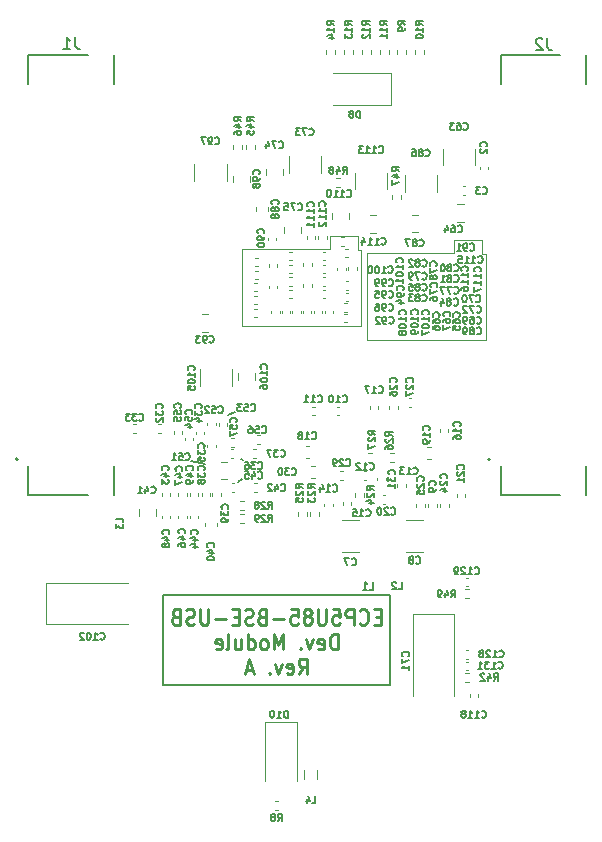
<source format=gbr>
%TF.GenerationSoftware,KiCad,Pcbnew,(6.0.0)*%
%TF.CreationDate,2022-03-24T09:58:38-07:00*%
%TF.ProjectId,ecp5u85-bse-usb,65637035-7538-4352-9d62-73652d757362,A*%
%TF.SameCoordinates,Original*%
%TF.FileFunction,Legend,Bot*%
%TF.FilePolarity,Positive*%
%FSLAX46Y46*%
G04 Gerber Fmt 4.6, Leading zero omitted, Abs format (unit mm)*
G04 Created by KiCad (PCBNEW (6.0.0)) date 2022-03-24 09:58:38*
%MOMM*%
%LPD*%
G01*
G04 APERTURE LIST*
%ADD10C,0.200000*%
%ADD11C,0.220000*%
%ADD12C,0.100000*%
%ADD13C,0.150000*%
%ADD14C,0.120000*%
G04 APERTURE END LIST*
D10*
X193800000Y-104275000D02*
X213000000Y-104275000D01*
X213000000Y-104275000D02*
X213000000Y-111875000D01*
X213000000Y-111875000D02*
X193800000Y-111875000D01*
X193800000Y-111875000D02*
X193800000Y-104275000D01*
D11*
X212200000Y-106089142D02*
X211800000Y-106089142D01*
X211628571Y-106770095D02*
X212200000Y-106770095D01*
X212200000Y-105470095D01*
X211628571Y-105470095D01*
X210428571Y-106646285D02*
X210485714Y-106708190D01*
X210657142Y-106770095D01*
X210771428Y-106770095D01*
X210942857Y-106708190D01*
X211057142Y-106584380D01*
X211114285Y-106460571D01*
X211171428Y-106212952D01*
X211171428Y-106027238D01*
X211114285Y-105779619D01*
X211057142Y-105655809D01*
X210942857Y-105532000D01*
X210771428Y-105470095D01*
X210657142Y-105470095D01*
X210485714Y-105532000D01*
X210428571Y-105593904D01*
X209914285Y-106770095D02*
X209914285Y-105470095D01*
X209457142Y-105470095D01*
X209342857Y-105532000D01*
X209285714Y-105593904D01*
X209228571Y-105717714D01*
X209228571Y-105903428D01*
X209285714Y-106027238D01*
X209342857Y-106089142D01*
X209457142Y-106151047D01*
X209914285Y-106151047D01*
X208142857Y-105470095D02*
X208714285Y-105470095D01*
X208771428Y-106089142D01*
X208714285Y-106027238D01*
X208600000Y-105965333D01*
X208314285Y-105965333D01*
X208200000Y-106027238D01*
X208142857Y-106089142D01*
X208085714Y-106212952D01*
X208085714Y-106522476D01*
X208142857Y-106646285D01*
X208200000Y-106708190D01*
X208314285Y-106770095D01*
X208600000Y-106770095D01*
X208714285Y-106708190D01*
X208771428Y-106646285D01*
X207571428Y-105470095D02*
X207571428Y-106522476D01*
X207514285Y-106646285D01*
X207457142Y-106708190D01*
X207342857Y-106770095D01*
X207114285Y-106770095D01*
X207000000Y-106708190D01*
X206942857Y-106646285D01*
X206885714Y-106522476D01*
X206885714Y-105470095D01*
X206142857Y-106027238D02*
X206257142Y-105965333D01*
X206314285Y-105903428D01*
X206371428Y-105779619D01*
X206371428Y-105717714D01*
X206314285Y-105593904D01*
X206257142Y-105532000D01*
X206142857Y-105470095D01*
X205914285Y-105470095D01*
X205800000Y-105532000D01*
X205742857Y-105593904D01*
X205685714Y-105717714D01*
X205685714Y-105779619D01*
X205742857Y-105903428D01*
X205800000Y-105965333D01*
X205914285Y-106027238D01*
X206142857Y-106027238D01*
X206257142Y-106089142D01*
X206314285Y-106151047D01*
X206371428Y-106274857D01*
X206371428Y-106522476D01*
X206314285Y-106646285D01*
X206257142Y-106708190D01*
X206142857Y-106770095D01*
X205914285Y-106770095D01*
X205800000Y-106708190D01*
X205742857Y-106646285D01*
X205685714Y-106522476D01*
X205685714Y-106274857D01*
X205742857Y-106151047D01*
X205800000Y-106089142D01*
X205914285Y-106027238D01*
X204600000Y-105470095D02*
X205171428Y-105470095D01*
X205228571Y-106089142D01*
X205171428Y-106027238D01*
X205057142Y-105965333D01*
X204771428Y-105965333D01*
X204657142Y-106027238D01*
X204600000Y-106089142D01*
X204542857Y-106212952D01*
X204542857Y-106522476D01*
X204600000Y-106646285D01*
X204657142Y-106708190D01*
X204771428Y-106770095D01*
X205057142Y-106770095D01*
X205171428Y-106708190D01*
X205228571Y-106646285D01*
X204028571Y-106274857D02*
X203114285Y-106274857D01*
X202142857Y-106089142D02*
X201971428Y-106151047D01*
X201914285Y-106212952D01*
X201857142Y-106336761D01*
X201857142Y-106522476D01*
X201914285Y-106646285D01*
X201971428Y-106708190D01*
X202085714Y-106770095D01*
X202542857Y-106770095D01*
X202542857Y-105470095D01*
X202142857Y-105470095D01*
X202028571Y-105532000D01*
X201971428Y-105593904D01*
X201914285Y-105717714D01*
X201914285Y-105841523D01*
X201971428Y-105965333D01*
X202028571Y-106027238D01*
X202142857Y-106089142D01*
X202542857Y-106089142D01*
X201400000Y-106708190D02*
X201228571Y-106770095D01*
X200942857Y-106770095D01*
X200828571Y-106708190D01*
X200771428Y-106646285D01*
X200714285Y-106522476D01*
X200714285Y-106398666D01*
X200771428Y-106274857D01*
X200828571Y-106212952D01*
X200942857Y-106151047D01*
X201171428Y-106089142D01*
X201285714Y-106027238D01*
X201342857Y-105965333D01*
X201400000Y-105841523D01*
X201400000Y-105717714D01*
X201342857Y-105593904D01*
X201285714Y-105532000D01*
X201171428Y-105470095D01*
X200885714Y-105470095D01*
X200714285Y-105532000D01*
X200200000Y-106089142D02*
X199800000Y-106089142D01*
X199628571Y-106770095D02*
X200200000Y-106770095D01*
X200200000Y-105470095D01*
X199628571Y-105470095D01*
X199114285Y-106274857D02*
X198200000Y-106274857D01*
X197628571Y-105470095D02*
X197628571Y-106522476D01*
X197571428Y-106646285D01*
X197514285Y-106708190D01*
X197400000Y-106770095D01*
X197171428Y-106770095D01*
X197057142Y-106708190D01*
X197000000Y-106646285D01*
X196942857Y-106522476D01*
X196942857Y-105470095D01*
X196428571Y-106708190D02*
X196257142Y-106770095D01*
X195971428Y-106770095D01*
X195857142Y-106708190D01*
X195800000Y-106646285D01*
X195742857Y-106522476D01*
X195742857Y-106398666D01*
X195800000Y-106274857D01*
X195857142Y-106212952D01*
X195971428Y-106151047D01*
X196200000Y-106089142D01*
X196314285Y-106027238D01*
X196371428Y-105965333D01*
X196428571Y-105841523D01*
X196428571Y-105717714D01*
X196371428Y-105593904D01*
X196314285Y-105532000D01*
X196200000Y-105470095D01*
X195914285Y-105470095D01*
X195742857Y-105532000D01*
X194828571Y-106089142D02*
X194657142Y-106151047D01*
X194600000Y-106212952D01*
X194542857Y-106336761D01*
X194542857Y-106522476D01*
X194600000Y-106646285D01*
X194657142Y-106708190D01*
X194771428Y-106770095D01*
X195228571Y-106770095D01*
X195228571Y-105470095D01*
X194828571Y-105470095D01*
X194714285Y-105532000D01*
X194657142Y-105593904D01*
X194600000Y-105717714D01*
X194600000Y-105841523D01*
X194657142Y-105965333D01*
X194714285Y-106027238D01*
X194828571Y-106089142D01*
X195228571Y-106089142D01*
X208571428Y-108863095D02*
X208571428Y-107563095D01*
X208285714Y-107563095D01*
X208114285Y-107625000D01*
X208000000Y-107748809D01*
X207942857Y-107872619D01*
X207885714Y-108120238D01*
X207885714Y-108305952D01*
X207942857Y-108553571D01*
X208000000Y-108677380D01*
X208114285Y-108801190D01*
X208285714Y-108863095D01*
X208571428Y-108863095D01*
X206914285Y-108801190D02*
X207028571Y-108863095D01*
X207257142Y-108863095D01*
X207371428Y-108801190D01*
X207428571Y-108677380D01*
X207428571Y-108182142D01*
X207371428Y-108058333D01*
X207257142Y-107996428D01*
X207028571Y-107996428D01*
X206914285Y-108058333D01*
X206857142Y-108182142D01*
X206857142Y-108305952D01*
X207428571Y-108429761D01*
X206457142Y-107996428D02*
X206171428Y-108863095D01*
X205885714Y-107996428D01*
X205428571Y-108739285D02*
X205371428Y-108801190D01*
X205428571Y-108863095D01*
X205485714Y-108801190D01*
X205428571Y-108739285D01*
X205428571Y-108863095D01*
X203942857Y-108863095D02*
X203942857Y-107563095D01*
X203542857Y-108491666D01*
X203142857Y-107563095D01*
X203142857Y-108863095D01*
X202400000Y-108863095D02*
X202514285Y-108801190D01*
X202571428Y-108739285D01*
X202628571Y-108615476D01*
X202628571Y-108244047D01*
X202571428Y-108120238D01*
X202514285Y-108058333D01*
X202400000Y-107996428D01*
X202228571Y-107996428D01*
X202114285Y-108058333D01*
X202057142Y-108120238D01*
X202000000Y-108244047D01*
X202000000Y-108615476D01*
X202057142Y-108739285D01*
X202114285Y-108801190D01*
X202228571Y-108863095D01*
X202400000Y-108863095D01*
X200971428Y-108863095D02*
X200971428Y-107563095D01*
X200971428Y-108801190D02*
X201085714Y-108863095D01*
X201314285Y-108863095D01*
X201428571Y-108801190D01*
X201485714Y-108739285D01*
X201542857Y-108615476D01*
X201542857Y-108244047D01*
X201485714Y-108120238D01*
X201428571Y-108058333D01*
X201314285Y-107996428D01*
X201085714Y-107996428D01*
X200971428Y-108058333D01*
X199885714Y-107996428D02*
X199885714Y-108863095D01*
X200400000Y-107996428D02*
X200400000Y-108677380D01*
X200342857Y-108801190D01*
X200228571Y-108863095D01*
X200057142Y-108863095D01*
X199942857Y-108801190D01*
X199885714Y-108739285D01*
X199142857Y-108863095D02*
X199257142Y-108801190D01*
X199314285Y-108677380D01*
X199314285Y-107563095D01*
X198228571Y-108801190D02*
X198342857Y-108863095D01*
X198571428Y-108863095D01*
X198685714Y-108801190D01*
X198742857Y-108677380D01*
X198742857Y-108182142D01*
X198685714Y-108058333D01*
X198571428Y-107996428D01*
X198342857Y-107996428D01*
X198228571Y-108058333D01*
X198171428Y-108182142D01*
X198171428Y-108305952D01*
X198742857Y-108429761D01*
X205257142Y-110956095D02*
X205657142Y-110337047D01*
X205942857Y-110956095D02*
X205942857Y-109656095D01*
X205485714Y-109656095D01*
X205371428Y-109718000D01*
X205314285Y-109779904D01*
X205257142Y-109903714D01*
X205257142Y-110089428D01*
X205314285Y-110213238D01*
X205371428Y-110275142D01*
X205485714Y-110337047D01*
X205942857Y-110337047D01*
X204285714Y-110894190D02*
X204400000Y-110956095D01*
X204628571Y-110956095D01*
X204742857Y-110894190D01*
X204800000Y-110770380D01*
X204800000Y-110275142D01*
X204742857Y-110151333D01*
X204628571Y-110089428D01*
X204400000Y-110089428D01*
X204285714Y-110151333D01*
X204228571Y-110275142D01*
X204228571Y-110398952D01*
X204800000Y-110522761D01*
X203828571Y-110089428D02*
X203542857Y-110956095D01*
X203257142Y-110089428D01*
X202800000Y-110832285D02*
X202742857Y-110894190D01*
X202800000Y-110956095D01*
X202857142Y-110894190D01*
X202800000Y-110832285D01*
X202800000Y-110956095D01*
X201371428Y-110584666D02*
X200800000Y-110584666D01*
X201485714Y-110956095D02*
X201085714Y-109656095D01*
X200685714Y-110956095D01*
D12*
X220792841Y-75383000D02*
X221092841Y-75383000D01*
X221092841Y-75383000D02*
X221092841Y-82633000D01*
X221092841Y-82633000D02*
X211042841Y-82633000D01*
X211042841Y-82633000D02*
X211042841Y-75333000D01*
X211042841Y-75333000D02*
X218442841Y-75333000D01*
X218442841Y-75333000D02*
X218442841Y-74183000D01*
X218442841Y-74183000D02*
X220792841Y-74183000D01*
X220792841Y-74183000D02*
X220792841Y-75383000D01*
X210292841Y-75033000D02*
X210542841Y-75033000D01*
X210542841Y-75033000D02*
X210542841Y-81483000D01*
X210542841Y-81483000D02*
X200492841Y-81483000D01*
X200492841Y-81483000D02*
X200492841Y-74983000D01*
X200492841Y-74983000D02*
X207892841Y-74983000D01*
X207892841Y-74983000D02*
X207892841Y-73833000D01*
X207892841Y-73833000D02*
X210292841Y-73833000D01*
X210292841Y-73833000D02*
X210292841Y-75033000D01*
D13*
X199242841Y-89033000D02*
X199842841Y-88783000D01*
X200092841Y-94733000D02*
X200442841Y-94483000D01*
X200592841Y-92833000D02*
X200392841Y-92733000D01*
X196192841Y-92883000D02*
X197342841Y-93183000D01*
%TO.C,D8*%
X210475698Y-63854428D02*
X210475698Y-63254428D01*
X210332841Y-63254428D01*
X210247126Y-63283000D01*
X210189983Y-63340142D01*
X210161412Y-63397285D01*
X210132841Y-63511571D01*
X210132841Y-63597285D01*
X210161412Y-63711571D01*
X210189983Y-63768714D01*
X210247126Y-63825857D01*
X210332841Y-63854428D01*
X210475698Y-63854428D01*
X209789983Y-63511571D02*
X209847126Y-63483000D01*
X209875698Y-63454428D01*
X209904269Y-63397285D01*
X209904269Y-63368714D01*
X209875698Y-63311571D01*
X209847126Y-63283000D01*
X209789983Y-63254428D01*
X209675698Y-63254428D01*
X209618555Y-63283000D01*
X209589983Y-63311571D01*
X209561412Y-63368714D01*
X209561412Y-63397285D01*
X209589983Y-63454428D01*
X209618555Y-63483000D01*
X209675698Y-63511571D01*
X209789983Y-63511571D01*
X209847126Y-63540142D01*
X209875698Y-63568714D01*
X209904269Y-63625857D01*
X209904269Y-63740142D01*
X209875698Y-63797285D01*
X209847126Y-63825857D01*
X209789983Y-63854428D01*
X209675698Y-63854428D01*
X209618555Y-63825857D01*
X209589983Y-63797285D01*
X209561412Y-63740142D01*
X209561412Y-63625857D01*
X209589983Y-63568714D01*
X209618555Y-63540142D01*
X209675698Y-63511571D01*
%TO.C,R29*%
X202678555Y-98054428D02*
X202878555Y-97768714D01*
X203021412Y-98054428D02*
X203021412Y-97454428D01*
X202792841Y-97454428D01*
X202735698Y-97483000D01*
X202707126Y-97511571D01*
X202678555Y-97568714D01*
X202678555Y-97654428D01*
X202707126Y-97711571D01*
X202735698Y-97740142D01*
X202792841Y-97768714D01*
X203021412Y-97768714D01*
X202449983Y-97511571D02*
X202421412Y-97483000D01*
X202364269Y-97454428D01*
X202221412Y-97454428D01*
X202164269Y-97483000D01*
X202135698Y-97511571D01*
X202107126Y-97568714D01*
X202107126Y-97625857D01*
X202135698Y-97711571D01*
X202478555Y-98054428D01*
X202107126Y-98054428D01*
X201821412Y-98054428D02*
X201707126Y-98054428D01*
X201649983Y-98025857D01*
X201621412Y-97997285D01*
X201564269Y-97911571D01*
X201535698Y-97797285D01*
X201535698Y-97568714D01*
X201564269Y-97511571D01*
X201592841Y-97483000D01*
X201649983Y-97454428D01*
X201764269Y-97454428D01*
X201821412Y-97483000D01*
X201849983Y-97511571D01*
X201878555Y-97568714D01*
X201878555Y-97711571D01*
X201849983Y-97768714D01*
X201821412Y-97797285D01*
X201764269Y-97825857D01*
X201649983Y-97825857D01*
X201592841Y-97797285D01*
X201564269Y-97768714D01*
X201535698Y-97711571D01*
%TO.C,C12*%
X211278555Y-93597285D02*
X211307126Y-93625857D01*
X211392841Y-93654428D01*
X211449983Y-93654428D01*
X211535698Y-93625857D01*
X211592841Y-93568714D01*
X211621412Y-93511571D01*
X211649983Y-93397285D01*
X211649983Y-93311571D01*
X211621412Y-93197285D01*
X211592841Y-93140142D01*
X211535698Y-93083000D01*
X211449983Y-93054428D01*
X211392841Y-93054428D01*
X211307126Y-93083000D01*
X211278555Y-93111571D01*
X210707126Y-93654428D02*
X211049983Y-93654428D01*
X210878555Y-93654428D02*
X210878555Y-93054428D01*
X210935698Y-93140142D01*
X210992841Y-93197285D01*
X211049983Y-93225857D01*
X210478555Y-93111571D02*
X210449983Y-93083000D01*
X210392841Y-93054428D01*
X210249983Y-93054428D01*
X210192841Y-93083000D01*
X210164269Y-93111571D01*
X210135698Y-93168714D01*
X210135698Y-93225857D01*
X210164269Y-93311571D01*
X210507126Y-93654428D01*
X210135698Y-93654428D01*
%TO.C,C43*%
X194207126Y-93697285D02*
X194235698Y-93668714D01*
X194264269Y-93583000D01*
X194264269Y-93525857D01*
X194235698Y-93440142D01*
X194178555Y-93383000D01*
X194121412Y-93354428D01*
X194007126Y-93325857D01*
X193921412Y-93325857D01*
X193807126Y-93354428D01*
X193749983Y-93383000D01*
X193692841Y-93440142D01*
X193664269Y-93525857D01*
X193664269Y-93583000D01*
X193692841Y-93668714D01*
X193721412Y-93697285D01*
X193864269Y-94211571D02*
X194264269Y-94211571D01*
X193635698Y-94068714D02*
X194064269Y-93925857D01*
X194064269Y-94297285D01*
X193664269Y-94468714D02*
X193664269Y-94840142D01*
X193892841Y-94640142D01*
X193892841Y-94725857D01*
X193921412Y-94783000D01*
X193949983Y-94811571D01*
X194007126Y-94840142D01*
X194149983Y-94840142D01*
X194207126Y-94811571D01*
X194235698Y-94783000D01*
X194264269Y-94725857D01*
X194264269Y-94554428D01*
X194235698Y-94497285D01*
X194207126Y-94468714D01*
%TO.C,C111*%
X206507126Y-71361571D02*
X206535698Y-71333000D01*
X206564269Y-71247285D01*
X206564269Y-71190142D01*
X206535698Y-71104428D01*
X206478555Y-71047285D01*
X206421412Y-71018714D01*
X206307126Y-70990142D01*
X206221412Y-70990142D01*
X206107126Y-71018714D01*
X206049983Y-71047285D01*
X205992841Y-71104428D01*
X205964269Y-71190142D01*
X205964269Y-71247285D01*
X205992841Y-71333000D01*
X206021412Y-71361571D01*
X206564269Y-71933000D02*
X206564269Y-71590142D01*
X206564269Y-71761571D02*
X205964269Y-71761571D01*
X206049983Y-71704428D01*
X206107126Y-71647285D01*
X206135698Y-71590142D01*
X206564269Y-72504428D02*
X206564269Y-72161571D01*
X206564269Y-72333000D02*
X205964269Y-72333000D01*
X206049983Y-72275857D01*
X206107126Y-72218714D01*
X206135698Y-72161571D01*
X206564269Y-73075857D02*
X206564269Y-72733000D01*
X206564269Y-72904428D02*
X205964269Y-72904428D01*
X206049983Y-72847285D01*
X206107126Y-72790142D01*
X206135698Y-72733000D01*
%TO.C,R13*%
X209764269Y-55997285D02*
X209478555Y-55797285D01*
X209764269Y-55654428D02*
X209164269Y-55654428D01*
X209164269Y-55883000D01*
X209192841Y-55940142D01*
X209221412Y-55968714D01*
X209278555Y-55997285D01*
X209364269Y-55997285D01*
X209421412Y-55968714D01*
X209449983Y-55940142D01*
X209478555Y-55883000D01*
X209478555Y-55654428D01*
X209764269Y-56568714D02*
X209764269Y-56225857D01*
X209764269Y-56397285D02*
X209164269Y-56397285D01*
X209249983Y-56340142D01*
X209307126Y-56283000D01*
X209335698Y-56225857D01*
X209164269Y-56768714D02*
X209164269Y-57140142D01*
X209392841Y-56940142D01*
X209392841Y-57025857D01*
X209421412Y-57083000D01*
X209449983Y-57111571D01*
X209507126Y-57140142D01*
X209649983Y-57140142D01*
X209707126Y-57111571D01*
X209735698Y-57083000D01*
X209764269Y-57025857D01*
X209764269Y-56854428D01*
X209735698Y-56797285D01*
X209707126Y-56768714D01*
%TO.C,R8*%
X203492841Y-123404428D02*
X203692841Y-123118714D01*
X203835698Y-123404428D02*
X203835698Y-122804428D01*
X203607126Y-122804428D01*
X203549983Y-122833000D01*
X203521412Y-122861571D01*
X203492841Y-122918714D01*
X203492841Y-123004428D01*
X203521412Y-123061571D01*
X203549983Y-123090142D01*
X203607126Y-123118714D01*
X203835698Y-123118714D01*
X203149983Y-123061571D02*
X203207126Y-123033000D01*
X203235698Y-123004428D01*
X203264269Y-122947285D01*
X203264269Y-122918714D01*
X203235698Y-122861571D01*
X203207126Y-122833000D01*
X203149983Y-122804428D01*
X203035698Y-122804428D01*
X202978555Y-122833000D01*
X202949983Y-122861571D01*
X202921412Y-122918714D01*
X202921412Y-122947285D01*
X202949983Y-123004428D01*
X202978555Y-123033000D01*
X203035698Y-123061571D01*
X203149983Y-123061571D01*
X203207126Y-123090142D01*
X203235698Y-123118714D01*
X203264269Y-123175857D01*
X203264269Y-123290142D01*
X203235698Y-123347285D01*
X203207126Y-123375857D01*
X203149983Y-123404428D01*
X203035698Y-123404428D01*
X202978555Y-123375857D01*
X202949983Y-123347285D01*
X202921412Y-123290142D01*
X202921412Y-123175857D01*
X202949983Y-123118714D01*
X202978555Y-123090142D01*
X203035698Y-123061571D01*
%TO.C,C107*%
X216257126Y-80511571D02*
X216285698Y-80483000D01*
X216314269Y-80397285D01*
X216314269Y-80340142D01*
X216285698Y-80254428D01*
X216228555Y-80197285D01*
X216171412Y-80168714D01*
X216057126Y-80140142D01*
X215971412Y-80140142D01*
X215857126Y-80168714D01*
X215799983Y-80197285D01*
X215742841Y-80254428D01*
X215714269Y-80340142D01*
X215714269Y-80397285D01*
X215742841Y-80483000D01*
X215771412Y-80511571D01*
X216314269Y-81083000D02*
X216314269Y-80740142D01*
X216314269Y-80911571D02*
X215714269Y-80911571D01*
X215799983Y-80854428D01*
X215857126Y-80797285D01*
X215885698Y-80740142D01*
X215714269Y-81454428D02*
X215714269Y-81511571D01*
X215742841Y-81568714D01*
X215771412Y-81597285D01*
X215828555Y-81625857D01*
X215942841Y-81654428D01*
X216085698Y-81654428D01*
X216199983Y-81625857D01*
X216257126Y-81597285D01*
X216285698Y-81568714D01*
X216314269Y-81511571D01*
X216314269Y-81454428D01*
X216285698Y-81397285D01*
X216257126Y-81368714D01*
X216199983Y-81340142D01*
X216085698Y-81311571D01*
X215942841Y-81311571D01*
X215828555Y-81340142D01*
X215771412Y-81368714D01*
X215742841Y-81397285D01*
X215714269Y-81454428D01*
X215714269Y-81854428D02*
X215714269Y-82254428D01*
X216314269Y-81997285D01*
%TO.C,C96*%
X212878555Y-80147285D02*
X212907126Y-80175857D01*
X212992841Y-80204428D01*
X213049983Y-80204428D01*
X213135698Y-80175857D01*
X213192841Y-80118714D01*
X213221412Y-80061571D01*
X213249983Y-79947285D01*
X213249983Y-79861571D01*
X213221412Y-79747285D01*
X213192841Y-79690142D01*
X213135698Y-79633000D01*
X213049983Y-79604428D01*
X212992841Y-79604428D01*
X212907126Y-79633000D01*
X212878555Y-79661571D01*
X212592841Y-80204428D02*
X212478555Y-80204428D01*
X212421412Y-80175857D01*
X212392841Y-80147285D01*
X212335698Y-80061571D01*
X212307126Y-79947285D01*
X212307126Y-79718714D01*
X212335698Y-79661571D01*
X212364269Y-79633000D01*
X212421412Y-79604428D01*
X212535698Y-79604428D01*
X212592841Y-79633000D01*
X212621412Y-79661571D01*
X212649983Y-79718714D01*
X212649983Y-79861571D01*
X212621412Y-79918714D01*
X212592841Y-79947285D01*
X212535698Y-79975857D01*
X212421412Y-79975857D01*
X212364269Y-79947285D01*
X212335698Y-79918714D01*
X212307126Y-79861571D01*
X211792841Y-79604428D02*
X211907126Y-79604428D01*
X211964269Y-79633000D01*
X211992841Y-79661571D01*
X212049983Y-79747285D01*
X212078555Y-79861571D01*
X212078555Y-80090142D01*
X212049983Y-80147285D01*
X212021412Y-80175857D01*
X211964269Y-80204428D01*
X211849983Y-80204428D01*
X211792841Y-80175857D01*
X211764269Y-80147285D01*
X211735698Y-80090142D01*
X211735698Y-79947285D01*
X211764269Y-79890142D01*
X211792841Y-79861571D01*
X211849983Y-79833000D01*
X211964269Y-79833000D01*
X212021412Y-79861571D01*
X212049983Y-79890142D01*
X212078555Y-79947285D01*
%TO.C,C131*%
X222164269Y-110447285D02*
X222192841Y-110475857D01*
X222278555Y-110504428D01*
X222335698Y-110504428D01*
X222421412Y-110475857D01*
X222478555Y-110418714D01*
X222507126Y-110361571D01*
X222535698Y-110247285D01*
X222535698Y-110161571D01*
X222507126Y-110047285D01*
X222478555Y-109990142D01*
X222421412Y-109933000D01*
X222335698Y-109904428D01*
X222278555Y-109904428D01*
X222192841Y-109933000D01*
X222164269Y-109961571D01*
X221592841Y-110504428D02*
X221935698Y-110504428D01*
X221764269Y-110504428D02*
X221764269Y-109904428D01*
X221821412Y-109990142D01*
X221878555Y-110047285D01*
X221935698Y-110075857D01*
X221392841Y-109904428D02*
X221021412Y-109904428D01*
X221221412Y-110133000D01*
X221135698Y-110133000D01*
X221078555Y-110161571D01*
X221049983Y-110190142D01*
X221021412Y-110247285D01*
X221021412Y-110390142D01*
X221049983Y-110447285D01*
X221078555Y-110475857D01*
X221135698Y-110504428D01*
X221307126Y-110504428D01*
X221364269Y-110475857D01*
X221392841Y-110447285D01*
X220449983Y-110504428D02*
X220792841Y-110504428D01*
X220621412Y-110504428D02*
X220621412Y-109904428D01*
X220678555Y-109990142D01*
X220735698Y-110047285D01*
X220792841Y-110075857D01*
%TO.C,C17*%
X212028555Y-87097285D02*
X212057126Y-87125857D01*
X212142841Y-87154428D01*
X212199983Y-87154428D01*
X212285698Y-87125857D01*
X212342841Y-87068714D01*
X212371412Y-87011571D01*
X212399983Y-86897285D01*
X212399983Y-86811571D01*
X212371412Y-86697285D01*
X212342841Y-86640142D01*
X212285698Y-86583000D01*
X212199983Y-86554428D01*
X212142841Y-86554428D01*
X212057126Y-86583000D01*
X212028555Y-86611571D01*
X211457126Y-87154428D02*
X211799983Y-87154428D01*
X211628555Y-87154428D02*
X211628555Y-86554428D01*
X211685698Y-86640142D01*
X211742841Y-86697285D01*
X211799983Y-86725857D01*
X211257126Y-86554428D02*
X210857126Y-86554428D01*
X211114269Y-87154428D01*
%TO.C,C110*%
X209364269Y-70497285D02*
X209392841Y-70525857D01*
X209478555Y-70554428D01*
X209535698Y-70554428D01*
X209621412Y-70525857D01*
X209678555Y-70468714D01*
X209707126Y-70411571D01*
X209735698Y-70297285D01*
X209735698Y-70211571D01*
X209707126Y-70097285D01*
X209678555Y-70040142D01*
X209621412Y-69983000D01*
X209535698Y-69954428D01*
X209478555Y-69954428D01*
X209392841Y-69983000D01*
X209364269Y-70011571D01*
X208792841Y-70554428D02*
X209135698Y-70554428D01*
X208964269Y-70554428D02*
X208964269Y-69954428D01*
X209021412Y-70040142D01*
X209078555Y-70097285D01*
X209135698Y-70125857D01*
X208221412Y-70554428D02*
X208564269Y-70554428D01*
X208392841Y-70554428D02*
X208392841Y-69954428D01*
X208449983Y-70040142D01*
X208507126Y-70097285D01*
X208564269Y-70125857D01*
X207849983Y-69954428D02*
X207792841Y-69954428D01*
X207735698Y-69983000D01*
X207707126Y-70011571D01*
X207678555Y-70068714D01*
X207649983Y-70183000D01*
X207649983Y-70325857D01*
X207678555Y-70440142D01*
X207707126Y-70497285D01*
X207735698Y-70525857D01*
X207792841Y-70554428D01*
X207849983Y-70554428D01*
X207907126Y-70525857D01*
X207935698Y-70497285D01*
X207964269Y-70440142D01*
X207992841Y-70325857D01*
X207992841Y-70183000D01*
X207964269Y-70068714D01*
X207935698Y-70011571D01*
X207907126Y-69983000D01*
X207849983Y-69954428D01*
%TO.C,C54*%
X196207126Y-88947285D02*
X196235698Y-88918714D01*
X196264269Y-88833000D01*
X196264269Y-88775857D01*
X196235698Y-88690142D01*
X196178555Y-88633000D01*
X196121412Y-88604428D01*
X196007126Y-88575857D01*
X195921412Y-88575857D01*
X195807126Y-88604428D01*
X195749983Y-88633000D01*
X195692841Y-88690142D01*
X195664269Y-88775857D01*
X195664269Y-88833000D01*
X195692841Y-88918714D01*
X195721412Y-88947285D01*
X195664269Y-89490142D02*
X195664269Y-89204428D01*
X195949983Y-89175857D01*
X195921412Y-89204428D01*
X195892841Y-89261571D01*
X195892841Y-89404428D01*
X195921412Y-89461571D01*
X195949983Y-89490142D01*
X196007126Y-89518714D01*
X196149983Y-89518714D01*
X196207126Y-89490142D01*
X196235698Y-89461571D01*
X196264269Y-89404428D01*
X196264269Y-89261571D01*
X196235698Y-89204428D01*
X196207126Y-89175857D01*
X195864269Y-90033000D02*
X196264269Y-90033000D01*
X195635698Y-89890142D02*
X196064269Y-89747285D01*
X196064269Y-90118714D01*
%TO.C,C101*%
X214057126Y-76111571D02*
X214085698Y-76083000D01*
X214114269Y-75997285D01*
X214114269Y-75940142D01*
X214085698Y-75854428D01*
X214028555Y-75797285D01*
X213971412Y-75768714D01*
X213857126Y-75740142D01*
X213771412Y-75740142D01*
X213657126Y-75768714D01*
X213599983Y-75797285D01*
X213542841Y-75854428D01*
X213514269Y-75940142D01*
X213514269Y-75997285D01*
X213542841Y-76083000D01*
X213571412Y-76111571D01*
X214114269Y-76683000D02*
X214114269Y-76340142D01*
X214114269Y-76511571D02*
X213514269Y-76511571D01*
X213599983Y-76454428D01*
X213657126Y-76397285D01*
X213685698Y-76340142D01*
X213514269Y-77054428D02*
X213514269Y-77111571D01*
X213542841Y-77168714D01*
X213571412Y-77197285D01*
X213628555Y-77225857D01*
X213742841Y-77254428D01*
X213885698Y-77254428D01*
X213999983Y-77225857D01*
X214057126Y-77197285D01*
X214085698Y-77168714D01*
X214114269Y-77111571D01*
X214114269Y-77054428D01*
X214085698Y-76997285D01*
X214057126Y-76968714D01*
X213999983Y-76940142D01*
X213885698Y-76911571D01*
X213742841Y-76911571D01*
X213628555Y-76940142D01*
X213571412Y-76968714D01*
X213542841Y-76997285D01*
X213514269Y-77054428D01*
X214114269Y-77825857D02*
X214114269Y-77483000D01*
X214114269Y-77654428D02*
X213514269Y-77654428D01*
X213599983Y-77597285D01*
X213657126Y-77540142D01*
X213685698Y-77483000D01*
%TO.C,R45*%
X201464269Y-64147285D02*
X201178555Y-63947285D01*
X201464269Y-63804428D02*
X200864269Y-63804428D01*
X200864269Y-64033000D01*
X200892841Y-64090142D01*
X200921412Y-64118714D01*
X200978555Y-64147285D01*
X201064269Y-64147285D01*
X201121412Y-64118714D01*
X201149983Y-64090142D01*
X201178555Y-64033000D01*
X201178555Y-63804428D01*
X201064269Y-64661571D02*
X201464269Y-64661571D01*
X200835698Y-64518714D02*
X201264269Y-64375857D01*
X201264269Y-64747285D01*
X200864269Y-65261571D02*
X200864269Y-64975857D01*
X201149983Y-64947285D01*
X201121412Y-64975857D01*
X201092841Y-65033000D01*
X201092841Y-65175857D01*
X201121412Y-65233000D01*
X201149983Y-65261571D01*
X201207126Y-65290142D01*
X201349983Y-65290142D01*
X201407126Y-65261571D01*
X201435698Y-65233000D01*
X201464269Y-65175857D01*
X201464269Y-65033000D01*
X201435698Y-64975857D01*
X201407126Y-64947285D01*
%TO.C,C100*%
X212864269Y-76947285D02*
X212892841Y-76975857D01*
X212978555Y-77004428D01*
X213035698Y-77004428D01*
X213121412Y-76975857D01*
X213178555Y-76918714D01*
X213207126Y-76861571D01*
X213235698Y-76747285D01*
X213235698Y-76661571D01*
X213207126Y-76547285D01*
X213178555Y-76490142D01*
X213121412Y-76433000D01*
X213035698Y-76404428D01*
X212978555Y-76404428D01*
X212892841Y-76433000D01*
X212864269Y-76461571D01*
X212292841Y-77004428D02*
X212635698Y-77004428D01*
X212464269Y-77004428D02*
X212464269Y-76404428D01*
X212521412Y-76490142D01*
X212578555Y-76547285D01*
X212635698Y-76575857D01*
X211921412Y-76404428D02*
X211864269Y-76404428D01*
X211807126Y-76433000D01*
X211778555Y-76461571D01*
X211749983Y-76518714D01*
X211721412Y-76633000D01*
X211721412Y-76775857D01*
X211749983Y-76890142D01*
X211778555Y-76947285D01*
X211807126Y-76975857D01*
X211864269Y-77004428D01*
X211921412Y-77004428D01*
X211978555Y-76975857D01*
X212007126Y-76947285D01*
X212035698Y-76890142D01*
X212064269Y-76775857D01*
X212064269Y-76633000D01*
X212035698Y-76518714D01*
X212007126Y-76461571D01*
X211978555Y-76433000D01*
X211921412Y-76404428D01*
X211349983Y-76404428D02*
X211292841Y-76404428D01*
X211235698Y-76433000D01*
X211207126Y-76461571D01*
X211178555Y-76518714D01*
X211149983Y-76633000D01*
X211149983Y-76775857D01*
X211178555Y-76890142D01*
X211207126Y-76947285D01*
X211235698Y-76975857D01*
X211292841Y-77004428D01*
X211349983Y-77004428D01*
X211407126Y-76975857D01*
X211435698Y-76947285D01*
X211464269Y-76890142D01*
X211492841Y-76775857D01*
X211492841Y-76633000D01*
X211464269Y-76518714D01*
X211435698Y-76461571D01*
X211407126Y-76433000D01*
X211349983Y-76404428D01*
%TO.C,R24*%
X211614269Y-95397285D02*
X211328555Y-95197285D01*
X211614269Y-95054428D02*
X211014269Y-95054428D01*
X211014269Y-95283000D01*
X211042841Y-95340142D01*
X211071412Y-95368714D01*
X211128555Y-95397285D01*
X211214269Y-95397285D01*
X211271412Y-95368714D01*
X211299983Y-95340142D01*
X211328555Y-95283000D01*
X211328555Y-95054428D01*
X211071412Y-95625857D02*
X211042841Y-95654428D01*
X211014269Y-95711571D01*
X211014269Y-95854428D01*
X211042841Y-95911571D01*
X211071412Y-95940142D01*
X211128555Y-95968714D01*
X211185698Y-95968714D01*
X211271412Y-95940142D01*
X211614269Y-95597285D01*
X211614269Y-95968714D01*
X211214269Y-96483000D02*
X211614269Y-96483000D01*
X210985698Y-96340142D02*
X211414269Y-96197285D01*
X211414269Y-96568714D01*
%TO.C,C36*%
X201828555Y-93547285D02*
X201857126Y-93575857D01*
X201942841Y-93604428D01*
X201999983Y-93604428D01*
X202085698Y-93575857D01*
X202142841Y-93518714D01*
X202171412Y-93461571D01*
X202199983Y-93347285D01*
X202199983Y-93261571D01*
X202171412Y-93147285D01*
X202142841Y-93090142D01*
X202085698Y-93033000D01*
X201999983Y-93004428D01*
X201942841Y-93004428D01*
X201857126Y-93033000D01*
X201828555Y-93061571D01*
X201628555Y-93004428D02*
X201257126Y-93004428D01*
X201457126Y-93233000D01*
X201371412Y-93233000D01*
X201314269Y-93261571D01*
X201285698Y-93290142D01*
X201257126Y-93347285D01*
X201257126Y-93490142D01*
X201285698Y-93547285D01*
X201314269Y-93575857D01*
X201371412Y-93604428D01*
X201542841Y-93604428D01*
X201599983Y-93575857D01*
X201628555Y-93547285D01*
X200742841Y-93004428D02*
X200857126Y-93004428D01*
X200914269Y-93033000D01*
X200942841Y-93061571D01*
X200999983Y-93147285D01*
X201028555Y-93261571D01*
X201028555Y-93490142D01*
X200999983Y-93547285D01*
X200971412Y-93575857D01*
X200914269Y-93604428D01*
X200799983Y-93604428D01*
X200742841Y-93575857D01*
X200714269Y-93547285D01*
X200685698Y-93490142D01*
X200685698Y-93347285D01*
X200714269Y-93290142D01*
X200742841Y-93261571D01*
X200799983Y-93233000D01*
X200914269Y-93233000D01*
X200971412Y-93261571D01*
X200999983Y-93290142D01*
X201028555Y-93347285D01*
%TO.C,C47*%
X195357126Y-93747285D02*
X195385698Y-93718714D01*
X195414269Y-93633000D01*
X195414269Y-93575857D01*
X195385698Y-93490142D01*
X195328555Y-93433000D01*
X195271412Y-93404428D01*
X195157126Y-93375857D01*
X195071412Y-93375857D01*
X194957126Y-93404428D01*
X194899983Y-93433000D01*
X194842841Y-93490142D01*
X194814269Y-93575857D01*
X194814269Y-93633000D01*
X194842841Y-93718714D01*
X194871412Y-93747285D01*
X195014269Y-94261571D02*
X195414269Y-94261571D01*
X194785698Y-94118714D02*
X195214269Y-93975857D01*
X195214269Y-94347285D01*
X194814269Y-94518714D02*
X194814269Y-94918714D01*
X195414269Y-94661571D01*
D10*
%TO.C,J2*%
X226333333Y-57127380D02*
X226333333Y-57841666D01*
X226380952Y-57984523D01*
X226476190Y-58079761D01*
X226619047Y-58127380D01*
X226714285Y-58127380D01*
X225904761Y-57222619D02*
X225857142Y-57175000D01*
X225761904Y-57127380D01*
X225523809Y-57127380D01*
X225428571Y-57175000D01*
X225380952Y-57222619D01*
X225333333Y-57317857D01*
X225333333Y-57413095D01*
X225380952Y-57555952D01*
X225952380Y-58127380D01*
X225333333Y-58127380D01*
D13*
%TO.C,R9*%
X214264269Y-55983000D02*
X213978555Y-55783000D01*
X214264269Y-55640142D02*
X213664269Y-55640142D01*
X213664269Y-55868714D01*
X213692841Y-55925857D01*
X213721412Y-55954428D01*
X213778555Y-55983000D01*
X213864269Y-55983000D01*
X213921412Y-55954428D01*
X213949983Y-55925857D01*
X213978555Y-55868714D01*
X213978555Y-55640142D01*
X214264269Y-56268714D02*
X214264269Y-56383000D01*
X214235698Y-56440142D01*
X214207126Y-56468714D01*
X214121412Y-56525857D01*
X214007126Y-56554428D01*
X213778555Y-56554428D01*
X213721412Y-56525857D01*
X213692841Y-56497285D01*
X213664269Y-56440142D01*
X213664269Y-56325857D01*
X213692841Y-56268714D01*
X213721412Y-56240142D01*
X213778555Y-56211571D01*
X213921412Y-56211571D01*
X213978555Y-56240142D01*
X214007126Y-56268714D01*
X214035698Y-56325857D01*
X214035698Y-56440142D01*
X214007126Y-56497285D01*
X213978555Y-56525857D01*
X213921412Y-56554428D01*
%TO.C,C30*%
X204678555Y-94047285D02*
X204707126Y-94075857D01*
X204792841Y-94104428D01*
X204849983Y-94104428D01*
X204935698Y-94075857D01*
X204992841Y-94018714D01*
X205021412Y-93961571D01*
X205049983Y-93847285D01*
X205049983Y-93761571D01*
X205021412Y-93647285D01*
X204992841Y-93590142D01*
X204935698Y-93533000D01*
X204849983Y-93504428D01*
X204792841Y-93504428D01*
X204707126Y-93533000D01*
X204678555Y-93561571D01*
X204478555Y-93504428D02*
X204107126Y-93504428D01*
X204307126Y-93733000D01*
X204221412Y-93733000D01*
X204164269Y-93761571D01*
X204135698Y-93790142D01*
X204107126Y-93847285D01*
X204107126Y-93990142D01*
X204135698Y-94047285D01*
X204164269Y-94075857D01*
X204221412Y-94104428D01*
X204392841Y-94104428D01*
X204449983Y-94075857D01*
X204478555Y-94047285D01*
X203735698Y-93504428D02*
X203678555Y-93504428D01*
X203621412Y-93533000D01*
X203592841Y-93561571D01*
X203564269Y-93618714D01*
X203535698Y-93733000D01*
X203535698Y-93875857D01*
X203564269Y-93990142D01*
X203592841Y-94047285D01*
X203621412Y-94075857D01*
X203678555Y-94104428D01*
X203735698Y-94104428D01*
X203792841Y-94075857D01*
X203821412Y-94047285D01*
X203849983Y-93990142D01*
X203878555Y-93875857D01*
X203878555Y-93733000D01*
X203849983Y-93618714D01*
X203821412Y-93561571D01*
X203792841Y-93533000D01*
X203735698Y-93504428D01*
%TO.C,R12*%
X211264269Y-55997285D02*
X210978555Y-55797285D01*
X211264269Y-55654428D02*
X210664269Y-55654428D01*
X210664269Y-55883000D01*
X210692841Y-55940142D01*
X210721412Y-55968714D01*
X210778555Y-55997285D01*
X210864269Y-55997285D01*
X210921412Y-55968714D01*
X210949983Y-55940142D01*
X210978555Y-55883000D01*
X210978555Y-55654428D01*
X211264269Y-56568714D02*
X211264269Y-56225857D01*
X211264269Y-56397285D02*
X210664269Y-56397285D01*
X210749983Y-56340142D01*
X210807126Y-56283000D01*
X210835698Y-56225857D01*
X210721412Y-56797285D02*
X210692841Y-56825857D01*
X210664269Y-56883000D01*
X210664269Y-57025857D01*
X210692841Y-57083000D01*
X210721412Y-57111571D01*
X210778555Y-57140142D01*
X210835698Y-57140142D01*
X210921412Y-57111571D01*
X211264269Y-56768714D01*
X211264269Y-57140142D01*
%TO.C,C7*%
X209742841Y-101697285D02*
X209771412Y-101725857D01*
X209857126Y-101754428D01*
X209914269Y-101754428D01*
X209999983Y-101725857D01*
X210057126Y-101668714D01*
X210085698Y-101611571D01*
X210114269Y-101497285D01*
X210114269Y-101411571D01*
X210085698Y-101297285D01*
X210057126Y-101240142D01*
X209999983Y-101183000D01*
X209914269Y-101154428D01*
X209857126Y-101154428D01*
X209771412Y-101183000D01*
X209742841Y-101211571D01*
X209542841Y-101154428D02*
X209142841Y-101154428D01*
X209399983Y-101754428D01*
%TO.C,C49*%
X196257126Y-93697285D02*
X196285698Y-93668714D01*
X196314269Y-93583000D01*
X196314269Y-93525857D01*
X196285698Y-93440142D01*
X196228555Y-93383000D01*
X196171412Y-93354428D01*
X196057126Y-93325857D01*
X195971412Y-93325857D01*
X195857126Y-93354428D01*
X195799983Y-93383000D01*
X195742841Y-93440142D01*
X195714269Y-93525857D01*
X195714269Y-93583000D01*
X195742841Y-93668714D01*
X195771412Y-93697285D01*
X195914269Y-94211571D02*
X196314269Y-94211571D01*
X195685698Y-94068714D02*
X196114269Y-93925857D01*
X196114269Y-94297285D01*
X196314269Y-94554428D02*
X196314269Y-94668714D01*
X196285698Y-94725857D01*
X196257126Y-94754428D01*
X196171412Y-94811571D01*
X196057126Y-94840142D01*
X195828555Y-94840142D01*
X195771412Y-94811571D01*
X195742841Y-94783000D01*
X195714269Y-94725857D01*
X195714269Y-94611571D01*
X195742841Y-94554428D01*
X195771412Y-94525857D01*
X195828555Y-94497285D01*
X195971412Y-94497285D01*
X196028555Y-94525857D01*
X196057126Y-94554428D01*
X196085698Y-94611571D01*
X196085698Y-94725857D01*
X196057126Y-94783000D01*
X196028555Y-94811571D01*
X195971412Y-94840142D01*
%TO.C,C41*%
X192778555Y-95597285D02*
X192807126Y-95625857D01*
X192892841Y-95654428D01*
X192949983Y-95654428D01*
X193035698Y-95625857D01*
X193092841Y-95568714D01*
X193121412Y-95511571D01*
X193149983Y-95397285D01*
X193149983Y-95311571D01*
X193121412Y-95197285D01*
X193092841Y-95140142D01*
X193035698Y-95083000D01*
X192949983Y-95054428D01*
X192892841Y-95054428D01*
X192807126Y-95083000D01*
X192778555Y-95111571D01*
X192264269Y-95254428D02*
X192264269Y-95654428D01*
X192407126Y-95025857D02*
X192549983Y-95454428D01*
X192178555Y-95454428D01*
X191635698Y-95654428D02*
X191978555Y-95654428D01*
X191807126Y-95654428D02*
X191807126Y-95054428D01*
X191864269Y-95140142D01*
X191921412Y-95197285D01*
X191978555Y-95225857D01*
%TO.C,C80*%
X218428555Y-76797285D02*
X218457126Y-76825857D01*
X218542841Y-76854428D01*
X218599983Y-76854428D01*
X218685698Y-76825857D01*
X218742841Y-76768714D01*
X218771412Y-76711571D01*
X218799983Y-76597285D01*
X218799983Y-76511571D01*
X218771412Y-76397285D01*
X218742841Y-76340142D01*
X218685698Y-76283000D01*
X218599983Y-76254428D01*
X218542841Y-76254428D01*
X218457126Y-76283000D01*
X218428555Y-76311571D01*
X218085698Y-76511571D02*
X218142841Y-76483000D01*
X218171412Y-76454428D01*
X218199983Y-76397285D01*
X218199983Y-76368714D01*
X218171412Y-76311571D01*
X218142841Y-76283000D01*
X218085698Y-76254428D01*
X217971412Y-76254428D01*
X217914269Y-76283000D01*
X217885698Y-76311571D01*
X217857126Y-76368714D01*
X217857126Y-76397285D01*
X217885698Y-76454428D01*
X217914269Y-76483000D01*
X217971412Y-76511571D01*
X218085698Y-76511571D01*
X218142841Y-76540142D01*
X218171412Y-76568714D01*
X218199983Y-76625857D01*
X218199983Y-76740142D01*
X218171412Y-76797285D01*
X218142841Y-76825857D01*
X218085698Y-76854428D01*
X217971412Y-76854428D01*
X217914269Y-76825857D01*
X217885698Y-76797285D01*
X217857126Y-76740142D01*
X217857126Y-76625857D01*
X217885698Y-76568714D01*
X217914269Y-76540142D01*
X217971412Y-76511571D01*
X217485698Y-76254428D02*
X217428555Y-76254428D01*
X217371412Y-76283000D01*
X217342841Y-76311571D01*
X217314269Y-76368714D01*
X217285698Y-76483000D01*
X217285698Y-76625857D01*
X217314269Y-76740142D01*
X217342841Y-76797285D01*
X217371412Y-76825857D01*
X217428555Y-76854428D01*
X217485698Y-76854428D01*
X217542841Y-76825857D01*
X217571412Y-76797285D01*
X217599983Y-76740142D01*
X217628555Y-76625857D01*
X217628555Y-76483000D01*
X217599983Y-76368714D01*
X217571412Y-76311571D01*
X217542841Y-76283000D01*
X217485698Y-76254428D01*
%TO.C,C35*%
X197257126Y-91797285D02*
X197285698Y-91768714D01*
X197314269Y-91683000D01*
X197314269Y-91625857D01*
X197285698Y-91540142D01*
X197228555Y-91483000D01*
X197171412Y-91454428D01*
X197057126Y-91425857D01*
X196971412Y-91425857D01*
X196857126Y-91454428D01*
X196799983Y-91483000D01*
X196742841Y-91540142D01*
X196714269Y-91625857D01*
X196714269Y-91683000D01*
X196742841Y-91768714D01*
X196771412Y-91797285D01*
X196714269Y-91997285D02*
X196714269Y-92368714D01*
X196942841Y-92168714D01*
X196942841Y-92254428D01*
X196971412Y-92311571D01*
X196999983Y-92340142D01*
X197057126Y-92368714D01*
X197199983Y-92368714D01*
X197257126Y-92340142D01*
X197285698Y-92311571D01*
X197314269Y-92254428D01*
X197314269Y-92083000D01*
X197285698Y-92025857D01*
X197257126Y-91997285D01*
X196714269Y-92911571D02*
X196714269Y-92625857D01*
X196999983Y-92597285D01*
X196971412Y-92625857D01*
X196942841Y-92683000D01*
X196942841Y-92825857D01*
X196971412Y-92883000D01*
X196999983Y-92911571D01*
X197057126Y-92940142D01*
X197199983Y-92940142D01*
X197257126Y-92911571D01*
X197285698Y-92883000D01*
X197314269Y-92825857D01*
X197314269Y-92683000D01*
X197285698Y-92625857D01*
X197257126Y-92597285D01*
%TO.C,C21*%
X219207126Y-93597285D02*
X219235698Y-93568714D01*
X219264269Y-93483000D01*
X219264269Y-93425857D01*
X219235698Y-93340142D01*
X219178555Y-93283000D01*
X219121412Y-93254428D01*
X219007126Y-93225857D01*
X218921412Y-93225857D01*
X218807126Y-93254428D01*
X218749983Y-93283000D01*
X218692841Y-93340142D01*
X218664269Y-93425857D01*
X218664269Y-93483000D01*
X218692841Y-93568714D01*
X218721412Y-93597285D01*
X218721412Y-93825857D02*
X218692841Y-93854428D01*
X218664269Y-93911571D01*
X218664269Y-94054428D01*
X218692841Y-94111571D01*
X218721412Y-94140142D01*
X218778555Y-94168714D01*
X218835698Y-94168714D01*
X218921412Y-94140142D01*
X219264269Y-93797285D01*
X219264269Y-94168714D01*
X219264269Y-94740142D02*
X219264269Y-94397285D01*
X219264269Y-94568714D02*
X218664269Y-94568714D01*
X218749983Y-94511571D01*
X218807126Y-94454428D01*
X218835698Y-94397285D01*
%TO.C,C15*%
X210978555Y-97547285D02*
X211007126Y-97575857D01*
X211092841Y-97604428D01*
X211149983Y-97604428D01*
X211235698Y-97575857D01*
X211292841Y-97518714D01*
X211321412Y-97461571D01*
X211349983Y-97347285D01*
X211349983Y-97261571D01*
X211321412Y-97147285D01*
X211292841Y-97090142D01*
X211235698Y-97033000D01*
X211149983Y-97004428D01*
X211092841Y-97004428D01*
X211007126Y-97033000D01*
X210978555Y-97061571D01*
X210407126Y-97604428D02*
X210749983Y-97604428D01*
X210578555Y-97604428D02*
X210578555Y-97004428D01*
X210635698Y-97090142D01*
X210692841Y-97147285D01*
X210749983Y-97175857D01*
X209864269Y-97004428D02*
X210149983Y-97004428D01*
X210178555Y-97290142D01*
X210149983Y-97261571D01*
X210092841Y-97233000D01*
X209949983Y-97233000D01*
X209892841Y-97261571D01*
X209864269Y-97290142D01*
X209835698Y-97347285D01*
X209835698Y-97490142D01*
X209864269Y-97547285D01*
X209892841Y-97575857D01*
X209949983Y-97604428D01*
X210092841Y-97604428D01*
X210149983Y-97575857D01*
X210178555Y-97547285D01*
%TO.C,C39*%
X199257126Y-96947285D02*
X199285698Y-96918714D01*
X199314269Y-96833000D01*
X199314269Y-96775857D01*
X199285698Y-96690142D01*
X199228555Y-96633000D01*
X199171412Y-96604428D01*
X199057126Y-96575857D01*
X198971412Y-96575857D01*
X198857126Y-96604428D01*
X198799983Y-96633000D01*
X198742841Y-96690142D01*
X198714269Y-96775857D01*
X198714269Y-96833000D01*
X198742841Y-96918714D01*
X198771412Y-96947285D01*
X198714269Y-97147285D02*
X198714269Y-97518714D01*
X198942841Y-97318714D01*
X198942841Y-97404428D01*
X198971412Y-97461571D01*
X198999983Y-97490142D01*
X199057126Y-97518714D01*
X199199983Y-97518714D01*
X199257126Y-97490142D01*
X199285698Y-97461571D01*
X199314269Y-97404428D01*
X199314269Y-97233000D01*
X199285698Y-97175857D01*
X199257126Y-97147285D01*
X199314269Y-97804428D02*
X199314269Y-97918714D01*
X199285698Y-97975857D01*
X199257126Y-98004428D01*
X199171412Y-98061571D01*
X199057126Y-98090142D01*
X198828555Y-98090142D01*
X198771412Y-98061571D01*
X198742841Y-98033000D01*
X198714269Y-97975857D01*
X198714269Y-97861571D01*
X198742841Y-97804428D01*
X198771412Y-97775857D01*
X198828555Y-97747285D01*
X198971412Y-97747285D01*
X199028555Y-97775857D01*
X199057126Y-97804428D01*
X199085698Y-97861571D01*
X199085698Y-97975857D01*
X199057126Y-98033000D01*
X199028555Y-98061571D01*
X198971412Y-98090142D01*
%TO.C,C112*%
X207507126Y-71311571D02*
X207535698Y-71283000D01*
X207564269Y-71197285D01*
X207564269Y-71140142D01*
X207535698Y-71054428D01*
X207478555Y-70997285D01*
X207421412Y-70968714D01*
X207307126Y-70940142D01*
X207221412Y-70940142D01*
X207107126Y-70968714D01*
X207049983Y-70997285D01*
X206992841Y-71054428D01*
X206964269Y-71140142D01*
X206964269Y-71197285D01*
X206992841Y-71283000D01*
X207021412Y-71311571D01*
X207564269Y-71883000D02*
X207564269Y-71540142D01*
X207564269Y-71711571D02*
X206964269Y-71711571D01*
X207049983Y-71654428D01*
X207107126Y-71597285D01*
X207135698Y-71540142D01*
X207564269Y-72454428D02*
X207564269Y-72111571D01*
X207564269Y-72283000D02*
X206964269Y-72283000D01*
X207049983Y-72225857D01*
X207107126Y-72168714D01*
X207135698Y-72111571D01*
X207021412Y-72683000D02*
X206992841Y-72711571D01*
X206964269Y-72768714D01*
X206964269Y-72911571D01*
X206992841Y-72968714D01*
X207021412Y-72997285D01*
X207078555Y-73025857D01*
X207135698Y-73025857D01*
X207221412Y-72997285D01*
X207564269Y-72654428D01*
X207564269Y-73025857D01*
%TO.C,C31*%
X213407126Y-94047285D02*
X213435698Y-94018714D01*
X213464269Y-93933000D01*
X213464269Y-93875857D01*
X213435698Y-93790142D01*
X213378555Y-93733000D01*
X213321412Y-93704428D01*
X213207126Y-93675857D01*
X213121412Y-93675857D01*
X213007126Y-93704428D01*
X212949983Y-93733000D01*
X212892841Y-93790142D01*
X212864269Y-93875857D01*
X212864269Y-93933000D01*
X212892841Y-94018714D01*
X212921412Y-94047285D01*
X212864269Y-94247285D02*
X212864269Y-94618714D01*
X213092841Y-94418714D01*
X213092841Y-94504428D01*
X213121412Y-94561571D01*
X213149983Y-94590142D01*
X213207126Y-94618714D01*
X213349983Y-94618714D01*
X213407126Y-94590142D01*
X213435698Y-94561571D01*
X213464269Y-94504428D01*
X213464269Y-94333000D01*
X213435698Y-94275857D01*
X213407126Y-94247285D01*
X213464269Y-95190142D02*
X213464269Y-94847285D01*
X213464269Y-95018714D02*
X212864269Y-95018714D01*
X212949983Y-94961571D01*
X213007126Y-94904428D01*
X213035698Y-94847285D01*
%TO.C,C65*%
X218857126Y-80697285D02*
X218885698Y-80668714D01*
X218914269Y-80583000D01*
X218914269Y-80525857D01*
X218885698Y-80440142D01*
X218828555Y-80383000D01*
X218771412Y-80354428D01*
X218657126Y-80325857D01*
X218571412Y-80325857D01*
X218457126Y-80354428D01*
X218399983Y-80383000D01*
X218342841Y-80440142D01*
X218314269Y-80525857D01*
X218314269Y-80583000D01*
X218342841Y-80668714D01*
X218371412Y-80697285D01*
X218314269Y-81211571D02*
X218314269Y-81097285D01*
X218342841Y-81040142D01*
X218371412Y-81011571D01*
X218457126Y-80954428D01*
X218571412Y-80925857D01*
X218799983Y-80925857D01*
X218857126Y-80954428D01*
X218885698Y-80983000D01*
X218914269Y-81040142D01*
X218914269Y-81154428D01*
X218885698Y-81211571D01*
X218857126Y-81240142D01*
X218799983Y-81268714D01*
X218657126Y-81268714D01*
X218599983Y-81240142D01*
X218571412Y-81211571D01*
X218542841Y-81154428D01*
X218542841Y-81040142D01*
X218571412Y-80983000D01*
X218599983Y-80954428D01*
X218657126Y-80925857D01*
X218314269Y-81811571D02*
X218314269Y-81525857D01*
X218599983Y-81497285D01*
X218571412Y-81525857D01*
X218542841Y-81583000D01*
X218542841Y-81725857D01*
X218571412Y-81783000D01*
X218599983Y-81811571D01*
X218657126Y-81840142D01*
X218799983Y-81840142D01*
X218857126Y-81811571D01*
X218885698Y-81783000D01*
X218914269Y-81725857D01*
X218914269Y-81583000D01*
X218885698Y-81525857D01*
X218857126Y-81497285D01*
%TO.C,C99*%
X212878555Y-78047285D02*
X212907126Y-78075857D01*
X212992841Y-78104428D01*
X213049983Y-78104428D01*
X213135698Y-78075857D01*
X213192841Y-78018714D01*
X213221412Y-77961571D01*
X213249983Y-77847285D01*
X213249983Y-77761571D01*
X213221412Y-77647285D01*
X213192841Y-77590142D01*
X213135698Y-77533000D01*
X213049983Y-77504428D01*
X212992841Y-77504428D01*
X212907126Y-77533000D01*
X212878555Y-77561571D01*
X212592841Y-78104428D02*
X212478555Y-78104428D01*
X212421412Y-78075857D01*
X212392841Y-78047285D01*
X212335698Y-77961571D01*
X212307126Y-77847285D01*
X212307126Y-77618714D01*
X212335698Y-77561571D01*
X212364269Y-77533000D01*
X212421412Y-77504428D01*
X212535698Y-77504428D01*
X212592841Y-77533000D01*
X212621412Y-77561571D01*
X212649983Y-77618714D01*
X212649983Y-77761571D01*
X212621412Y-77818714D01*
X212592841Y-77847285D01*
X212535698Y-77875857D01*
X212421412Y-77875857D01*
X212364269Y-77847285D01*
X212335698Y-77818714D01*
X212307126Y-77761571D01*
X212021412Y-78104428D02*
X211907126Y-78104428D01*
X211849983Y-78075857D01*
X211821412Y-78047285D01*
X211764269Y-77961571D01*
X211735698Y-77847285D01*
X211735698Y-77618714D01*
X211764269Y-77561571D01*
X211792841Y-77533000D01*
X211849983Y-77504428D01*
X211964269Y-77504428D01*
X212021412Y-77533000D01*
X212049983Y-77561571D01*
X212078555Y-77618714D01*
X212078555Y-77761571D01*
X212049983Y-77818714D01*
X212021412Y-77847285D01*
X211964269Y-77875857D01*
X211849983Y-77875857D01*
X211792841Y-77847285D01*
X211764269Y-77818714D01*
X211735698Y-77761571D01*
%TO.C,C53*%
X201228555Y-88647285D02*
X201257126Y-88675857D01*
X201342841Y-88704428D01*
X201399983Y-88704428D01*
X201485698Y-88675857D01*
X201542841Y-88618714D01*
X201571412Y-88561571D01*
X201599983Y-88447285D01*
X201599983Y-88361571D01*
X201571412Y-88247285D01*
X201542841Y-88190142D01*
X201485698Y-88133000D01*
X201399983Y-88104428D01*
X201342841Y-88104428D01*
X201257126Y-88133000D01*
X201228555Y-88161571D01*
X200685698Y-88104428D02*
X200971412Y-88104428D01*
X200999983Y-88390142D01*
X200971412Y-88361571D01*
X200914269Y-88333000D01*
X200771412Y-88333000D01*
X200714269Y-88361571D01*
X200685698Y-88390142D01*
X200657126Y-88447285D01*
X200657126Y-88590142D01*
X200685698Y-88647285D01*
X200714269Y-88675857D01*
X200771412Y-88704428D01*
X200914269Y-88704428D01*
X200971412Y-88675857D01*
X200999983Y-88647285D01*
X200457126Y-88104428D02*
X200085698Y-88104428D01*
X200285698Y-88333000D01*
X200199983Y-88333000D01*
X200142841Y-88361571D01*
X200114269Y-88390142D01*
X200085698Y-88447285D01*
X200085698Y-88590142D01*
X200114269Y-88647285D01*
X200142841Y-88675857D01*
X200199983Y-88704428D01*
X200371412Y-88704428D01*
X200428555Y-88675857D01*
X200457126Y-88647285D01*
%TO.C,C115*%
X220464269Y-76097285D02*
X220492841Y-76125857D01*
X220578555Y-76154428D01*
X220635698Y-76154428D01*
X220721412Y-76125857D01*
X220778555Y-76068714D01*
X220807126Y-76011571D01*
X220835698Y-75897285D01*
X220835698Y-75811571D01*
X220807126Y-75697285D01*
X220778555Y-75640142D01*
X220721412Y-75583000D01*
X220635698Y-75554428D01*
X220578555Y-75554428D01*
X220492841Y-75583000D01*
X220464269Y-75611571D01*
X219892841Y-76154428D02*
X220235698Y-76154428D01*
X220064269Y-76154428D02*
X220064269Y-75554428D01*
X220121412Y-75640142D01*
X220178555Y-75697285D01*
X220235698Y-75725857D01*
X219321412Y-76154428D02*
X219664269Y-76154428D01*
X219492841Y-76154428D02*
X219492841Y-75554428D01*
X219549983Y-75640142D01*
X219607126Y-75697285D01*
X219664269Y-75725857D01*
X218778555Y-75554428D02*
X219064269Y-75554428D01*
X219092841Y-75840142D01*
X219064269Y-75811571D01*
X219007126Y-75783000D01*
X218864269Y-75783000D01*
X218807126Y-75811571D01*
X218778555Y-75840142D01*
X218749983Y-75897285D01*
X218749983Y-76040142D01*
X218778555Y-76097285D01*
X218807126Y-76125857D01*
X218864269Y-76154428D01*
X219007126Y-76154428D01*
X219064269Y-76125857D01*
X219092841Y-76097285D01*
%TO.C,C72*%
X220328555Y-80297285D02*
X220357126Y-80325857D01*
X220442841Y-80354428D01*
X220499983Y-80354428D01*
X220585698Y-80325857D01*
X220642841Y-80268714D01*
X220671412Y-80211571D01*
X220699983Y-80097285D01*
X220699983Y-80011571D01*
X220671412Y-79897285D01*
X220642841Y-79840142D01*
X220585698Y-79783000D01*
X220499983Y-79754428D01*
X220442841Y-79754428D01*
X220357126Y-79783000D01*
X220328555Y-79811571D01*
X220128555Y-79754428D02*
X219728555Y-79754428D01*
X219985698Y-80354428D01*
X219528555Y-79811571D02*
X219499983Y-79783000D01*
X219442841Y-79754428D01*
X219299983Y-79754428D01*
X219242841Y-79783000D01*
X219214269Y-79811571D01*
X219185698Y-79868714D01*
X219185698Y-79925857D01*
X219214269Y-80011571D01*
X219557126Y-80354428D01*
X219185698Y-80354428D01*
%TO.C,C77*%
X218428555Y-78697285D02*
X218457126Y-78725857D01*
X218542841Y-78754428D01*
X218599983Y-78754428D01*
X218685698Y-78725857D01*
X218742841Y-78668714D01*
X218771412Y-78611571D01*
X218799983Y-78497285D01*
X218799983Y-78411571D01*
X218771412Y-78297285D01*
X218742841Y-78240142D01*
X218685698Y-78183000D01*
X218599983Y-78154428D01*
X218542841Y-78154428D01*
X218457126Y-78183000D01*
X218428555Y-78211571D01*
X218228555Y-78154428D02*
X217828555Y-78154428D01*
X218085698Y-78754428D01*
X217657126Y-78154428D02*
X217257126Y-78154428D01*
X217514269Y-78754428D01*
%TO.C,C69*%
X220328555Y-81247285D02*
X220357126Y-81275857D01*
X220442841Y-81304428D01*
X220499983Y-81304428D01*
X220585698Y-81275857D01*
X220642841Y-81218714D01*
X220671412Y-81161571D01*
X220699983Y-81047285D01*
X220699983Y-80961571D01*
X220671412Y-80847285D01*
X220642841Y-80790142D01*
X220585698Y-80733000D01*
X220499983Y-80704428D01*
X220442841Y-80704428D01*
X220357126Y-80733000D01*
X220328555Y-80761571D01*
X219814269Y-80704428D02*
X219928555Y-80704428D01*
X219985698Y-80733000D01*
X220014269Y-80761571D01*
X220071412Y-80847285D01*
X220099983Y-80961571D01*
X220099983Y-81190142D01*
X220071412Y-81247285D01*
X220042841Y-81275857D01*
X219985698Y-81304428D01*
X219871412Y-81304428D01*
X219814269Y-81275857D01*
X219785698Y-81247285D01*
X219757126Y-81190142D01*
X219757126Y-81047285D01*
X219785698Y-80990142D01*
X219814269Y-80961571D01*
X219871412Y-80933000D01*
X219985698Y-80933000D01*
X220042841Y-80961571D01*
X220071412Y-80990142D01*
X220099983Y-81047285D01*
X219471412Y-81304428D02*
X219357126Y-81304428D01*
X219299983Y-81275857D01*
X219271412Y-81247285D01*
X219214269Y-81161571D01*
X219185698Y-81047285D01*
X219185698Y-80818714D01*
X219214269Y-80761571D01*
X219242841Y-80733000D01*
X219299983Y-80704428D01*
X219414269Y-80704428D01*
X219471412Y-80733000D01*
X219499983Y-80761571D01*
X219528555Y-80818714D01*
X219528555Y-80961571D01*
X219499983Y-81018714D01*
X219471412Y-81047285D01*
X219414269Y-81075857D01*
X219299983Y-81075857D01*
X219242841Y-81047285D01*
X219214269Y-81018714D01*
X219185698Y-80961571D01*
%TO.C,R47*%
X213764269Y-68397285D02*
X213478555Y-68197285D01*
X213764269Y-68054428D02*
X213164269Y-68054428D01*
X213164269Y-68283000D01*
X213192841Y-68340142D01*
X213221412Y-68368714D01*
X213278555Y-68397285D01*
X213364269Y-68397285D01*
X213421412Y-68368714D01*
X213449983Y-68340142D01*
X213478555Y-68283000D01*
X213478555Y-68054428D01*
X213364269Y-68911571D02*
X213764269Y-68911571D01*
X213135698Y-68768714D02*
X213564269Y-68625857D01*
X213564269Y-68997285D01*
X213164269Y-69168714D02*
X213164269Y-69568714D01*
X213764269Y-69311571D01*
%TO.C,C42*%
X203778555Y-95397285D02*
X203807126Y-95425857D01*
X203892841Y-95454428D01*
X203949983Y-95454428D01*
X204035698Y-95425857D01*
X204092841Y-95368714D01*
X204121412Y-95311571D01*
X204149983Y-95197285D01*
X204149983Y-95111571D01*
X204121412Y-94997285D01*
X204092841Y-94940142D01*
X204035698Y-94883000D01*
X203949983Y-94854428D01*
X203892841Y-94854428D01*
X203807126Y-94883000D01*
X203778555Y-94911571D01*
X203264269Y-95054428D02*
X203264269Y-95454428D01*
X203407126Y-94825857D02*
X203549983Y-95254428D01*
X203178555Y-95254428D01*
X202978555Y-94911571D02*
X202949983Y-94883000D01*
X202892841Y-94854428D01*
X202749983Y-94854428D01*
X202692841Y-94883000D01*
X202664269Y-94911571D01*
X202635698Y-94968714D01*
X202635698Y-95025857D01*
X202664269Y-95111571D01*
X203007126Y-95454428D01*
X202635698Y-95454428D01*
%TO.C,L1*%
X211242841Y-103804428D02*
X211528555Y-103804428D01*
X211528555Y-103204428D01*
X210728555Y-103804428D02*
X211071412Y-103804428D01*
X210899983Y-103804428D02*
X210899983Y-103204428D01*
X210957126Y-103290142D01*
X211014269Y-103347285D01*
X211071412Y-103375857D01*
%TO.C,C88*%
X203507126Y-71197285D02*
X203535698Y-71168714D01*
X203564269Y-71083000D01*
X203564269Y-71025857D01*
X203535698Y-70940142D01*
X203478555Y-70883000D01*
X203421412Y-70854428D01*
X203307126Y-70825857D01*
X203221412Y-70825857D01*
X203107126Y-70854428D01*
X203049983Y-70883000D01*
X202992841Y-70940142D01*
X202964269Y-71025857D01*
X202964269Y-71083000D01*
X202992841Y-71168714D01*
X203021412Y-71197285D01*
X203221412Y-71540142D02*
X203192841Y-71483000D01*
X203164269Y-71454428D01*
X203107126Y-71425857D01*
X203078555Y-71425857D01*
X203021412Y-71454428D01*
X202992841Y-71483000D01*
X202964269Y-71540142D01*
X202964269Y-71654428D01*
X202992841Y-71711571D01*
X203021412Y-71740142D01*
X203078555Y-71768714D01*
X203107126Y-71768714D01*
X203164269Y-71740142D01*
X203192841Y-71711571D01*
X203221412Y-71654428D01*
X203221412Y-71540142D01*
X203249983Y-71483000D01*
X203278555Y-71454428D01*
X203335698Y-71425857D01*
X203449983Y-71425857D01*
X203507126Y-71454428D01*
X203535698Y-71483000D01*
X203564269Y-71540142D01*
X203564269Y-71654428D01*
X203535698Y-71711571D01*
X203507126Y-71740142D01*
X203449983Y-71768714D01*
X203335698Y-71768714D01*
X203278555Y-71740142D01*
X203249983Y-71711571D01*
X203221412Y-71654428D01*
X203221412Y-72111571D02*
X203192841Y-72054428D01*
X203164269Y-72025857D01*
X203107126Y-71997285D01*
X203078555Y-71997285D01*
X203021412Y-72025857D01*
X202992841Y-72054428D01*
X202964269Y-72111571D01*
X202964269Y-72225857D01*
X202992841Y-72283000D01*
X203021412Y-72311571D01*
X203078555Y-72340142D01*
X203107126Y-72340142D01*
X203164269Y-72311571D01*
X203192841Y-72283000D01*
X203221412Y-72225857D01*
X203221412Y-72111571D01*
X203249983Y-72054428D01*
X203278555Y-72025857D01*
X203335698Y-71997285D01*
X203449983Y-71997285D01*
X203507126Y-72025857D01*
X203535698Y-72054428D01*
X203564269Y-72111571D01*
X203564269Y-72225857D01*
X203535698Y-72283000D01*
X203507126Y-72311571D01*
X203449983Y-72340142D01*
X203335698Y-72340142D01*
X203278555Y-72311571D01*
X203249983Y-72283000D01*
X203221412Y-72225857D01*
%TO.C,C89*%
X220328555Y-82147285D02*
X220357126Y-82175857D01*
X220442841Y-82204428D01*
X220499983Y-82204428D01*
X220585698Y-82175857D01*
X220642841Y-82118714D01*
X220671412Y-82061571D01*
X220699983Y-81947285D01*
X220699983Y-81861571D01*
X220671412Y-81747285D01*
X220642841Y-81690142D01*
X220585698Y-81633000D01*
X220499983Y-81604428D01*
X220442841Y-81604428D01*
X220357126Y-81633000D01*
X220328555Y-81661571D01*
X219985698Y-81861571D02*
X220042841Y-81833000D01*
X220071412Y-81804428D01*
X220099983Y-81747285D01*
X220099983Y-81718714D01*
X220071412Y-81661571D01*
X220042841Y-81633000D01*
X219985698Y-81604428D01*
X219871412Y-81604428D01*
X219814269Y-81633000D01*
X219785698Y-81661571D01*
X219757126Y-81718714D01*
X219757126Y-81747285D01*
X219785698Y-81804428D01*
X219814269Y-81833000D01*
X219871412Y-81861571D01*
X219985698Y-81861571D01*
X220042841Y-81890142D01*
X220071412Y-81918714D01*
X220099983Y-81975857D01*
X220099983Y-82090142D01*
X220071412Y-82147285D01*
X220042841Y-82175857D01*
X219985698Y-82204428D01*
X219871412Y-82204428D01*
X219814269Y-82175857D01*
X219785698Y-82147285D01*
X219757126Y-82090142D01*
X219757126Y-81975857D01*
X219785698Y-81918714D01*
X219814269Y-81890142D01*
X219871412Y-81861571D01*
X219471412Y-82204428D02*
X219357126Y-82204428D01*
X219299983Y-82175857D01*
X219271412Y-82147285D01*
X219214269Y-82061571D01*
X219185698Y-81947285D01*
X219185698Y-81718714D01*
X219214269Y-81661571D01*
X219242841Y-81633000D01*
X219299983Y-81604428D01*
X219414269Y-81604428D01*
X219471412Y-81633000D01*
X219499983Y-81661571D01*
X219528555Y-81718714D01*
X219528555Y-81861571D01*
X219499983Y-81918714D01*
X219471412Y-81947285D01*
X219414269Y-81975857D01*
X219299983Y-81975857D01*
X219242841Y-81947285D01*
X219214269Y-81918714D01*
X219185698Y-81861571D01*
%TO.C,C95*%
X212878555Y-79047285D02*
X212907126Y-79075857D01*
X212992841Y-79104428D01*
X213049983Y-79104428D01*
X213135698Y-79075857D01*
X213192841Y-79018714D01*
X213221412Y-78961571D01*
X213249983Y-78847285D01*
X213249983Y-78761571D01*
X213221412Y-78647285D01*
X213192841Y-78590142D01*
X213135698Y-78533000D01*
X213049983Y-78504428D01*
X212992841Y-78504428D01*
X212907126Y-78533000D01*
X212878555Y-78561571D01*
X212592841Y-79104428D02*
X212478555Y-79104428D01*
X212421412Y-79075857D01*
X212392841Y-79047285D01*
X212335698Y-78961571D01*
X212307126Y-78847285D01*
X212307126Y-78618714D01*
X212335698Y-78561571D01*
X212364269Y-78533000D01*
X212421412Y-78504428D01*
X212535698Y-78504428D01*
X212592841Y-78533000D01*
X212621412Y-78561571D01*
X212649983Y-78618714D01*
X212649983Y-78761571D01*
X212621412Y-78818714D01*
X212592841Y-78847285D01*
X212535698Y-78875857D01*
X212421412Y-78875857D01*
X212364269Y-78847285D01*
X212335698Y-78818714D01*
X212307126Y-78761571D01*
X211764269Y-78504428D02*
X212049983Y-78504428D01*
X212078555Y-78790142D01*
X212049983Y-78761571D01*
X211992841Y-78733000D01*
X211849983Y-78733000D01*
X211792841Y-78761571D01*
X211764269Y-78790142D01*
X211735698Y-78847285D01*
X211735698Y-78990142D01*
X211764269Y-79047285D01*
X211792841Y-79075857D01*
X211849983Y-79104428D01*
X211992841Y-79104428D01*
X212049983Y-79075857D01*
X212078555Y-79047285D01*
%TO.C,C114*%
X212264269Y-74547285D02*
X212292841Y-74575857D01*
X212378555Y-74604428D01*
X212435698Y-74604428D01*
X212521412Y-74575857D01*
X212578555Y-74518714D01*
X212607126Y-74461571D01*
X212635698Y-74347285D01*
X212635698Y-74261571D01*
X212607126Y-74147285D01*
X212578555Y-74090142D01*
X212521412Y-74033000D01*
X212435698Y-74004428D01*
X212378555Y-74004428D01*
X212292841Y-74033000D01*
X212264269Y-74061571D01*
X211692841Y-74604428D02*
X212035698Y-74604428D01*
X211864269Y-74604428D02*
X211864269Y-74004428D01*
X211921412Y-74090142D01*
X211978555Y-74147285D01*
X212035698Y-74175857D01*
X211121412Y-74604428D02*
X211464269Y-74604428D01*
X211292841Y-74604428D02*
X211292841Y-74004428D01*
X211349983Y-74090142D01*
X211407126Y-74147285D01*
X211464269Y-74175857D01*
X210607126Y-74204428D02*
X210607126Y-74604428D01*
X210749983Y-73975857D02*
X210892841Y-74404428D01*
X210521412Y-74404428D01*
%TO.C,C3*%
X220842841Y-70247285D02*
X220871412Y-70275857D01*
X220957126Y-70304428D01*
X221014269Y-70304428D01*
X221099983Y-70275857D01*
X221157126Y-70218714D01*
X221185698Y-70161571D01*
X221214269Y-70047285D01*
X221214269Y-69961571D01*
X221185698Y-69847285D01*
X221157126Y-69790142D01*
X221099983Y-69733000D01*
X221014269Y-69704428D01*
X220957126Y-69704428D01*
X220871412Y-69733000D01*
X220842841Y-69761571D01*
X220642841Y-69704428D02*
X220271412Y-69704428D01*
X220471412Y-69933000D01*
X220385698Y-69933000D01*
X220328555Y-69961571D01*
X220299983Y-69990142D01*
X220271412Y-70047285D01*
X220271412Y-70190142D01*
X220299983Y-70247285D01*
X220328555Y-70275857D01*
X220385698Y-70304428D01*
X220557126Y-70304428D01*
X220614269Y-70275857D01*
X220642841Y-70247285D01*
%TO.C,L2*%
X213692841Y-103754428D02*
X213978555Y-103754428D01*
X213978555Y-103154428D01*
X213521412Y-103211571D02*
X213492841Y-103183000D01*
X213435698Y-103154428D01*
X213292841Y-103154428D01*
X213235698Y-103183000D01*
X213207126Y-103211571D01*
X213178555Y-103268714D01*
X213178555Y-103325857D01*
X213207126Y-103411571D01*
X213549983Y-103754428D01*
X213178555Y-103754428D01*
%TO.C,C55*%
X195257126Y-88397285D02*
X195285698Y-88368714D01*
X195314269Y-88283000D01*
X195314269Y-88225857D01*
X195285698Y-88140142D01*
X195228555Y-88083000D01*
X195171412Y-88054428D01*
X195057126Y-88025857D01*
X194971412Y-88025857D01*
X194857126Y-88054428D01*
X194799983Y-88083000D01*
X194742841Y-88140142D01*
X194714269Y-88225857D01*
X194714269Y-88283000D01*
X194742841Y-88368714D01*
X194771412Y-88397285D01*
X194714269Y-88940142D02*
X194714269Y-88654428D01*
X194999983Y-88625857D01*
X194971412Y-88654428D01*
X194942841Y-88711571D01*
X194942841Y-88854428D01*
X194971412Y-88911571D01*
X194999983Y-88940142D01*
X195057126Y-88968714D01*
X195199983Y-88968714D01*
X195257126Y-88940142D01*
X195285698Y-88911571D01*
X195314269Y-88854428D01*
X195314269Y-88711571D01*
X195285698Y-88654428D01*
X195257126Y-88625857D01*
X194714269Y-89511571D02*
X194714269Y-89225857D01*
X194999983Y-89197285D01*
X194971412Y-89225857D01*
X194942841Y-89283000D01*
X194942841Y-89425857D01*
X194971412Y-89483000D01*
X194999983Y-89511571D01*
X195057126Y-89540142D01*
X195199983Y-89540142D01*
X195257126Y-89511571D01*
X195285698Y-89483000D01*
X195314269Y-89425857D01*
X195314269Y-89283000D01*
X195285698Y-89225857D01*
X195257126Y-89197285D01*
%TO.C,C13*%
X214978555Y-93997285D02*
X215007126Y-94025857D01*
X215092841Y-94054428D01*
X215149983Y-94054428D01*
X215235698Y-94025857D01*
X215292841Y-93968714D01*
X215321412Y-93911571D01*
X215349983Y-93797285D01*
X215349983Y-93711571D01*
X215321412Y-93597285D01*
X215292841Y-93540142D01*
X215235698Y-93483000D01*
X215149983Y-93454428D01*
X215092841Y-93454428D01*
X215007126Y-93483000D01*
X214978555Y-93511571D01*
X214407126Y-94054428D02*
X214749983Y-94054428D01*
X214578555Y-94054428D02*
X214578555Y-93454428D01*
X214635698Y-93540142D01*
X214692841Y-93597285D01*
X214749983Y-93625857D01*
X214207126Y-93454428D02*
X213835698Y-93454428D01*
X214035698Y-93683000D01*
X213949983Y-93683000D01*
X213892841Y-93711571D01*
X213864269Y-93740142D01*
X213835698Y-93797285D01*
X213835698Y-93940142D01*
X213864269Y-93997285D01*
X213892841Y-94025857D01*
X213949983Y-94054428D01*
X214121412Y-94054428D01*
X214178555Y-94025857D01*
X214207126Y-93997285D01*
%TO.C,C129*%
X220164269Y-102447285D02*
X220192841Y-102475857D01*
X220278555Y-102504428D01*
X220335698Y-102504428D01*
X220421412Y-102475857D01*
X220478555Y-102418714D01*
X220507126Y-102361571D01*
X220535698Y-102247285D01*
X220535698Y-102161571D01*
X220507126Y-102047285D01*
X220478555Y-101990142D01*
X220421412Y-101933000D01*
X220335698Y-101904428D01*
X220278555Y-101904428D01*
X220192841Y-101933000D01*
X220164269Y-101961571D01*
X219592841Y-102504428D02*
X219935698Y-102504428D01*
X219764269Y-102504428D02*
X219764269Y-101904428D01*
X219821412Y-101990142D01*
X219878555Y-102047285D01*
X219935698Y-102075857D01*
X219364269Y-101961571D02*
X219335698Y-101933000D01*
X219278555Y-101904428D01*
X219135698Y-101904428D01*
X219078555Y-101933000D01*
X219049983Y-101961571D01*
X219021412Y-102018714D01*
X219021412Y-102075857D01*
X219049983Y-102161571D01*
X219392841Y-102504428D01*
X219021412Y-102504428D01*
X218735698Y-102504428D02*
X218621412Y-102504428D01*
X218564269Y-102475857D01*
X218535698Y-102447285D01*
X218478555Y-102361571D01*
X218449983Y-102247285D01*
X218449983Y-102018714D01*
X218478555Y-101961571D01*
X218507126Y-101933000D01*
X218564269Y-101904428D01*
X218678555Y-101904428D01*
X218735698Y-101933000D01*
X218764269Y-101961571D01*
X218792841Y-102018714D01*
X218792841Y-102161571D01*
X218764269Y-102218714D01*
X218735698Y-102247285D01*
X218678555Y-102275857D01*
X218564269Y-102275857D01*
X218507126Y-102247285D01*
X218478555Y-102218714D01*
X218449983Y-102161571D01*
%TO.C,D10*%
X204328571Y-114646428D02*
X204328571Y-114046428D01*
X204185714Y-114046428D01*
X204100000Y-114075000D01*
X204042857Y-114132142D01*
X204014285Y-114189285D01*
X203985714Y-114303571D01*
X203985714Y-114389285D01*
X204014285Y-114503571D01*
X204042857Y-114560714D01*
X204100000Y-114617857D01*
X204185714Y-114646428D01*
X204328571Y-114646428D01*
X203414285Y-114646428D02*
X203757142Y-114646428D01*
X203585714Y-114646428D02*
X203585714Y-114046428D01*
X203642857Y-114132142D01*
X203700000Y-114189285D01*
X203757142Y-114217857D01*
X203042857Y-114046428D02*
X202985714Y-114046428D01*
X202928571Y-114075000D01*
X202900000Y-114103571D01*
X202871428Y-114160714D01*
X202842857Y-114275000D01*
X202842857Y-114417857D01*
X202871428Y-114532142D01*
X202900000Y-114589285D01*
X202928571Y-114617857D01*
X202985714Y-114646428D01*
X203042857Y-114646428D01*
X203100000Y-114617857D01*
X203128571Y-114589285D01*
X203157142Y-114532142D01*
X203185714Y-114417857D01*
X203185714Y-114275000D01*
X203157142Y-114160714D01*
X203128571Y-114103571D01*
X203100000Y-114075000D01*
X203042857Y-114046428D01*
%TO.C,C106*%
X202557126Y-85091571D02*
X202585698Y-85063000D01*
X202614269Y-84977285D01*
X202614269Y-84920142D01*
X202585698Y-84834428D01*
X202528555Y-84777285D01*
X202471412Y-84748714D01*
X202357126Y-84720142D01*
X202271412Y-84720142D01*
X202157126Y-84748714D01*
X202099983Y-84777285D01*
X202042841Y-84834428D01*
X202014269Y-84920142D01*
X202014269Y-84977285D01*
X202042841Y-85063000D01*
X202071412Y-85091571D01*
X202614269Y-85663000D02*
X202614269Y-85320142D01*
X202614269Y-85491571D02*
X202014269Y-85491571D01*
X202099983Y-85434428D01*
X202157126Y-85377285D01*
X202185698Y-85320142D01*
X202014269Y-86034428D02*
X202014269Y-86091571D01*
X202042841Y-86148714D01*
X202071412Y-86177285D01*
X202128555Y-86205857D01*
X202242841Y-86234428D01*
X202385698Y-86234428D01*
X202499983Y-86205857D01*
X202557126Y-86177285D01*
X202585698Y-86148714D01*
X202614269Y-86091571D01*
X202614269Y-86034428D01*
X202585698Y-85977285D01*
X202557126Y-85948714D01*
X202499983Y-85920142D01*
X202385698Y-85891571D01*
X202242841Y-85891571D01*
X202128555Y-85920142D01*
X202071412Y-85948714D01*
X202042841Y-85977285D01*
X202014269Y-86034428D01*
X202014269Y-86748714D02*
X202014269Y-86634428D01*
X202042841Y-86577285D01*
X202071412Y-86548714D01*
X202157126Y-86491571D01*
X202271412Y-86463000D01*
X202499983Y-86463000D01*
X202557126Y-86491571D01*
X202585698Y-86520142D01*
X202614269Y-86577285D01*
X202614269Y-86691571D01*
X202585698Y-86748714D01*
X202557126Y-86777285D01*
X202499983Y-86805857D01*
X202357126Y-86805857D01*
X202299983Y-86777285D01*
X202271412Y-86748714D01*
X202242841Y-86691571D01*
X202242841Y-86577285D01*
X202271412Y-86520142D01*
X202299983Y-86491571D01*
X202357126Y-86463000D01*
%TO.C,C116*%
X219557126Y-76811571D02*
X219585698Y-76783000D01*
X219614269Y-76697285D01*
X219614269Y-76640142D01*
X219585698Y-76554428D01*
X219528555Y-76497285D01*
X219471412Y-76468714D01*
X219357126Y-76440142D01*
X219271412Y-76440142D01*
X219157126Y-76468714D01*
X219099983Y-76497285D01*
X219042841Y-76554428D01*
X219014269Y-76640142D01*
X219014269Y-76697285D01*
X219042841Y-76783000D01*
X219071412Y-76811571D01*
X219614269Y-77383000D02*
X219614269Y-77040142D01*
X219614269Y-77211571D02*
X219014269Y-77211571D01*
X219099983Y-77154428D01*
X219157126Y-77097285D01*
X219185698Y-77040142D01*
X219614269Y-77954428D02*
X219614269Y-77611571D01*
X219614269Y-77783000D02*
X219014269Y-77783000D01*
X219099983Y-77725857D01*
X219157126Y-77668714D01*
X219185698Y-77611571D01*
X219014269Y-78468714D02*
X219014269Y-78354428D01*
X219042841Y-78297285D01*
X219071412Y-78268714D01*
X219157126Y-78211571D01*
X219271412Y-78183000D01*
X219499983Y-78183000D01*
X219557126Y-78211571D01*
X219585698Y-78240142D01*
X219614269Y-78297285D01*
X219614269Y-78411571D01*
X219585698Y-78468714D01*
X219557126Y-78497285D01*
X219499983Y-78525857D01*
X219357126Y-78525857D01*
X219299983Y-78497285D01*
X219271412Y-78468714D01*
X219242841Y-78411571D01*
X219242841Y-78297285D01*
X219271412Y-78240142D01*
X219299983Y-78211571D01*
X219357126Y-78183000D01*
%TO.C,C40*%
X198057126Y-100197285D02*
X198085698Y-100168714D01*
X198114269Y-100083000D01*
X198114269Y-100025857D01*
X198085698Y-99940142D01*
X198028555Y-99883000D01*
X197971412Y-99854428D01*
X197857126Y-99825857D01*
X197771412Y-99825857D01*
X197657126Y-99854428D01*
X197599983Y-99883000D01*
X197542841Y-99940142D01*
X197514269Y-100025857D01*
X197514269Y-100083000D01*
X197542841Y-100168714D01*
X197571412Y-100197285D01*
X197714269Y-100711571D02*
X198114269Y-100711571D01*
X197485698Y-100568714D02*
X197914269Y-100425857D01*
X197914269Y-100797285D01*
X197514269Y-101140142D02*
X197514269Y-101197285D01*
X197542841Y-101254428D01*
X197571412Y-101283000D01*
X197628555Y-101311571D01*
X197742841Y-101340142D01*
X197885698Y-101340142D01*
X197999983Y-101311571D01*
X198057126Y-101283000D01*
X198085698Y-101254428D01*
X198114269Y-101197285D01*
X198114269Y-101140142D01*
X198085698Y-101083000D01*
X198057126Y-101054428D01*
X197999983Y-101025857D01*
X197885698Y-100997285D01*
X197742841Y-100997285D01*
X197628555Y-101025857D01*
X197571412Y-101054428D01*
X197542841Y-101083000D01*
X197514269Y-101140142D01*
%TO.C,C67*%
X218057126Y-80647285D02*
X218085698Y-80618714D01*
X218114269Y-80533000D01*
X218114269Y-80475857D01*
X218085698Y-80390142D01*
X218028555Y-80333000D01*
X217971412Y-80304428D01*
X217857126Y-80275857D01*
X217771412Y-80275857D01*
X217657126Y-80304428D01*
X217599983Y-80333000D01*
X217542841Y-80390142D01*
X217514269Y-80475857D01*
X217514269Y-80533000D01*
X217542841Y-80618714D01*
X217571412Y-80647285D01*
X217514269Y-81161571D02*
X217514269Y-81047285D01*
X217542841Y-80990142D01*
X217571412Y-80961571D01*
X217657126Y-80904428D01*
X217771412Y-80875857D01*
X217999983Y-80875857D01*
X218057126Y-80904428D01*
X218085698Y-80933000D01*
X218114269Y-80990142D01*
X218114269Y-81104428D01*
X218085698Y-81161571D01*
X218057126Y-81190142D01*
X217999983Y-81218714D01*
X217857126Y-81218714D01*
X217799983Y-81190142D01*
X217771412Y-81161571D01*
X217742841Y-81104428D01*
X217742841Y-80990142D01*
X217771412Y-80933000D01*
X217799983Y-80904428D01*
X217857126Y-80875857D01*
X217514269Y-81418714D02*
X217514269Y-81818714D01*
X218114269Y-81561571D01*
%TO.C,C45*%
X201828555Y-94347285D02*
X201857126Y-94375857D01*
X201942841Y-94404428D01*
X201999983Y-94404428D01*
X202085698Y-94375857D01*
X202142841Y-94318714D01*
X202171412Y-94261571D01*
X202199983Y-94147285D01*
X202199983Y-94061571D01*
X202171412Y-93947285D01*
X202142841Y-93890142D01*
X202085698Y-93833000D01*
X201999983Y-93804428D01*
X201942841Y-93804428D01*
X201857126Y-93833000D01*
X201828555Y-93861571D01*
X201314269Y-94004428D02*
X201314269Y-94404428D01*
X201457126Y-93775857D02*
X201599983Y-94204428D01*
X201228555Y-94204428D01*
X200714269Y-93804428D02*
X200999983Y-93804428D01*
X201028555Y-94090142D01*
X200999983Y-94061571D01*
X200942841Y-94033000D01*
X200799983Y-94033000D01*
X200742841Y-94061571D01*
X200714269Y-94090142D01*
X200685698Y-94147285D01*
X200685698Y-94290142D01*
X200714269Y-94347285D01*
X200742841Y-94375857D01*
X200799983Y-94404428D01*
X200942841Y-94404428D01*
X200999983Y-94375857D01*
X201028555Y-94347285D01*
%TO.C,C78*%
X216907126Y-76397285D02*
X216935698Y-76368714D01*
X216964269Y-76283000D01*
X216964269Y-76225857D01*
X216935698Y-76140142D01*
X216878555Y-76083000D01*
X216821412Y-76054428D01*
X216707126Y-76025857D01*
X216621412Y-76025857D01*
X216507126Y-76054428D01*
X216449983Y-76083000D01*
X216392841Y-76140142D01*
X216364269Y-76225857D01*
X216364269Y-76283000D01*
X216392841Y-76368714D01*
X216421412Y-76397285D01*
X216364269Y-76597285D02*
X216364269Y-76997285D01*
X216964269Y-76740142D01*
X216621412Y-77311571D02*
X216592841Y-77254428D01*
X216564269Y-77225857D01*
X216507126Y-77197285D01*
X216478555Y-77197285D01*
X216421412Y-77225857D01*
X216392841Y-77254428D01*
X216364269Y-77311571D01*
X216364269Y-77425857D01*
X216392841Y-77483000D01*
X216421412Y-77511571D01*
X216478555Y-77540142D01*
X216507126Y-77540142D01*
X216564269Y-77511571D01*
X216592841Y-77483000D01*
X216621412Y-77425857D01*
X216621412Y-77311571D01*
X216649983Y-77254428D01*
X216678555Y-77225857D01*
X216735698Y-77197285D01*
X216849983Y-77197285D01*
X216907126Y-77225857D01*
X216935698Y-77254428D01*
X216964269Y-77311571D01*
X216964269Y-77425857D01*
X216935698Y-77483000D01*
X216907126Y-77511571D01*
X216849983Y-77540142D01*
X216735698Y-77540142D01*
X216678555Y-77511571D01*
X216649983Y-77483000D01*
X216621412Y-77425857D01*
%TO.C,C92*%
X212928555Y-81247285D02*
X212957126Y-81275857D01*
X213042841Y-81304428D01*
X213099983Y-81304428D01*
X213185698Y-81275857D01*
X213242841Y-81218714D01*
X213271412Y-81161571D01*
X213299983Y-81047285D01*
X213299983Y-80961571D01*
X213271412Y-80847285D01*
X213242841Y-80790142D01*
X213185698Y-80733000D01*
X213099983Y-80704428D01*
X213042841Y-80704428D01*
X212957126Y-80733000D01*
X212928555Y-80761571D01*
X212642841Y-81304428D02*
X212528555Y-81304428D01*
X212471412Y-81275857D01*
X212442841Y-81247285D01*
X212385698Y-81161571D01*
X212357126Y-81047285D01*
X212357126Y-80818714D01*
X212385698Y-80761571D01*
X212414269Y-80733000D01*
X212471412Y-80704428D01*
X212585698Y-80704428D01*
X212642841Y-80733000D01*
X212671412Y-80761571D01*
X212699983Y-80818714D01*
X212699983Y-80961571D01*
X212671412Y-81018714D01*
X212642841Y-81047285D01*
X212585698Y-81075857D01*
X212471412Y-81075857D01*
X212414269Y-81047285D01*
X212385698Y-81018714D01*
X212357126Y-80961571D01*
X212128555Y-80761571D02*
X212099983Y-80733000D01*
X212042841Y-80704428D01*
X211899983Y-80704428D01*
X211842841Y-80733000D01*
X211814269Y-80761571D01*
X211785698Y-80818714D01*
X211785698Y-80875857D01*
X211814269Y-80961571D01*
X212157126Y-81304428D01*
X211785698Y-81304428D01*
%TO.C,C8*%
X215192841Y-101547285D02*
X215221412Y-101575857D01*
X215307126Y-101604428D01*
X215364269Y-101604428D01*
X215449983Y-101575857D01*
X215507126Y-101518714D01*
X215535698Y-101461571D01*
X215564269Y-101347285D01*
X215564269Y-101261571D01*
X215535698Y-101147285D01*
X215507126Y-101090142D01*
X215449983Y-101033000D01*
X215364269Y-101004428D01*
X215307126Y-101004428D01*
X215221412Y-101033000D01*
X215192841Y-101061571D01*
X214849983Y-101261571D02*
X214907126Y-101233000D01*
X214935698Y-101204428D01*
X214964269Y-101147285D01*
X214964269Y-101118714D01*
X214935698Y-101061571D01*
X214907126Y-101033000D01*
X214849983Y-101004428D01*
X214735698Y-101004428D01*
X214678555Y-101033000D01*
X214649983Y-101061571D01*
X214621412Y-101118714D01*
X214621412Y-101147285D01*
X214649983Y-101204428D01*
X214678555Y-101233000D01*
X214735698Y-101261571D01*
X214849983Y-101261571D01*
X214907126Y-101290142D01*
X214935698Y-101318714D01*
X214964269Y-101375857D01*
X214964269Y-101490142D01*
X214935698Y-101547285D01*
X214907126Y-101575857D01*
X214849983Y-101604428D01*
X214735698Y-101604428D01*
X214678555Y-101575857D01*
X214649983Y-101547285D01*
X214621412Y-101490142D01*
X214621412Y-101375857D01*
X214649983Y-101318714D01*
X214678555Y-101290142D01*
X214735698Y-101261571D01*
%TO.C,C27*%
X214907126Y-86247285D02*
X214935698Y-86218714D01*
X214964269Y-86133000D01*
X214964269Y-86075857D01*
X214935698Y-85990142D01*
X214878555Y-85933000D01*
X214821412Y-85904428D01*
X214707126Y-85875857D01*
X214621412Y-85875857D01*
X214507126Y-85904428D01*
X214449983Y-85933000D01*
X214392841Y-85990142D01*
X214364269Y-86075857D01*
X214364269Y-86133000D01*
X214392841Y-86218714D01*
X214421412Y-86247285D01*
X214421412Y-86475857D02*
X214392841Y-86504428D01*
X214364269Y-86561571D01*
X214364269Y-86704428D01*
X214392841Y-86761571D01*
X214421412Y-86790142D01*
X214478555Y-86818714D01*
X214535698Y-86818714D01*
X214621412Y-86790142D01*
X214964269Y-86447285D01*
X214964269Y-86818714D01*
X214364269Y-87018714D02*
X214364269Y-87418714D01*
X214964269Y-87161571D01*
%TO.C,C83*%
X215728555Y-79347285D02*
X215757126Y-79375857D01*
X215842841Y-79404428D01*
X215899983Y-79404428D01*
X215985698Y-79375857D01*
X216042841Y-79318714D01*
X216071412Y-79261571D01*
X216099983Y-79147285D01*
X216099983Y-79061571D01*
X216071412Y-78947285D01*
X216042841Y-78890142D01*
X215985698Y-78833000D01*
X215899983Y-78804428D01*
X215842841Y-78804428D01*
X215757126Y-78833000D01*
X215728555Y-78861571D01*
X215385698Y-79061571D02*
X215442841Y-79033000D01*
X215471412Y-79004428D01*
X215499983Y-78947285D01*
X215499983Y-78918714D01*
X215471412Y-78861571D01*
X215442841Y-78833000D01*
X215385698Y-78804428D01*
X215271412Y-78804428D01*
X215214269Y-78833000D01*
X215185698Y-78861571D01*
X215157126Y-78918714D01*
X215157126Y-78947285D01*
X215185698Y-79004428D01*
X215214269Y-79033000D01*
X215271412Y-79061571D01*
X215385698Y-79061571D01*
X215442841Y-79090142D01*
X215471412Y-79118714D01*
X215499983Y-79175857D01*
X215499983Y-79290142D01*
X215471412Y-79347285D01*
X215442841Y-79375857D01*
X215385698Y-79404428D01*
X215271412Y-79404428D01*
X215214269Y-79375857D01*
X215185698Y-79347285D01*
X215157126Y-79290142D01*
X215157126Y-79175857D01*
X215185698Y-79118714D01*
X215214269Y-79090142D01*
X215271412Y-79061571D01*
X214957126Y-78804428D02*
X214585698Y-78804428D01*
X214785698Y-79033000D01*
X214699983Y-79033000D01*
X214642841Y-79061571D01*
X214614269Y-79090142D01*
X214585698Y-79147285D01*
X214585698Y-79290142D01*
X214614269Y-79347285D01*
X214642841Y-79375857D01*
X214699983Y-79404428D01*
X214871412Y-79404428D01*
X214928555Y-79375857D01*
X214957126Y-79347285D01*
%TO.C,R28*%
X202678555Y-96954428D02*
X202878555Y-96668714D01*
X203021412Y-96954428D02*
X203021412Y-96354428D01*
X202792841Y-96354428D01*
X202735698Y-96383000D01*
X202707126Y-96411571D01*
X202678555Y-96468714D01*
X202678555Y-96554428D01*
X202707126Y-96611571D01*
X202735698Y-96640142D01*
X202792841Y-96668714D01*
X203021412Y-96668714D01*
X202449983Y-96411571D02*
X202421412Y-96383000D01*
X202364269Y-96354428D01*
X202221412Y-96354428D01*
X202164269Y-96383000D01*
X202135698Y-96411571D01*
X202107126Y-96468714D01*
X202107126Y-96525857D01*
X202135698Y-96611571D01*
X202478555Y-96954428D01*
X202107126Y-96954428D01*
X201764269Y-96611571D02*
X201821412Y-96583000D01*
X201849983Y-96554428D01*
X201878555Y-96497285D01*
X201878555Y-96468714D01*
X201849983Y-96411571D01*
X201821412Y-96383000D01*
X201764269Y-96354428D01*
X201649983Y-96354428D01*
X201592841Y-96383000D01*
X201564269Y-96411571D01*
X201535698Y-96468714D01*
X201535698Y-96497285D01*
X201564269Y-96554428D01*
X201592841Y-96583000D01*
X201649983Y-96611571D01*
X201764269Y-96611571D01*
X201821412Y-96640142D01*
X201849983Y-96668714D01*
X201878555Y-96725857D01*
X201878555Y-96840142D01*
X201849983Y-96897285D01*
X201821412Y-96925857D01*
X201764269Y-96954428D01*
X201649983Y-96954428D01*
X201592841Y-96925857D01*
X201564269Y-96897285D01*
X201535698Y-96840142D01*
X201535698Y-96725857D01*
X201564269Y-96668714D01*
X201592841Y-96640142D01*
X201649983Y-96611571D01*
%TO.C,C29*%
X209278555Y-93297285D02*
X209307126Y-93325857D01*
X209392841Y-93354428D01*
X209449983Y-93354428D01*
X209535698Y-93325857D01*
X209592841Y-93268714D01*
X209621412Y-93211571D01*
X209649983Y-93097285D01*
X209649983Y-93011571D01*
X209621412Y-92897285D01*
X209592841Y-92840142D01*
X209535698Y-92783000D01*
X209449983Y-92754428D01*
X209392841Y-92754428D01*
X209307126Y-92783000D01*
X209278555Y-92811571D01*
X209049983Y-92811571D02*
X209021412Y-92783000D01*
X208964269Y-92754428D01*
X208821412Y-92754428D01*
X208764269Y-92783000D01*
X208735698Y-92811571D01*
X208707126Y-92868714D01*
X208707126Y-92925857D01*
X208735698Y-93011571D01*
X209078555Y-93354428D01*
X208707126Y-93354428D01*
X208421412Y-93354428D02*
X208307126Y-93354428D01*
X208249983Y-93325857D01*
X208221412Y-93297285D01*
X208164269Y-93211571D01*
X208135698Y-93097285D01*
X208135698Y-92868714D01*
X208164269Y-92811571D01*
X208192841Y-92783000D01*
X208249983Y-92754428D01*
X208364269Y-92754428D01*
X208421412Y-92783000D01*
X208449983Y-92811571D01*
X208478555Y-92868714D01*
X208478555Y-93011571D01*
X208449983Y-93068714D01*
X208421412Y-93097285D01*
X208364269Y-93125857D01*
X208249983Y-93125857D01*
X208192841Y-93097285D01*
X208164269Y-93068714D01*
X208135698Y-93011571D01*
%TO.C,C97*%
X198178555Y-66047285D02*
X198207126Y-66075857D01*
X198292841Y-66104428D01*
X198349983Y-66104428D01*
X198435698Y-66075857D01*
X198492841Y-66018714D01*
X198521412Y-65961571D01*
X198549983Y-65847285D01*
X198549983Y-65761571D01*
X198521412Y-65647285D01*
X198492841Y-65590142D01*
X198435698Y-65533000D01*
X198349983Y-65504428D01*
X198292841Y-65504428D01*
X198207126Y-65533000D01*
X198178555Y-65561571D01*
X197892841Y-66104428D02*
X197778555Y-66104428D01*
X197721412Y-66075857D01*
X197692841Y-66047285D01*
X197635698Y-65961571D01*
X197607126Y-65847285D01*
X197607126Y-65618714D01*
X197635698Y-65561571D01*
X197664269Y-65533000D01*
X197721412Y-65504428D01*
X197835698Y-65504428D01*
X197892841Y-65533000D01*
X197921412Y-65561571D01*
X197949983Y-65618714D01*
X197949983Y-65761571D01*
X197921412Y-65818714D01*
X197892841Y-65847285D01*
X197835698Y-65875857D01*
X197721412Y-65875857D01*
X197664269Y-65847285D01*
X197635698Y-65818714D01*
X197607126Y-65761571D01*
X197407126Y-65504428D02*
X197007126Y-65504428D01*
X197264269Y-66104428D01*
%TO.C,C82*%
X215728555Y-76397285D02*
X215757126Y-76425857D01*
X215842841Y-76454428D01*
X215899983Y-76454428D01*
X215985698Y-76425857D01*
X216042841Y-76368714D01*
X216071412Y-76311571D01*
X216099983Y-76197285D01*
X216099983Y-76111571D01*
X216071412Y-75997285D01*
X216042841Y-75940142D01*
X215985698Y-75883000D01*
X215899983Y-75854428D01*
X215842841Y-75854428D01*
X215757126Y-75883000D01*
X215728555Y-75911571D01*
X215385698Y-76111571D02*
X215442841Y-76083000D01*
X215471412Y-76054428D01*
X215499983Y-75997285D01*
X215499983Y-75968714D01*
X215471412Y-75911571D01*
X215442841Y-75883000D01*
X215385698Y-75854428D01*
X215271412Y-75854428D01*
X215214269Y-75883000D01*
X215185698Y-75911571D01*
X215157126Y-75968714D01*
X215157126Y-75997285D01*
X215185698Y-76054428D01*
X215214269Y-76083000D01*
X215271412Y-76111571D01*
X215385698Y-76111571D01*
X215442841Y-76140142D01*
X215471412Y-76168714D01*
X215499983Y-76225857D01*
X215499983Y-76340142D01*
X215471412Y-76397285D01*
X215442841Y-76425857D01*
X215385698Y-76454428D01*
X215271412Y-76454428D01*
X215214269Y-76425857D01*
X215185698Y-76397285D01*
X215157126Y-76340142D01*
X215157126Y-76225857D01*
X215185698Y-76168714D01*
X215214269Y-76140142D01*
X215271412Y-76111571D01*
X214928555Y-75911571D02*
X214899983Y-75883000D01*
X214842841Y-75854428D01*
X214699983Y-75854428D01*
X214642841Y-75883000D01*
X214614269Y-75911571D01*
X214585698Y-75968714D01*
X214585698Y-76025857D01*
X214614269Y-76111571D01*
X214957126Y-76454428D01*
X214585698Y-76454428D01*
%TO.C,R27*%
X211764269Y-90697285D02*
X211478555Y-90497285D01*
X211764269Y-90354428D02*
X211164269Y-90354428D01*
X211164269Y-90583000D01*
X211192841Y-90640142D01*
X211221412Y-90668714D01*
X211278555Y-90697285D01*
X211364269Y-90697285D01*
X211421412Y-90668714D01*
X211449983Y-90640142D01*
X211478555Y-90583000D01*
X211478555Y-90354428D01*
X211221412Y-90925857D02*
X211192841Y-90954428D01*
X211164269Y-91011571D01*
X211164269Y-91154428D01*
X211192841Y-91211571D01*
X211221412Y-91240142D01*
X211278555Y-91268714D01*
X211335698Y-91268714D01*
X211421412Y-91240142D01*
X211764269Y-90897285D01*
X211764269Y-91268714D01*
X211164269Y-91468714D02*
X211164269Y-91868714D01*
X211764269Y-91611571D01*
%TO.C,C52*%
X198478555Y-88797285D02*
X198507126Y-88825857D01*
X198592841Y-88854428D01*
X198649983Y-88854428D01*
X198735698Y-88825857D01*
X198792841Y-88768714D01*
X198821412Y-88711571D01*
X198849983Y-88597285D01*
X198849983Y-88511571D01*
X198821412Y-88397285D01*
X198792841Y-88340142D01*
X198735698Y-88283000D01*
X198649983Y-88254428D01*
X198592841Y-88254428D01*
X198507126Y-88283000D01*
X198478555Y-88311571D01*
X197935698Y-88254428D02*
X198221412Y-88254428D01*
X198249983Y-88540142D01*
X198221412Y-88511571D01*
X198164269Y-88483000D01*
X198021412Y-88483000D01*
X197964269Y-88511571D01*
X197935698Y-88540142D01*
X197907126Y-88597285D01*
X197907126Y-88740142D01*
X197935698Y-88797285D01*
X197964269Y-88825857D01*
X198021412Y-88854428D01*
X198164269Y-88854428D01*
X198221412Y-88825857D01*
X198249983Y-88797285D01*
X197678555Y-88311571D02*
X197649983Y-88283000D01*
X197592841Y-88254428D01*
X197449983Y-88254428D01*
X197392841Y-88283000D01*
X197364269Y-88311571D01*
X197335698Y-88368714D01*
X197335698Y-88425857D01*
X197364269Y-88511571D01*
X197707126Y-88854428D01*
X197335698Y-88854428D01*
%TO.C,C63*%
X219218555Y-64827285D02*
X219247126Y-64855857D01*
X219332841Y-64884428D01*
X219389983Y-64884428D01*
X219475698Y-64855857D01*
X219532841Y-64798714D01*
X219561412Y-64741571D01*
X219589983Y-64627285D01*
X219589983Y-64541571D01*
X219561412Y-64427285D01*
X219532841Y-64370142D01*
X219475698Y-64313000D01*
X219389983Y-64284428D01*
X219332841Y-64284428D01*
X219247126Y-64313000D01*
X219218555Y-64341571D01*
X218704269Y-64284428D02*
X218818555Y-64284428D01*
X218875698Y-64313000D01*
X218904269Y-64341571D01*
X218961412Y-64427285D01*
X218989983Y-64541571D01*
X218989983Y-64770142D01*
X218961412Y-64827285D01*
X218932841Y-64855857D01*
X218875698Y-64884428D01*
X218761412Y-64884428D01*
X218704269Y-64855857D01*
X218675698Y-64827285D01*
X218647126Y-64770142D01*
X218647126Y-64627285D01*
X218675698Y-64570142D01*
X218704269Y-64541571D01*
X218761412Y-64513000D01*
X218875698Y-64513000D01*
X218932841Y-64541571D01*
X218961412Y-64570142D01*
X218989983Y-64627285D01*
X218447126Y-64284428D02*
X218075698Y-64284428D01*
X218275698Y-64513000D01*
X218189983Y-64513000D01*
X218132841Y-64541571D01*
X218104269Y-64570142D01*
X218075698Y-64627285D01*
X218075698Y-64770142D01*
X218104269Y-64827285D01*
X218132841Y-64855857D01*
X218189983Y-64884428D01*
X218361412Y-64884428D01*
X218418555Y-64855857D01*
X218447126Y-64827285D01*
%TO.C,C98*%
X201907126Y-68647285D02*
X201935698Y-68618714D01*
X201964269Y-68533000D01*
X201964269Y-68475857D01*
X201935698Y-68390142D01*
X201878555Y-68333000D01*
X201821412Y-68304428D01*
X201707126Y-68275857D01*
X201621412Y-68275857D01*
X201507126Y-68304428D01*
X201449983Y-68333000D01*
X201392841Y-68390142D01*
X201364269Y-68475857D01*
X201364269Y-68533000D01*
X201392841Y-68618714D01*
X201421412Y-68647285D01*
X201964269Y-68933000D02*
X201964269Y-69047285D01*
X201935698Y-69104428D01*
X201907126Y-69133000D01*
X201821412Y-69190142D01*
X201707126Y-69218714D01*
X201478555Y-69218714D01*
X201421412Y-69190142D01*
X201392841Y-69161571D01*
X201364269Y-69104428D01*
X201364269Y-68990142D01*
X201392841Y-68933000D01*
X201421412Y-68904428D01*
X201478555Y-68875857D01*
X201621412Y-68875857D01*
X201678555Y-68904428D01*
X201707126Y-68933000D01*
X201735698Y-68990142D01*
X201735698Y-69104428D01*
X201707126Y-69161571D01*
X201678555Y-69190142D01*
X201621412Y-69218714D01*
X201621412Y-69561571D02*
X201592841Y-69504428D01*
X201564269Y-69475857D01*
X201507126Y-69447285D01*
X201478555Y-69447285D01*
X201421412Y-69475857D01*
X201392841Y-69504428D01*
X201364269Y-69561571D01*
X201364269Y-69675857D01*
X201392841Y-69733000D01*
X201421412Y-69761571D01*
X201478555Y-69790142D01*
X201507126Y-69790142D01*
X201564269Y-69761571D01*
X201592841Y-69733000D01*
X201621412Y-69675857D01*
X201621412Y-69561571D01*
X201649983Y-69504428D01*
X201678555Y-69475857D01*
X201735698Y-69447285D01*
X201849983Y-69447285D01*
X201907126Y-69475857D01*
X201935698Y-69504428D01*
X201964269Y-69561571D01*
X201964269Y-69675857D01*
X201935698Y-69733000D01*
X201907126Y-69761571D01*
X201849983Y-69790142D01*
X201735698Y-69790142D01*
X201678555Y-69761571D01*
X201649983Y-69733000D01*
X201621412Y-69675857D01*
%TO.C,C84*%
X218378555Y-79697285D02*
X218407126Y-79725857D01*
X218492841Y-79754428D01*
X218549983Y-79754428D01*
X218635698Y-79725857D01*
X218692841Y-79668714D01*
X218721412Y-79611571D01*
X218749983Y-79497285D01*
X218749983Y-79411571D01*
X218721412Y-79297285D01*
X218692841Y-79240142D01*
X218635698Y-79183000D01*
X218549983Y-79154428D01*
X218492841Y-79154428D01*
X218407126Y-79183000D01*
X218378555Y-79211571D01*
X218035698Y-79411571D02*
X218092841Y-79383000D01*
X218121412Y-79354428D01*
X218149983Y-79297285D01*
X218149983Y-79268714D01*
X218121412Y-79211571D01*
X218092841Y-79183000D01*
X218035698Y-79154428D01*
X217921412Y-79154428D01*
X217864269Y-79183000D01*
X217835698Y-79211571D01*
X217807126Y-79268714D01*
X217807126Y-79297285D01*
X217835698Y-79354428D01*
X217864269Y-79383000D01*
X217921412Y-79411571D01*
X218035698Y-79411571D01*
X218092841Y-79440142D01*
X218121412Y-79468714D01*
X218149983Y-79525857D01*
X218149983Y-79640142D01*
X218121412Y-79697285D01*
X218092841Y-79725857D01*
X218035698Y-79754428D01*
X217921412Y-79754428D01*
X217864269Y-79725857D01*
X217835698Y-79697285D01*
X217807126Y-79640142D01*
X217807126Y-79525857D01*
X217835698Y-79468714D01*
X217864269Y-79440142D01*
X217921412Y-79411571D01*
X217292841Y-79354428D02*
X217292841Y-79754428D01*
X217435698Y-79125857D02*
X217578555Y-79554428D01*
X217207126Y-79554428D01*
%TO.C,R48*%
X209008555Y-68604428D02*
X209208555Y-68318714D01*
X209351412Y-68604428D02*
X209351412Y-68004428D01*
X209122841Y-68004428D01*
X209065698Y-68033000D01*
X209037126Y-68061571D01*
X209008555Y-68118714D01*
X209008555Y-68204428D01*
X209037126Y-68261571D01*
X209065698Y-68290142D01*
X209122841Y-68318714D01*
X209351412Y-68318714D01*
X208494269Y-68204428D02*
X208494269Y-68604428D01*
X208637126Y-67975857D02*
X208779983Y-68404428D01*
X208408555Y-68404428D01*
X208094269Y-68261571D02*
X208151412Y-68233000D01*
X208179983Y-68204428D01*
X208208555Y-68147285D01*
X208208555Y-68118714D01*
X208179983Y-68061571D01*
X208151412Y-68033000D01*
X208094269Y-68004428D01*
X207979983Y-68004428D01*
X207922841Y-68033000D01*
X207894269Y-68061571D01*
X207865698Y-68118714D01*
X207865698Y-68147285D01*
X207894269Y-68204428D01*
X207922841Y-68233000D01*
X207979983Y-68261571D01*
X208094269Y-68261571D01*
X208151412Y-68290142D01*
X208179983Y-68318714D01*
X208208555Y-68375857D01*
X208208555Y-68490142D01*
X208179983Y-68547285D01*
X208151412Y-68575857D01*
X208094269Y-68604428D01*
X207979983Y-68604428D01*
X207922841Y-68575857D01*
X207894269Y-68547285D01*
X207865698Y-68490142D01*
X207865698Y-68375857D01*
X207894269Y-68318714D01*
X207922841Y-68290142D01*
X207979983Y-68261571D01*
%TO.C,C57*%
X199957126Y-89647285D02*
X199985698Y-89618714D01*
X200014269Y-89533000D01*
X200014269Y-89475857D01*
X199985698Y-89390142D01*
X199928555Y-89333000D01*
X199871412Y-89304428D01*
X199757126Y-89275857D01*
X199671412Y-89275857D01*
X199557126Y-89304428D01*
X199499983Y-89333000D01*
X199442841Y-89390142D01*
X199414269Y-89475857D01*
X199414269Y-89533000D01*
X199442841Y-89618714D01*
X199471412Y-89647285D01*
X199414269Y-90190142D02*
X199414269Y-89904428D01*
X199699983Y-89875857D01*
X199671412Y-89904428D01*
X199642841Y-89961571D01*
X199642841Y-90104428D01*
X199671412Y-90161571D01*
X199699983Y-90190142D01*
X199757126Y-90218714D01*
X199899983Y-90218714D01*
X199957126Y-90190142D01*
X199985698Y-90161571D01*
X200014269Y-90104428D01*
X200014269Y-89961571D01*
X199985698Y-89904428D01*
X199957126Y-89875857D01*
X199414269Y-90418714D02*
X199414269Y-90818714D01*
X200014269Y-90561571D01*
%TO.C,C73*%
X206178555Y-65297285D02*
X206207126Y-65325857D01*
X206292841Y-65354428D01*
X206349983Y-65354428D01*
X206435698Y-65325857D01*
X206492841Y-65268714D01*
X206521412Y-65211571D01*
X206549983Y-65097285D01*
X206549983Y-65011571D01*
X206521412Y-64897285D01*
X206492841Y-64840142D01*
X206435698Y-64783000D01*
X206349983Y-64754428D01*
X206292841Y-64754428D01*
X206207126Y-64783000D01*
X206178555Y-64811571D01*
X205978555Y-64754428D02*
X205578555Y-64754428D01*
X205835698Y-65354428D01*
X205407126Y-64754428D02*
X205035698Y-64754428D01*
X205235698Y-64983000D01*
X205149983Y-64983000D01*
X205092841Y-65011571D01*
X205064269Y-65040142D01*
X205035698Y-65097285D01*
X205035698Y-65240142D01*
X205064269Y-65297285D01*
X205092841Y-65325857D01*
X205149983Y-65354428D01*
X205321412Y-65354428D01*
X205378555Y-65325857D01*
X205407126Y-65297285D01*
%TO.C,L4*%
X206392841Y-121904428D02*
X206678555Y-121904428D01*
X206678555Y-121304428D01*
X205935698Y-121504428D02*
X205935698Y-121904428D01*
X206078555Y-121275857D02*
X206221412Y-121704428D01*
X205849983Y-121704428D01*
%TO.C,C91*%
X219778555Y-75047285D02*
X219807126Y-75075857D01*
X219892841Y-75104428D01*
X219949983Y-75104428D01*
X220035698Y-75075857D01*
X220092841Y-75018714D01*
X220121412Y-74961571D01*
X220149983Y-74847285D01*
X220149983Y-74761571D01*
X220121412Y-74647285D01*
X220092841Y-74590142D01*
X220035698Y-74533000D01*
X219949983Y-74504428D01*
X219892841Y-74504428D01*
X219807126Y-74533000D01*
X219778555Y-74561571D01*
X219492841Y-75104428D02*
X219378555Y-75104428D01*
X219321412Y-75075857D01*
X219292841Y-75047285D01*
X219235698Y-74961571D01*
X219207126Y-74847285D01*
X219207126Y-74618714D01*
X219235698Y-74561571D01*
X219264269Y-74533000D01*
X219321412Y-74504428D01*
X219435698Y-74504428D01*
X219492841Y-74533000D01*
X219521412Y-74561571D01*
X219549983Y-74618714D01*
X219549983Y-74761571D01*
X219521412Y-74818714D01*
X219492841Y-74847285D01*
X219435698Y-74875857D01*
X219321412Y-74875857D01*
X219264269Y-74847285D01*
X219235698Y-74818714D01*
X219207126Y-74761571D01*
X218635698Y-75104428D02*
X218978555Y-75104428D01*
X218807126Y-75104428D02*
X218807126Y-74504428D01*
X218864269Y-74590142D01*
X218921412Y-74647285D01*
X218978555Y-74675857D01*
%TO.C,C32*%
X193707126Y-88447285D02*
X193735698Y-88418714D01*
X193764269Y-88333000D01*
X193764269Y-88275857D01*
X193735698Y-88190142D01*
X193678555Y-88133000D01*
X193621412Y-88104428D01*
X193507126Y-88075857D01*
X193421412Y-88075857D01*
X193307126Y-88104428D01*
X193249983Y-88133000D01*
X193192841Y-88190142D01*
X193164269Y-88275857D01*
X193164269Y-88333000D01*
X193192841Y-88418714D01*
X193221412Y-88447285D01*
X193164269Y-88647285D02*
X193164269Y-89018714D01*
X193392841Y-88818714D01*
X193392841Y-88904428D01*
X193421412Y-88961571D01*
X193449983Y-88990142D01*
X193507126Y-89018714D01*
X193649983Y-89018714D01*
X193707126Y-88990142D01*
X193735698Y-88961571D01*
X193764269Y-88904428D01*
X193764269Y-88733000D01*
X193735698Y-88675857D01*
X193707126Y-88647285D01*
X193221412Y-89247285D02*
X193192841Y-89275857D01*
X193164269Y-89333000D01*
X193164269Y-89475857D01*
X193192841Y-89533000D01*
X193221412Y-89561571D01*
X193278555Y-89590142D01*
X193335698Y-89590142D01*
X193421412Y-89561571D01*
X193764269Y-89218714D01*
X193764269Y-89590142D01*
%TO.C,C34*%
X197007126Y-88447285D02*
X197035698Y-88418714D01*
X197064269Y-88333000D01*
X197064269Y-88275857D01*
X197035698Y-88190142D01*
X196978555Y-88133000D01*
X196921412Y-88104428D01*
X196807126Y-88075857D01*
X196721412Y-88075857D01*
X196607126Y-88104428D01*
X196549983Y-88133000D01*
X196492841Y-88190142D01*
X196464269Y-88275857D01*
X196464269Y-88333000D01*
X196492841Y-88418714D01*
X196521412Y-88447285D01*
X196464269Y-88647285D02*
X196464269Y-89018714D01*
X196692841Y-88818714D01*
X196692841Y-88904428D01*
X196721412Y-88961571D01*
X196749983Y-88990142D01*
X196807126Y-89018714D01*
X196949983Y-89018714D01*
X197007126Y-88990142D01*
X197035698Y-88961571D01*
X197064269Y-88904428D01*
X197064269Y-88733000D01*
X197035698Y-88675857D01*
X197007126Y-88647285D01*
X196664269Y-89533000D02*
X197064269Y-89533000D01*
X196435698Y-89390142D02*
X196864269Y-89247285D01*
X196864269Y-89618714D01*
%TO.C,C38*%
X197257126Y-93697285D02*
X197285698Y-93668714D01*
X197314269Y-93583000D01*
X197314269Y-93525857D01*
X197285698Y-93440142D01*
X197228555Y-93383000D01*
X197171412Y-93354428D01*
X197057126Y-93325857D01*
X196971412Y-93325857D01*
X196857126Y-93354428D01*
X196799983Y-93383000D01*
X196742841Y-93440142D01*
X196714269Y-93525857D01*
X196714269Y-93583000D01*
X196742841Y-93668714D01*
X196771412Y-93697285D01*
X196714269Y-93897285D02*
X196714269Y-94268714D01*
X196942841Y-94068714D01*
X196942841Y-94154428D01*
X196971412Y-94211571D01*
X196999983Y-94240142D01*
X197057126Y-94268714D01*
X197199983Y-94268714D01*
X197257126Y-94240142D01*
X197285698Y-94211571D01*
X197314269Y-94154428D01*
X197314269Y-93983000D01*
X197285698Y-93925857D01*
X197257126Y-93897285D01*
X196971412Y-94611571D02*
X196942841Y-94554428D01*
X196914269Y-94525857D01*
X196857126Y-94497285D01*
X196828555Y-94497285D01*
X196771412Y-94525857D01*
X196742841Y-94554428D01*
X196714269Y-94611571D01*
X196714269Y-94725857D01*
X196742841Y-94783000D01*
X196771412Y-94811571D01*
X196828555Y-94840142D01*
X196857126Y-94840142D01*
X196914269Y-94811571D01*
X196942841Y-94783000D01*
X196971412Y-94725857D01*
X196971412Y-94611571D01*
X196999983Y-94554428D01*
X197028555Y-94525857D01*
X197085698Y-94497285D01*
X197199983Y-94497285D01*
X197257126Y-94525857D01*
X197285698Y-94554428D01*
X197314269Y-94611571D01*
X197314269Y-94725857D01*
X197285698Y-94783000D01*
X197257126Y-94811571D01*
X197199983Y-94840142D01*
X197085698Y-94840142D01*
X197028555Y-94811571D01*
X196999983Y-94783000D01*
X196971412Y-94725857D01*
%TO.C,C79*%
X215728555Y-77497285D02*
X215757126Y-77525857D01*
X215842841Y-77554428D01*
X215899983Y-77554428D01*
X215985698Y-77525857D01*
X216042841Y-77468714D01*
X216071412Y-77411571D01*
X216099983Y-77297285D01*
X216099983Y-77211571D01*
X216071412Y-77097285D01*
X216042841Y-77040142D01*
X215985698Y-76983000D01*
X215899983Y-76954428D01*
X215842841Y-76954428D01*
X215757126Y-76983000D01*
X215728555Y-77011571D01*
X215528555Y-76954428D02*
X215128555Y-76954428D01*
X215385698Y-77554428D01*
X214871412Y-77554428D02*
X214757126Y-77554428D01*
X214699983Y-77525857D01*
X214671412Y-77497285D01*
X214614269Y-77411571D01*
X214585698Y-77297285D01*
X214585698Y-77068714D01*
X214614269Y-77011571D01*
X214642841Y-76983000D01*
X214699983Y-76954428D01*
X214814269Y-76954428D01*
X214871412Y-76983000D01*
X214899983Y-77011571D01*
X214928555Y-77068714D01*
X214928555Y-77211571D01*
X214899983Y-77268714D01*
X214871412Y-77297285D01*
X214814269Y-77325857D01*
X214699983Y-77325857D01*
X214642841Y-77297285D01*
X214614269Y-77268714D01*
X214585698Y-77211571D01*
%TO.C,C9*%
X216807126Y-94983000D02*
X216835698Y-94954428D01*
X216864269Y-94868714D01*
X216864269Y-94811571D01*
X216835698Y-94725857D01*
X216778555Y-94668714D01*
X216721412Y-94640142D01*
X216607126Y-94611571D01*
X216521412Y-94611571D01*
X216407126Y-94640142D01*
X216349983Y-94668714D01*
X216292841Y-94725857D01*
X216264269Y-94811571D01*
X216264269Y-94868714D01*
X216292841Y-94954428D01*
X216321412Y-94983000D01*
X216864269Y-95268714D02*
X216864269Y-95383000D01*
X216835698Y-95440142D01*
X216807126Y-95468714D01*
X216721412Y-95525857D01*
X216607126Y-95554428D01*
X216378555Y-95554428D01*
X216321412Y-95525857D01*
X216292841Y-95497285D01*
X216264269Y-95440142D01*
X216264269Y-95325857D01*
X216292841Y-95268714D01*
X216321412Y-95240142D01*
X216378555Y-95211571D01*
X216521412Y-95211571D01*
X216578555Y-95240142D01*
X216607126Y-95268714D01*
X216635698Y-95325857D01*
X216635698Y-95440142D01*
X216607126Y-95497285D01*
X216578555Y-95525857D01*
X216521412Y-95554428D01*
%TO.C,R10*%
X215764269Y-55997285D02*
X215478555Y-55797285D01*
X215764269Y-55654428D02*
X215164269Y-55654428D01*
X215164269Y-55883000D01*
X215192841Y-55940142D01*
X215221412Y-55968714D01*
X215278555Y-55997285D01*
X215364269Y-55997285D01*
X215421412Y-55968714D01*
X215449983Y-55940142D01*
X215478555Y-55883000D01*
X215478555Y-55654428D01*
X215764269Y-56568714D02*
X215764269Y-56225857D01*
X215764269Y-56397285D02*
X215164269Y-56397285D01*
X215249983Y-56340142D01*
X215307126Y-56283000D01*
X215335698Y-56225857D01*
X215164269Y-56940142D02*
X215164269Y-56997285D01*
X215192841Y-57054428D01*
X215221412Y-57083000D01*
X215278555Y-57111571D01*
X215392841Y-57140142D01*
X215535698Y-57140142D01*
X215649983Y-57111571D01*
X215707126Y-57083000D01*
X215735698Y-57054428D01*
X215764269Y-56997285D01*
X215764269Y-56940142D01*
X215735698Y-56883000D01*
X215707126Y-56854428D01*
X215649983Y-56825857D01*
X215535698Y-56797285D01*
X215392841Y-56797285D01*
X215278555Y-56825857D01*
X215221412Y-56854428D01*
X215192841Y-56883000D01*
X215164269Y-56940142D01*
%TO.C,R49*%
X218178555Y-104454428D02*
X218378555Y-104168714D01*
X218521412Y-104454428D02*
X218521412Y-103854428D01*
X218292841Y-103854428D01*
X218235698Y-103883000D01*
X218207126Y-103911571D01*
X218178555Y-103968714D01*
X218178555Y-104054428D01*
X218207126Y-104111571D01*
X218235698Y-104140142D01*
X218292841Y-104168714D01*
X218521412Y-104168714D01*
X217664269Y-104054428D02*
X217664269Y-104454428D01*
X217807126Y-103825857D02*
X217949983Y-104254428D01*
X217578555Y-104254428D01*
X217321412Y-104454428D02*
X217207126Y-104454428D01*
X217149983Y-104425857D01*
X217121412Y-104397285D01*
X217064269Y-104311571D01*
X217035698Y-104197285D01*
X217035698Y-103968714D01*
X217064269Y-103911571D01*
X217092841Y-103883000D01*
X217149983Y-103854428D01*
X217264269Y-103854428D01*
X217321412Y-103883000D01*
X217349983Y-103911571D01*
X217378555Y-103968714D01*
X217378555Y-104111571D01*
X217349983Y-104168714D01*
X217321412Y-104197285D01*
X217264269Y-104225857D01*
X217149983Y-104225857D01*
X217092841Y-104197285D01*
X217064269Y-104168714D01*
X217035698Y-104111571D01*
%TO.C,C128*%
X222264269Y-109497285D02*
X222292841Y-109525857D01*
X222378555Y-109554428D01*
X222435698Y-109554428D01*
X222521412Y-109525857D01*
X222578555Y-109468714D01*
X222607126Y-109411571D01*
X222635698Y-109297285D01*
X222635698Y-109211571D01*
X222607126Y-109097285D01*
X222578555Y-109040142D01*
X222521412Y-108983000D01*
X222435698Y-108954428D01*
X222378555Y-108954428D01*
X222292841Y-108983000D01*
X222264269Y-109011571D01*
X221692841Y-109554428D02*
X222035698Y-109554428D01*
X221864269Y-109554428D02*
X221864269Y-108954428D01*
X221921412Y-109040142D01*
X221978555Y-109097285D01*
X222035698Y-109125857D01*
X221464269Y-109011571D02*
X221435698Y-108983000D01*
X221378555Y-108954428D01*
X221235698Y-108954428D01*
X221178555Y-108983000D01*
X221149983Y-109011571D01*
X221121412Y-109068714D01*
X221121412Y-109125857D01*
X221149983Y-109211571D01*
X221492841Y-109554428D01*
X221121412Y-109554428D01*
X220778555Y-109211571D02*
X220835698Y-109183000D01*
X220864269Y-109154428D01*
X220892841Y-109097285D01*
X220892841Y-109068714D01*
X220864269Y-109011571D01*
X220835698Y-108983000D01*
X220778555Y-108954428D01*
X220664269Y-108954428D01*
X220607126Y-108983000D01*
X220578555Y-109011571D01*
X220549983Y-109068714D01*
X220549983Y-109097285D01*
X220578555Y-109154428D01*
X220607126Y-109183000D01*
X220664269Y-109211571D01*
X220778555Y-109211571D01*
X220835698Y-109240142D01*
X220864269Y-109268714D01*
X220892841Y-109325857D01*
X220892841Y-109440142D01*
X220864269Y-109497285D01*
X220835698Y-109525857D01*
X220778555Y-109554428D01*
X220664269Y-109554428D01*
X220607126Y-109525857D01*
X220578555Y-109497285D01*
X220549983Y-109440142D01*
X220549983Y-109325857D01*
X220578555Y-109268714D01*
X220607126Y-109240142D01*
X220664269Y-109211571D01*
%TO.C,C20*%
X213078555Y-97397285D02*
X213107126Y-97425857D01*
X213192841Y-97454428D01*
X213249983Y-97454428D01*
X213335698Y-97425857D01*
X213392841Y-97368714D01*
X213421412Y-97311571D01*
X213449983Y-97197285D01*
X213449983Y-97111571D01*
X213421412Y-96997285D01*
X213392841Y-96940142D01*
X213335698Y-96883000D01*
X213249983Y-96854428D01*
X213192841Y-96854428D01*
X213107126Y-96883000D01*
X213078555Y-96911571D01*
X212849983Y-96911571D02*
X212821412Y-96883000D01*
X212764269Y-96854428D01*
X212621412Y-96854428D01*
X212564269Y-96883000D01*
X212535698Y-96911571D01*
X212507126Y-96968714D01*
X212507126Y-97025857D01*
X212535698Y-97111571D01*
X212878555Y-97454428D01*
X212507126Y-97454428D01*
X212135698Y-96854428D02*
X212078555Y-96854428D01*
X212021412Y-96883000D01*
X211992841Y-96911571D01*
X211964269Y-96968714D01*
X211935698Y-97083000D01*
X211935698Y-97225857D01*
X211964269Y-97340142D01*
X211992841Y-97397285D01*
X212021412Y-97425857D01*
X212078555Y-97454428D01*
X212135698Y-97454428D01*
X212192841Y-97425857D01*
X212221412Y-97397285D01*
X212249983Y-97340142D01*
X212278555Y-97225857D01*
X212278555Y-97083000D01*
X212249983Y-96968714D01*
X212221412Y-96911571D01*
X212192841Y-96883000D01*
X212135698Y-96854428D01*
%TO.C,R46*%
X200394269Y-64147285D02*
X200108555Y-63947285D01*
X200394269Y-63804428D02*
X199794269Y-63804428D01*
X199794269Y-64033000D01*
X199822841Y-64090142D01*
X199851412Y-64118714D01*
X199908555Y-64147285D01*
X199994269Y-64147285D01*
X200051412Y-64118714D01*
X200079983Y-64090142D01*
X200108555Y-64033000D01*
X200108555Y-63804428D01*
X199994269Y-64661571D02*
X200394269Y-64661571D01*
X199765698Y-64518714D02*
X200194269Y-64375857D01*
X200194269Y-64747285D01*
X199794269Y-65233000D02*
X199794269Y-65118714D01*
X199822841Y-65061571D01*
X199851412Y-65033000D01*
X199937126Y-64975857D01*
X200051412Y-64947285D01*
X200279983Y-64947285D01*
X200337126Y-64975857D01*
X200365698Y-65004428D01*
X200394269Y-65061571D01*
X200394269Y-65175857D01*
X200365698Y-65233000D01*
X200337126Y-65261571D01*
X200279983Y-65290142D01*
X200137126Y-65290142D01*
X200079983Y-65261571D01*
X200051412Y-65233000D01*
X200022841Y-65175857D01*
X200022841Y-65061571D01*
X200051412Y-65004428D01*
X200079983Y-64975857D01*
X200137126Y-64947285D01*
%TO.C,C19*%
X216307126Y-90297285D02*
X216335698Y-90268714D01*
X216364269Y-90183000D01*
X216364269Y-90125857D01*
X216335698Y-90040142D01*
X216278555Y-89983000D01*
X216221412Y-89954428D01*
X216107126Y-89925857D01*
X216021412Y-89925857D01*
X215907126Y-89954428D01*
X215849983Y-89983000D01*
X215792841Y-90040142D01*
X215764269Y-90125857D01*
X215764269Y-90183000D01*
X215792841Y-90268714D01*
X215821412Y-90297285D01*
X216364269Y-90868714D02*
X216364269Y-90525857D01*
X216364269Y-90697285D02*
X215764269Y-90697285D01*
X215849983Y-90640142D01*
X215907126Y-90583000D01*
X215935698Y-90525857D01*
X216364269Y-91154428D02*
X216364269Y-91268714D01*
X216335698Y-91325857D01*
X216307126Y-91354428D01*
X216221412Y-91411571D01*
X216107126Y-91440142D01*
X215878555Y-91440142D01*
X215821412Y-91411571D01*
X215792841Y-91383000D01*
X215764269Y-91325857D01*
X215764269Y-91211571D01*
X215792841Y-91154428D01*
X215821412Y-91125857D01*
X215878555Y-91097285D01*
X216021412Y-91097285D01*
X216078555Y-91125857D01*
X216107126Y-91154428D01*
X216135698Y-91211571D01*
X216135698Y-91325857D01*
X216107126Y-91383000D01*
X216078555Y-91411571D01*
X216021412Y-91440142D01*
%TO.C,C2*%
X221157126Y-66283000D02*
X221185698Y-66254428D01*
X221214269Y-66168714D01*
X221214269Y-66111571D01*
X221185698Y-66025857D01*
X221128555Y-65968714D01*
X221071412Y-65940142D01*
X220957126Y-65911571D01*
X220871412Y-65911571D01*
X220757126Y-65940142D01*
X220699983Y-65968714D01*
X220642841Y-66025857D01*
X220614269Y-66111571D01*
X220614269Y-66168714D01*
X220642841Y-66254428D01*
X220671412Y-66283000D01*
X220671412Y-66511571D02*
X220642841Y-66540142D01*
X220614269Y-66597285D01*
X220614269Y-66740142D01*
X220642841Y-66797285D01*
X220671412Y-66825857D01*
X220728555Y-66854428D01*
X220785698Y-66854428D01*
X220871412Y-66825857D01*
X221214269Y-66483000D01*
X221214269Y-66854428D01*
%TO.C,C71*%
X214557126Y-109447285D02*
X214585698Y-109418714D01*
X214614269Y-109333000D01*
X214614269Y-109275857D01*
X214585698Y-109190142D01*
X214528555Y-109133000D01*
X214471412Y-109104428D01*
X214357126Y-109075857D01*
X214271412Y-109075857D01*
X214157126Y-109104428D01*
X214099983Y-109133000D01*
X214042841Y-109190142D01*
X214014269Y-109275857D01*
X214014269Y-109333000D01*
X214042841Y-109418714D01*
X214071412Y-109447285D01*
X214014269Y-109647285D02*
X214014269Y-110047285D01*
X214614269Y-109790142D01*
X214614269Y-110590142D02*
X214614269Y-110247285D01*
X214614269Y-110418714D02*
X214014269Y-110418714D01*
X214099983Y-110361571D01*
X214157126Y-110304428D01*
X214185698Y-110247285D01*
%TO.C,C44*%
X196657126Y-99097285D02*
X196685698Y-99068714D01*
X196714269Y-98983000D01*
X196714269Y-98925857D01*
X196685698Y-98840142D01*
X196628555Y-98783000D01*
X196571412Y-98754428D01*
X196457126Y-98725857D01*
X196371412Y-98725857D01*
X196257126Y-98754428D01*
X196199983Y-98783000D01*
X196142841Y-98840142D01*
X196114269Y-98925857D01*
X196114269Y-98983000D01*
X196142841Y-99068714D01*
X196171412Y-99097285D01*
X196314269Y-99611571D02*
X196714269Y-99611571D01*
X196085698Y-99468714D02*
X196514269Y-99325857D01*
X196514269Y-99697285D01*
X196314269Y-100183000D02*
X196714269Y-100183000D01*
X196085698Y-100040142D02*
X196514269Y-99897285D01*
X196514269Y-100268714D01*
%TO.C,C90*%
X202307126Y-73647285D02*
X202335698Y-73618714D01*
X202364269Y-73533000D01*
X202364269Y-73475857D01*
X202335698Y-73390142D01*
X202278555Y-73333000D01*
X202221412Y-73304428D01*
X202107126Y-73275857D01*
X202021412Y-73275857D01*
X201907126Y-73304428D01*
X201849983Y-73333000D01*
X201792841Y-73390142D01*
X201764269Y-73475857D01*
X201764269Y-73533000D01*
X201792841Y-73618714D01*
X201821412Y-73647285D01*
X202364269Y-73933000D02*
X202364269Y-74047285D01*
X202335698Y-74104428D01*
X202307126Y-74133000D01*
X202221412Y-74190142D01*
X202107126Y-74218714D01*
X201878555Y-74218714D01*
X201821412Y-74190142D01*
X201792841Y-74161571D01*
X201764269Y-74104428D01*
X201764269Y-73990142D01*
X201792841Y-73933000D01*
X201821412Y-73904428D01*
X201878555Y-73875857D01*
X202021412Y-73875857D01*
X202078555Y-73904428D01*
X202107126Y-73933000D01*
X202135698Y-73990142D01*
X202135698Y-74104428D01*
X202107126Y-74161571D01*
X202078555Y-74190142D01*
X202021412Y-74218714D01*
X201764269Y-74590142D02*
X201764269Y-74647285D01*
X201792841Y-74704428D01*
X201821412Y-74733000D01*
X201878555Y-74761571D01*
X201992841Y-74790142D01*
X202135698Y-74790142D01*
X202249983Y-74761571D01*
X202307126Y-74733000D01*
X202335698Y-74704428D01*
X202364269Y-74647285D01*
X202364269Y-74590142D01*
X202335698Y-74533000D01*
X202307126Y-74504428D01*
X202249983Y-74475857D01*
X202135698Y-74447285D01*
X201992841Y-74447285D01*
X201878555Y-74475857D01*
X201821412Y-74504428D01*
X201792841Y-74533000D01*
X201764269Y-74590142D01*
%TO.C,C37*%
X203728555Y-92497285D02*
X203757126Y-92525857D01*
X203842841Y-92554428D01*
X203899983Y-92554428D01*
X203985698Y-92525857D01*
X204042841Y-92468714D01*
X204071412Y-92411571D01*
X204099983Y-92297285D01*
X204099983Y-92211571D01*
X204071412Y-92097285D01*
X204042841Y-92040142D01*
X203985698Y-91983000D01*
X203899983Y-91954428D01*
X203842841Y-91954428D01*
X203757126Y-91983000D01*
X203728555Y-92011571D01*
X203528555Y-91954428D02*
X203157126Y-91954428D01*
X203357126Y-92183000D01*
X203271412Y-92183000D01*
X203214269Y-92211571D01*
X203185698Y-92240142D01*
X203157126Y-92297285D01*
X203157126Y-92440142D01*
X203185698Y-92497285D01*
X203214269Y-92525857D01*
X203271412Y-92554428D01*
X203442841Y-92554428D01*
X203499983Y-92525857D01*
X203528555Y-92497285D01*
X202957126Y-91954428D02*
X202557126Y-91954428D01*
X202814269Y-92554428D01*
%TO.C,C33*%
X191748555Y-89447285D02*
X191777126Y-89475857D01*
X191862841Y-89504428D01*
X191919983Y-89504428D01*
X192005698Y-89475857D01*
X192062841Y-89418714D01*
X192091412Y-89361571D01*
X192119983Y-89247285D01*
X192119983Y-89161571D01*
X192091412Y-89047285D01*
X192062841Y-88990142D01*
X192005698Y-88933000D01*
X191919983Y-88904428D01*
X191862841Y-88904428D01*
X191777126Y-88933000D01*
X191748555Y-88961571D01*
X191548555Y-88904428D02*
X191177126Y-88904428D01*
X191377126Y-89133000D01*
X191291412Y-89133000D01*
X191234269Y-89161571D01*
X191205698Y-89190142D01*
X191177126Y-89247285D01*
X191177126Y-89390142D01*
X191205698Y-89447285D01*
X191234269Y-89475857D01*
X191291412Y-89504428D01*
X191462841Y-89504428D01*
X191519983Y-89475857D01*
X191548555Y-89447285D01*
X190977126Y-88904428D02*
X190605698Y-88904428D01*
X190805698Y-89133000D01*
X190719983Y-89133000D01*
X190662841Y-89161571D01*
X190634269Y-89190142D01*
X190605698Y-89247285D01*
X190605698Y-89390142D01*
X190634269Y-89447285D01*
X190662841Y-89475857D01*
X190719983Y-89504428D01*
X190891412Y-89504428D01*
X190948555Y-89475857D01*
X190977126Y-89447285D01*
%TO.C,C102*%
X188464269Y-107997285D02*
X188492841Y-108025857D01*
X188578555Y-108054428D01*
X188635698Y-108054428D01*
X188721412Y-108025857D01*
X188778555Y-107968714D01*
X188807126Y-107911571D01*
X188835698Y-107797285D01*
X188835698Y-107711571D01*
X188807126Y-107597285D01*
X188778555Y-107540142D01*
X188721412Y-107483000D01*
X188635698Y-107454428D01*
X188578555Y-107454428D01*
X188492841Y-107483000D01*
X188464269Y-107511571D01*
X187892841Y-108054428D02*
X188235698Y-108054428D01*
X188064269Y-108054428D02*
X188064269Y-107454428D01*
X188121412Y-107540142D01*
X188178555Y-107597285D01*
X188235698Y-107625857D01*
X187521412Y-107454428D02*
X187464269Y-107454428D01*
X187407126Y-107483000D01*
X187378555Y-107511571D01*
X187349983Y-107568714D01*
X187321412Y-107683000D01*
X187321412Y-107825857D01*
X187349983Y-107940142D01*
X187378555Y-107997285D01*
X187407126Y-108025857D01*
X187464269Y-108054428D01*
X187521412Y-108054428D01*
X187578555Y-108025857D01*
X187607126Y-107997285D01*
X187635698Y-107940142D01*
X187664269Y-107825857D01*
X187664269Y-107683000D01*
X187635698Y-107568714D01*
X187607126Y-107511571D01*
X187578555Y-107483000D01*
X187521412Y-107454428D01*
X187092841Y-107511571D02*
X187064269Y-107483000D01*
X187007126Y-107454428D01*
X186864269Y-107454428D01*
X186807126Y-107483000D01*
X186778555Y-107511571D01*
X186749983Y-107568714D01*
X186749983Y-107625857D01*
X186778555Y-107711571D01*
X187121412Y-108054428D01*
X186749983Y-108054428D01*
%TO.C,C48*%
X194257126Y-99097285D02*
X194285698Y-99068714D01*
X194314269Y-98983000D01*
X194314269Y-98925857D01*
X194285698Y-98840142D01*
X194228555Y-98783000D01*
X194171412Y-98754428D01*
X194057126Y-98725857D01*
X193971412Y-98725857D01*
X193857126Y-98754428D01*
X193799983Y-98783000D01*
X193742841Y-98840142D01*
X193714269Y-98925857D01*
X193714269Y-98983000D01*
X193742841Y-99068714D01*
X193771412Y-99097285D01*
X193914269Y-99611571D02*
X194314269Y-99611571D01*
X193685698Y-99468714D02*
X194114269Y-99325857D01*
X194114269Y-99697285D01*
X193971412Y-100011571D02*
X193942841Y-99954428D01*
X193914269Y-99925857D01*
X193857126Y-99897285D01*
X193828555Y-99897285D01*
X193771412Y-99925857D01*
X193742841Y-99954428D01*
X193714269Y-100011571D01*
X193714269Y-100125857D01*
X193742841Y-100183000D01*
X193771412Y-100211571D01*
X193828555Y-100240142D01*
X193857126Y-100240142D01*
X193914269Y-100211571D01*
X193942841Y-100183000D01*
X193971412Y-100125857D01*
X193971412Y-100011571D01*
X193999983Y-99954428D01*
X194028555Y-99925857D01*
X194085698Y-99897285D01*
X194199983Y-99897285D01*
X194257126Y-99925857D01*
X194285698Y-99954428D01*
X194314269Y-100011571D01*
X194314269Y-100125857D01*
X194285698Y-100183000D01*
X194257126Y-100211571D01*
X194199983Y-100240142D01*
X194085698Y-100240142D01*
X194028555Y-100211571D01*
X193999983Y-100183000D01*
X193971412Y-100125857D01*
%TO.C,C26*%
X213507126Y-86247285D02*
X213535698Y-86218714D01*
X213564269Y-86133000D01*
X213564269Y-86075857D01*
X213535698Y-85990142D01*
X213478555Y-85933000D01*
X213421412Y-85904428D01*
X213307126Y-85875857D01*
X213221412Y-85875857D01*
X213107126Y-85904428D01*
X213049983Y-85933000D01*
X212992841Y-85990142D01*
X212964269Y-86075857D01*
X212964269Y-86133000D01*
X212992841Y-86218714D01*
X213021412Y-86247285D01*
X213021412Y-86475857D02*
X212992841Y-86504428D01*
X212964269Y-86561571D01*
X212964269Y-86704428D01*
X212992841Y-86761571D01*
X213021412Y-86790142D01*
X213078555Y-86818714D01*
X213135698Y-86818714D01*
X213221412Y-86790142D01*
X213564269Y-86447285D01*
X213564269Y-86818714D01*
X212964269Y-87333000D02*
X212964269Y-87218714D01*
X212992841Y-87161571D01*
X213021412Y-87133000D01*
X213107126Y-87075857D01*
X213221412Y-87047285D01*
X213449983Y-87047285D01*
X213507126Y-87075857D01*
X213535698Y-87104428D01*
X213564269Y-87161571D01*
X213564269Y-87275857D01*
X213535698Y-87333000D01*
X213507126Y-87361571D01*
X213449983Y-87390142D01*
X213307126Y-87390142D01*
X213249983Y-87361571D01*
X213221412Y-87333000D01*
X213192841Y-87275857D01*
X213192841Y-87161571D01*
X213221412Y-87104428D01*
X213249983Y-87075857D01*
X213307126Y-87047285D01*
%TO.C,L3*%
X190414269Y-98083000D02*
X190414269Y-97797285D01*
X189814269Y-97797285D01*
X189814269Y-98225857D02*
X189814269Y-98597285D01*
X190042841Y-98397285D01*
X190042841Y-98483000D01*
X190071412Y-98540142D01*
X190099983Y-98568714D01*
X190157126Y-98597285D01*
X190299983Y-98597285D01*
X190357126Y-98568714D01*
X190385698Y-98540142D01*
X190414269Y-98483000D01*
X190414269Y-98311571D01*
X190385698Y-98254428D01*
X190357126Y-98225857D01*
%TO.C,C25*%
X215807126Y-94597285D02*
X215835698Y-94568714D01*
X215864269Y-94483000D01*
X215864269Y-94425857D01*
X215835698Y-94340142D01*
X215778555Y-94283000D01*
X215721412Y-94254428D01*
X215607126Y-94225857D01*
X215521412Y-94225857D01*
X215407126Y-94254428D01*
X215349983Y-94283000D01*
X215292841Y-94340142D01*
X215264269Y-94425857D01*
X215264269Y-94483000D01*
X215292841Y-94568714D01*
X215321412Y-94597285D01*
X215321412Y-94825857D02*
X215292841Y-94854428D01*
X215264269Y-94911571D01*
X215264269Y-95054428D01*
X215292841Y-95111571D01*
X215321412Y-95140142D01*
X215378555Y-95168714D01*
X215435698Y-95168714D01*
X215521412Y-95140142D01*
X215864269Y-94797285D01*
X215864269Y-95168714D01*
X215264269Y-95711571D02*
X215264269Y-95425857D01*
X215549983Y-95397285D01*
X215521412Y-95425857D01*
X215492841Y-95483000D01*
X215492841Y-95625857D01*
X215521412Y-95683000D01*
X215549983Y-95711571D01*
X215607126Y-95740142D01*
X215749983Y-95740142D01*
X215807126Y-95711571D01*
X215835698Y-95683000D01*
X215864269Y-95625857D01*
X215864269Y-95483000D01*
X215835698Y-95425857D01*
X215807126Y-95397285D01*
%TO.C,C94*%
X214107126Y-78447285D02*
X214135698Y-78418714D01*
X214164269Y-78333000D01*
X214164269Y-78275857D01*
X214135698Y-78190142D01*
X214078555Y-78133000D01*
X214021412Y-78104428D01*
X213907126Y-78075857D01*
X213821412Y-78075857D01*
X213707126Y-78104428D01*
X213649983Y-78133000D01*
X213592841Y-78190142D01*
X213564269Y-78275857D01*
X213564269Y-78333000D01*
X213592841Y-78418714D01*
X213621412Y-78447285D01*
X214164269Y-78733000D02*
X214164269Y-78847285D01*
X214135698Y-78904428D01*
X214107126Y-78933000D01*
X214021412Y-78990142D01*
X213907126Y-79018714D01*
X213678555Y-79018714D01*
X213621412Y-78990142D01*
X213592841Y-78961571D01*
X213564269Y-78904428D01*
X213564269Y-78790142D01*
X213592841Y-78733000D01*
X213621412Y-78704428D01*
X213678555Y-78675857D01*
X213821412Y-78675857D01*
X213878555Y-78704428D01*
X213907126Y-78733000D01*
X213935698Y-78790142D01*
X213935698Y-78904428D01*
X213907126Y-78961571D01*
X213878555Y-78990142D01*
X213821412Y-79018714D01*
X213764269Y-79533000D02*
X214164269Y-79533000D01*
X213535698Y-79390142D02*
X213964269Y-79247285D01*
X213964269Y-79618714D01*
%TO.C,C87*%
X215478555Y-74687285D02*
X215507126Y-74715857D01*
X215592841Y-74744428D01*
X215649983Y-74744428D01*
X215735698Y-74715857D01*
X215792841Y-74658714D01*
X215821412Y-74601571D01*
X215849983Y-74487285D01*
X215849983Y-74401571D01*
X215821412Y-74287285D01*
X215792841Y-74230142D01*
X215735698Y-74173000D01*
X215649983Y-74144428D01*
X215592841Y-74144428D01*
X215507126Y-74173000D01*
X215478555Y-74201571D01*
X215135698Y-74401571D02*
X215192841Y-74373000D01*
X215221412Y-74344428D01*
X215249983Y-74287285D01*
X215249983Y-74258714D01*
X215221412Y-74201571D01*
X215192841Y-74173000D01*
X215135698Y-74144428D01*
X215021412Y-74144428D01*
X214964269Y-74173000D01*
X214935698Y-74201571D01*
X214907126Y-74258714D01*
X214907126Y-74287285D01*
X214935698Y-74344428D01*
X214964269Y-74373000D01*
X215021412Y-74401571D01*
X215135698Y-74401571D01*
X215192841Y-74430142D01*
X215221412Y-74458714D01*
X215249983Y-74515857D01*
X215249983Y-74630142D01*
X215221412Y-74687285D01*
X215192841Y-74715857D01*
X215135698Y-74744428D01*
X215021412Y-74744428D01*
X214964269Y-74715857D01*
X214935698Y-74687285D01*
X214907126Y-74630142D01*
X214907126Y-74515857D01*
X214935698Y-74458714D01*
X214964269Y-74430142D01*
X215021412Y-74401571D01*
X214707126Y-74144428D02*
X214307126Y-74144428D01*
X214564269Y-74744428D01*
%TO.C,R23*%
X206614269Y-95247285D02*
X206328555Y-95047285D01*
X206614269Y-94904428D02*
X206014269Y-94904428D01*
X206014269Y-95133000D01*
X206042841Y-95190142D01*
X206071412Y-95218714D01*
X206128555Y-95247285D01*
X206214269Y-95247285D01*
X206271412Y-95218714D01*
X206299983Y-95190142D01*
X206328555Y-95133000D01*
X206328555Y-94904428D01*
X206071412Y-95475857D02*
X206042841Y-95504428D01*
X206014269Y-95561571D01*
X206014269Y-95704428D01*
X206042841Y-95761571D01*
X206071412Y-95790142D01*
X206128555Y-95818714D01*
X206185698Y-95818714D01*
X206271412Y-95790142D01*
X206614269Y-95447285D01*
X206614269Y-95818714D01*
X206014269Y-96018714D02*
X206014269Y-96390142D01*
X206242841Y-96190142D01*
X206242841Y-96275857D01*
X206271412Y-96333000D01*
X206299983Y-96361571D01*
X206357126Y-96390142D01*
X206499983Y-96390142D01*
X206557126Y-96361571D01*
X206585698Y-96333000D01*
X206614269Y-96275857D01*
X206614269Y-96104428D01*
X206585698Y-96047285D01*
X206557126Y-96018714D01*
%TO.C,C66*%
X217157126Y-80697285D02*
X217185698Y-80668714D01*
X217214269Y-80583000D01*
X217214269Y-80525857D01*
X217185698Y-80440142D01*
X217128555Y-80383000D01*
X217071412Y-80354428D01*
X216957126Y-80325857D01*
X216871412Y-80325857D01*
X216757126Y-80354428D01*
X216699983Y-80383000D01*
X216642841Y-80440142D01*
X216614269Y-80525857D01*
X216614269Y-80583000D01*
X216642841Y-80668714D01*
X216671412Y-80697285D01*
X216614269Y-81211571D02*
X216614269Y-81097285D01*
X216642841Y-81040142D01*
X216671412Y-81011571D01*
X216757126Y-80954428D01*
X216871412Y-80925857D01*
X217099983Y-80925857D01*
X217157126Y-80954428D01*
X217185698Y-80983000D01*
X217214269Y-81040142D01*
X217214269Y-81154428D01*
X217185698Y-81211571D01*
X217157126Y-81240142D01*
X217099983Y-81268714D01*
X216957126Y-81268714D01*
X216899983Y-81240142D01*
X216871412Y-81211571D01*
X216842841Y-81154428D01*
X216842841Y-81040142D01*
X216871412Y-80983000D01*
X216899983Y-80954428D01*
X216957126Y-80925857D01*
X216614269Y-81783000D02*
X216614269Y-81668714D01*
X216642841Y-81611571D01*
X216671412Y-81583000D01*
X216757126Y-81525857D01*
X216871412Y-81497285D01*
X217099983Y-81497285D01*
X217157126Y-81525857D01*
X217185698Y-81554428D01*
X217214269Y-81611571D01*
X217214269Y-81725857D01*
X217185698Y-81783000D01*
X217157126Y-81811571D01*
X217099983Y-81840142D01*
X216957126Y-81840142D01*
X216899983Y-81811571D01*
X216871412Y-81783000D01*
X216842841Y-81725857D01*
X216842841Y-81611571D01*
X216871412Y-81554428D01*
X216899983Y-81525857D01*
X216957126Y-81497285D01*
%TO.C,C93*%
X197708555Y-82847285D02*
X197737126Y-82875857D01*
X197822841Y-82904428D01*
X197879983Y-82904428D01*
X197965698Y-82875857D01*
X198022841Y-82818714D01*
X198051412Y-82761571D01*
X198079983Y-82647285D01*
X198079983Y-82561571D01*
X198051412Y-82447285D01*
X198022841Y-82390142D01*
X197965698Y-82333000D01*
X197879983Y-82304428D01*
X197822841Y-82304428D01*
X197737126Y-82333000D01*
X197708555Y-82361571D01*
X197422841Y-82904428D02*
X197308555Y-82904428D01*
X197251412Y-82875857D01*
X197222841Y-82847285D01*
X197165698Y-82761571D01*
X197137126Y-82647285D01*
X197137126Y-82418714D01*
X197165698Y-82361571D01*
X197194269Y-82333000D01*
X197251412Y-82304428D01*
X197365698Y-82304428D01*
X197422841Y-82333000D01*
X197451412Y-82361571D01*
X197479983Y-82418714D01*
X197479983Y-82561571D01*
X197451412Y-82618714D01*
X197422841Y-82647285D01*
X197365698Y-82675857D01*
X197251412Y-82675857D01*
X197194269Y-82647285D01*
X197165698Y-82618714D01*
X197137126Y-82561571D01*
X196937126Y-82304428D02*
X196565698Y-82304428D01*
X196765698Y-82533000D01*
X196679983Y-82533000D01*
X196622841Y-82561571D01*
X196594269Y-82590142D01*
X196565698Y-82647285D01*
X196565698Y-82790142D01*
X196594269Y-82847285D01*
X196622841Y-82875857D01*
X196679983Y-82904428D01*
X196851412Y-82904428D01*
X196908555Y-82875857D01*
X196937126Y-82847285D01*
%TO.C,C81*%
X218428555Y-77697285D02*
X218457126Y-77725857D01*
X218542841Y-77754428D01*
X218599983Y-77754428D01*
X218685698Y-77725857D01*
X218742841Y-77668714D01*
X218771412Y-77611571D01*
X218799983Y-77497285D01*
X218799983Y-77411571D01*
X218771412Y-77297285D01*
X218742841Y-77240142D01*
X218685698Y-77183000D01*
X218599983Y-77154428D01*
X218542841Y-77154428D01*
X218457126Y-77183000D01*
X218428555Y-77211571D01*
X218085698Y-77411571D02*
X218142841Y-77383000D01*
X218171412Y-77354428D01*
X218199983Y-77297285D01*
X218199983Y-77268714D01*
X218171412Y-77211571D01*
X218142841Y-77183000D01*
X218085698Y-77154428D01*
X217971412Y-77154428D01*
X217914269Y-77183000D01*
X217885698Y-77211571D01*
X217857126Y-77268714D01*
X217857126Y-77297285D01*
X217885698Y-77354428D01*
X217914269Y-77383000D01*
X217971412Y-77411571D01*
X218085698Y-77411571D01*
X218142841Y-77440142D01*
X218171412Y-77468714D01*
X218199983Y-77525857D01*
X218199983Y-77640142D01*
X218171412Y-77697285D01*
X218142841Y-77725857D01*
X218085698Y-77754428D01*
X217971412Y-77754428D01*
X217914269Y-77725857D01*
X217885698Y-77697285D01*
X217857126Y-77640142D01*
X217857126Y-77525857D01*
X217885698Y-77468714D01*
X217914269Y-77440142D01*
X217971412Y-77411571D01*
X217285698Y-77754428D02*
X217628555Y-77754428D01*
X217457126Y-77754428D02*
X217457126Y-77154428D01*
X217514269Y-77240142D01*
X217571412Y-77297285D01*
X217628555Y-77325857D01*
%TO.C,C109*%
X215307126Y-80461571D02*
X215335698Y-80433000D01*
X215364269Y-80347285D01*
X215364269Y-80290142D01*
X215335698Y-80204428D01*
X215278555Y-80147285D01*
X215221412Y-80118714D01*
X215107126Y-80090142D01*
X215021412Y-80090142D01*
X214907126Y-80118714D01*
X214849983Y-80147285D01*
X214792841Y-80204428D01*
X214764269Y-80290142D01*
X214764269Y-80347285D01*
X214792841Y-80433000D01*
X214821412Y-80461571D01*
X215364269Y-81033000D02*
X215364269Y-80690142D01*
X215364269Y-80861571D02*
X214764269Y-80861571D01*
X214849983Y-80804428D01*
X214907126Y-80747285D01*
X214935698Y-80690142D01*
X214764269Y-81404428D02*
X214764269Y-81461571D01*
X214792841Y-81518714D01*
X214821412Y-81547285D01*
X214878555Y-81575857D01*
X214992841Y-81604428D01*
X215135698Y-81604428D01*
X215249983Y-81575857D01*
X215307126Y-81547285D01*
X215335698Y-81518714D01*
X215364269Y-81461571D01*
X215364269Y-81404428D01*
X215335698Y-81347285D01*
X215307126Y-81318714D01*
X215249983Y-81290142D01*
X215135698Y-81261571D01*
X214992841Y-81261571D01*
X214878555Y-81290142D01*
X214821412Y-81318714D01*
X214792841Y-81347285D01*
X214764269Y-81404428D01*
X215364269Y-81890142D02*
X215364269Y-82004428D01*
X215335698Y-82061571D01*
X215307126Y-82090142D01*
X215221412Y-82147285D01*
X215107126Y-82175857D01*
X214878555Y-82175857D01*
X214821412Y-82147285D01*
X214792841Y-82118714D01*
X214764269Y-82061571D01*
X214764269Y-81947285D01*
X214792841Y-81890142D01*
X214821412Y-81861571D01*
X214878555Y-81833000D01*
X215021412Y-81833000D01*
X215078555Y-81861571D01*
X215107126Y-81890142D01*
X215135698Y-81947285D01*
X215135698Y-82061571D01*
X215107126Y-82118714D01*
X215078555Y-82147285D01*
X215021412Y-82175857D01*
%TO.C,C46*%
X195607126Y-99047285D02*
X195635698Y-99018714D01*
X195664269Y-98933000D01*
X195664269Y-98875857D01*
X195635698Y-98790142D01*
X195578555Y-98733000D01*
X195521412Y-98704428D01*
X195407126Y-98675857D01*
X195321412Y-98675857D01*
X195207126Y-98704428D01*
X195149983Y-98733000D01*
X195092841Y-98790142D01*
X195064269Y-98875857D01*
X195064269Y-98933000D01*
X195092841Y-99018714D01*
X195121412Y-99047285D01*
X195264269Y-99561571D02*
X195664269Y-99561571D01*
X195035698Y-99418714D02*
X195464269Y-99275857D01*
X195464269Y-99647285D01*
X195064269Y-100133000D02*
X195064269Y-100018714D01*
X195092841Y-99961571D01*
X195121412Y-99933000D01*
X195207126Y-99875857D01*
X195321412Y-99847285D01*
X195549983Y-99847285D01*
X195607126Y-99875857D01*
X195635698Y-99904428D01*
X195664269Y-99961571D01*
X195664269Y-100075857D01*
X195635698Y-100133000D01*
X195607126Y-100161571D01*
X195549983Y-100190142D01*
X195407126Y-100190142D01*
X195349983Y-100161571D01*
X195321412Y-100133000D01*
X195292841Y-100075857D01*
X195292841Y-99961571D01*
X195321412Y-99904428D01*
X195349983Y-99875857D01*
X195407126Y-99847285D01*
%TO.C,C11*%
X206886395Y-87897285D02*
X206914966Y-87925857D01*
X207000681Y-87954428D01*
X207057823Y-87954428D01*
X207143538Y-87925857D01*
X207200681Y-87868714D01*
X207229252Y-87811571D01*
X207257823Y-87697285D01*
X207257823Y-87611571D01*
X207229252Y-87497285D01*
X207200681Y-87440142D01*
X207143538Y-87383000D01*
X207057823Y-87354428D01*
X207000681Y-87354428D01*
X206914966Y-87383000D01*
X206886395Y-87411571D01*
X206314966Y-87954428D02*
X206657823Y-87954428D01*
X206486395Y-87954428D02*
X206486395Y-87354428D01*
X206543538Y-87440142D01*
X206600681Y-87497285D01*
X206657823Y-87525857D01*
X205743538Y-87954428D02*
X206086395Y-87954428D01*
X205914966Y-87954428D02*
X205914966Y-87354428D01*
X205972109Y-87440142D01*
X206029252Y-87497285D01*
X206086395Y-87525857D01*
%TO.C,C108*%
X214307126Y-80511571D02*
X214335698Y-80483000D01*
X214364269Y-80397285D01*
X214364269Y-80340142D01*
X214335698Y-80254428D01*
X214278555Y-80197285D01*
X214221412Y-80168714D01*
X214107126Y-80140142D01*
X214021412Y-80140142D01*
X213907126Y-80168714D01*
X213849983Y-80197285D01*
X213792841Y-80254428D01*
X213764269Y-80340142D01*
X213764269Y-80397285D01*
X213792841Y-80483000D01*
X213821412Y-80511571D01*
X214364269Y-81083000D02*
X214364269Y-80740142D01*
X214364269Y-80911571D02*
X213764269Y-80911571D01*
X213849983Y-80854428D01*
X213907126Y-80797285D01*
X213935698Y-80740142D01*
X213764269Y-81454428D02*
X213764269Y-81511571D01*
X213792841Y-81568714D01*
X213821412Y-81597285D01*
X213878555Y-81625857D01*
X213992841Y-81654428D01*
X214135698Y-81654428D01*
X214249983Y-81625857D01*
X214307126Y-81597285D01*
X214335698Y-81568714D01*
X214364269Y-81511571D01*
X214364269Y-81454428D01*
X214335698Y-81397285D01*
X214307126Y-81368714D01*
X214249983Y-81340142D01*
X214135698Y-81311571D01*
X213992841Y-81311571D01*
X213878555Y-81340142D01*
X213821412Y-81368714D01*
X213792841Y-81397285D01*
X213764269Y-81454428D01*
X214021412Y-81997285D02*
X213992841Y-81940142D01*
X213964269Y-81911571D01*
X213907126Y-81883000D01*
X213878555Y-81883000D01*
X213821412Y-81911571D01*
X213792841Y-81940142D01*
X213764269Y-81997285D01*
X213764269Y-82111571D01*
X213792841Y-82168714D01*
X213821412Y-82197285D01*
X213878555Y-82225857D01*
X213907126Y-82225857D01*
X213964269Y-82197285D01*
X213992841Y-82168714D01*
X214021412Y-82111571D01*
X214021412Y-81997285D01*
X214049983Y-81940142D01*
X214078555Y-81911571D01*
X214135698Y-81883000D01*
X214249983Y-81883000D01*
X214307126Y-81911571D01*
X214335698Y-81940142D01*
X214364269Y-81997285D01*
X214364269Y-82111571D01*
X214335698Y-82168714D01*
X214307126Y-82197285D01*
X214249983Y-82225857D01*
X214135698Y-82225857D01*
X214078555Y-82197285D01*
X214049983Y-82168714D01*
X214021412Y-82111571D01*
%TO.C,C14*%
X208178555Y-95447285D02*
X208207126Y-95475857D01*
X208292841Y-95504428D01*
X208349983Y-95504428D01*
X208435698Y-95475857D01*
X208492841Y-95418714D01*
X208521412Y-95361571D01*
X208549983Y-95247285D01*
X208549983Y-95161571D01*
X208521412Y-95047285D01*
X208492841Y-94990142D01*
X208435698Y-94933000D01*
X208349983Y-94904428D01*
X208292841Y-94904428D01*
X208207126Y-94933000D01*
X208178555Y-94961571D01*
X207607126Y-95504428D02*
X207949983Y-95504428D01*
X207778555Y-95504428D02*
X207778555Y-94904428D01*
X207835698Y-94990142D01*
X207892841Y-95047285D01*
X207949983Y-95075857D01*
X207092841Y-95104428D02*
X207092841Y-95504428D01*
X207235698Y-94875857D02*
X207378555Y-95304428D01*
X207007126Y-95304428D01*
%TO.C,C86*%
X215988555Y-67067285D02*
X216017126Y-67095857D01*
X216102841Y-67124428D01*
X216159983Y-67124428D01*
X216245698Y-67095857D01*
X216302841Y-67038714D01*
X216331412Y-66981571D01*
X216359983Y-66867285D01*
X216359983Y-66781571D01*
X216331412Y-66667285D01*
X216302841Y-66610142D01*
X216245698Y-66553000D01*
X216159983Y-66524428D01*
X216102841Y-66524428D01*
X216017126Y-66553000D01*
X215988555Y-66581571D01*
X215645698Y-66781571D02*
X215702841Y-66753000D01*
X215731412Y-66724428D01*
X215759983Y-66667285D01*
X215759983Y-66638714D01*
X215731412Y-66581571D01*
X215702841Y-66553000D01*
X215645698Y-66524428D01*
X215531412Y-66524428D01*
X215474269Y-66553000D01*
X215445698Y-66581571D01*
X215417126Y-66638714D01*
X215417126Y-66667285D01*
X215445698Y-66724428D01*
X215474269Y-66753000D01*
X215531412Y-66781571D01*
X215645698Y-66781571D01*
X215702841Y-66810142D01*
X215731412Y-66838714D01*
X215759983Y-66895857D01*
X215759983Y-67010142D01*
X215731412Y-67067285D01*
X215702841Y-67095857D01*
X215645698Y-67124428D01*
X215531412Y-67124428D01*
X215474269Y-67095857D01*
X215445698Y-67067285D01*
X215417126Y-67010142D01*
X215417126Y-66895857D01*
X215445698Y-66838714D01*
X215474269Y-66810142D01*
X215531412Y-66781571D01*
X214902841Y-66524428D02*
X215017126Y-66524428D01*
X215074269Y-66553000D01*
X215102841Y-66581571D01*
X215159983Y-66667285D01*
X215188555Y-66781571D01*
X215188555Y-67010142D01*
X215159983Y-67067285D01*
X215131412Y-67095857D01*
X215074269Y-67124428D01*
X214959983Y-67124428D01*
X214902841Y-67095857D01*
X214874269Y-67067285D01*
X214845698Y-67010142D01*
X214845698Y-66867285D01*
X214874269Y-66810142D01*
X214902841Y-66781571D01*
X214959983Y-66753000D01*
X215074269Y-66753000D01*
X215131412Y-66781571D01*
X215159983Y-66810142D01*
X215188555Y-66867285D01*
%TO.C,C76*%
X216957126Y-78197285D02*
X216985698Y-78168714D01*
X217014269Y-78083000D01*
X217014269Y-78025857D01*
X216985698Y-77940142D01*
X216928555Y-77883000D01*
X216871412Y-77854428D01*
X216757126Y-77825857D01*
X216671412Y-77825857D01*
X216557126Y-77854428D01*
X216499983Y-77883000D01*
X216442841Y-77940142D01*
X216414269Y-78025857D01*
X216414269Y-78083000D01*
X216442841Y-78168714D01*
X216471412Y-78197285D01*
X216414269Y-78397285D02*
X216414269Y-78797285D01*
X217014269Y-78540142D01*
X216414269Y-79283000D02*
X216414269Y-79168714D01*
X216442841Y-79111571D01*
X216471412Y-79083000D01*
X216557126Y-79025857D01*
X216671412Y-78997285D01*
X216899983Y-78997285D01*
X216957126Y-79025857D01*
X216985698Y-79054428D01*
X217014269Y-79111571D01*
X217014269Y-79225857D01*
X216985698Y-79283000D01*
X216957126Y-79311571D01*
X216899983Y-79340142D01*
X216757126Y-79340142D01*
X216699983Y-79311571D01*
X216671412Y-79283000D01*
X216642841Y-79225857D01*
X216642841Y-79111571D01*
X216671412Y-79054428D01*
X216699983Y-79025857D01*
X216757126Y-78997285D01*
%TO.C,C105*%
X196407126Y-85211571D02*
X196435698Y-85183000D01*
X196464269Y-85097285D01*
X196464269Y-85040142D01*
X196435698Y-84954428D01*
X196378555Y-84897285D01*
X196321412Y-84868714D01*
X196207126Y-84840142D01*
X196121412Y-84840142D01*
X196007126Y-84868714D01*
X195949983Y-84897285D01*
X195892841Y-84954428D01*
X195864269Y-85040142D01*
X195864269Y-85097285D01*
X195892841Y-85183000D01*
X195921412Y-85211571D01*
X196464269Y-85783000D02*
X196464269Y-85440142D01*
X196464269Y-85611571D02*
X195864269Y-85611571D01*
X195949983Y-85554428D01*
X196007126Y-85497285D01*
X196035698Y-85440142D01*
X195864269Y-86154428D02*
X195864269Y-86211571D01*
X195892841Y-86268714D01*
X195921412Y-86297285D01*
X195978555Y-86325857D01*
X196092841Y-86354428D01*
X196235698Y-86354428D01*
X196349983Y-86325857D01*
X196407126Y-86297285D01*
X196435698Y-86268714D01*
X196464269Y-86211571D01*
X196464269Y-86154428D01*
X196435698Y-86097285D01*
X196407126Y-86068714D01*
X196349983Y-86040142D01*
X196235698Y-86011571D01*
X196092841Y-86011571D01*
X195978555Y-86040142D01*
X195921412Y-86068714D01*
X195892841Y-86097285D01*
X195864269Y-86154428D01*
X195864269Y-86897285D02*
X195864269Y-86611571D01*
X196149983Y-86583000D01*
X196121412Y-86611571D01*
X196092841Y-86668714D01*
X196092841Y-86811571D01*
X196121412Y-86868714D01*
X196149983Y-86897285D01*
X196207126Y-86925857D01*
X196349983Y-86925857D01*
X196407126Y-86897285D01*
X196435698Y-86868714D01*
X196464269Y-86811571D01*
X196464269Y-86668714D01*
X196435698Y-86611571D01*
X196407126Y-86583000D01*
%TO.C,C85*%
X215728555Y-78447285D02*
X215757126Y-78475857D01*
X215842841Y-78504428D01*
X215899983Y-78504428D01*
X215985698Y-78475857D01*
X216042841Y-78418714D01*
X216071412Y-78361571D01*
X216099983Y-78247285D01*
X216099983Y-78161571D01*
X216071412Y-78047285D01*
X216042841Y-77990142D01*
X215985698Y-77933000D01*
X215899983Y-77904428D01*
X215842841Y-77904428D01*
X215757126Y-77933000D01*
X215728555Y-77961571D01*
X215385698Y-78161571D02*
X215442841Y-78133000D01*
X215471412Y-78104428D01*
X215499983Y-78047285D01*
X215499983Y-78018714D01*
X215471412Y-77961571D01*
X215442841Y-77933000D01*
X215385698Y-77904428D01*
X215271412Y-77904428D01*
X215214269Y-77933000D01*
X215185698Y-77961571D01*
X215157126Y-78018714D01*
X215157126Y-78047285D01*
X215185698Y-78104428D01*
X215214269Y-78133000D01*
X215271412Y-78161571D01*
X215385698Y-78161571D01*
X215442841Y-78190142D01*
X215471412Y-78218714D01*
X215499983Y-78275857D01*
X215499983Y-78390142D01*
X215471412Y-78447285D01*
X215442841Y-78475857D01*
X215385698Y-78504428D01*
X215271412Y-78504428D01*
X215214269Y-78475857D01*
X215185698Y-78447285D01*
X215157126Y-78390142D01*
X215157126Y-78275857D01*
X215185698Y-78218714D01*
X215214269Y-78190142D01*
X215271412Y-78161571D01*
X214614269Y-77904428D02*
X214899983Y-77904428D01*
X214928555Y-78190142D01*
X214899983Y-78161571D01*
X214842841Y-78133000D01*
X214699983Y-78133000D01*
X214642841Y-78161571D01*
X214614269Y-78190142D01*
X214585698Y-78247285D01*
X214585698Y-78390142D01*
X214614269Y-78447285D01*
X214642841Y-78475857D01*
X214699983Y-78504428D01*
X214842841Y-78504428D01*
X214899983Y-78475857D01*
X214928555Y-78447285D01*
%TO.C,R25*%
X205614269Y-95247285D02*
X205328555Y-95047285D01*
X205614269Y-94904428D02*
X205014269Y-94904428D01*
X205014269Y-95133000D01*
X205042841Y-95190142D01*
X205071412Y-95218714D01*
X205128555Y-95247285D01*
X205214269Y-95247285D01*
X205271412Y-95218714D01*
X205299983Y-95190142D01*
X205328555Y-95133000D01*
X205328555Y-94904428D01*
X205071412Y-95475857D02*
X205042841Y-95504428D01*
X205014269Y-95561571D01*
X205014269Y-95704428D01*
X205042841Y-95761571D01*
X205071412Y-95790142D01*
X205128555Y-95818714D01*
X205185698Y-95818714D01*
X205271412Y-95790142D01*
X205614269Y-95447285D01*
X205614269Y-95818714D01*
X205014269Y-96361571D02*
X205014269Y-96075857D01*
X205299983Y-96047285D01*
X205271412Y-96075857D01*
X205242841Y-96133000D01*
X205242841Y-96275857D01*
X205271412Y-96333000D01*
X205299983Y-96361571D01*
X205357126Y-96390142D01*
X205499983Y-96390142D01*
X205557126Y-96361571D01*
X205585698Y-96333000D01*
X205614269Y-96275857D01*
X205614269Y-96133000D01*
X205585698Y-96075857D01*
X205557126Y-96047285D01*
%TO.C,C75*%
X205178555Y-71647285D02*
X205207126Y-71675857D01*
X205292841Y-71704428D01*
X205349983Y-71704428D01*
X205435698Y-71675857D01*
X205492841Y-71618714D01*
X205521412Y-71561571D01*
X205549983Y-71447285D01*
X205549983Y-71361571D01*
X205521412Y-71247285D01*
X205492841Y-71190142D01*
X205435698Y-71133000D01*
X205349983Y-71104428D01*
X205292841Y-71104428D01*
X205207126Y-71133000D01*
X205178555Y-71161571D01*
X204978555Y-71104428D02*
X204578555Y-71104428D01*
X204835698Y-71704428D01*
X204064269Y-71104428D02*
X204349983Y-71104428D01*
X204378555Y-71390142D01*
X204349983Y-71361571D01*
X204292841Y-71333000D01*
X204149983Y-71333000D01*
X204092841Y-71361571D01*
X204064269Y-71390142D01*
X204035698Y-71447285D01*
X204035698Y-71590142D01*
X204064269Y-71647285D01*
X204092841Y-71675857D01*
X204149983Y-71704428D01*
X204292841Y-71704428D01*
X204349983Y-71675857D01*
X204378555Y-71647285D01*
%TO.C,C113*%
X212064269Y-66797285D02*
X212092841Y-66825857D01*
X212178555Y-66854428D01*
X212235698Y-66854428D01*
X212321412Y-66825857D01*
X212378555Y-66768714D01*
X212407126Y-66711571D01*
X212435698Y-66597285D01*
X212435698Y-66511571D01*
X212407126Y-66397285D01*
X212378555Y-66340142D01*
X212321412Y-66283000D01*
X212235698Y-66254428D01*
X212178555Y-66254428D01*
X212092841Y-66283000D01*
X212064269Y-66311571D01*
X211492841Y-66854428D02*
X211835698Y-66854428D01*
X211664269Y-66854428D02*
X211664269Y-66254428D01*
X211721412Y-66340142D01*
X211778555Y-66397285D01*
X211835698Y-66425857D01*
X210921412Y-66854428D02*
X211264269Y-66854428D01*
X211092841Y-66854428D02*
X211092841Y-66254428D01*
X211149983Y-66340142D01*
X211207126Y-66397285D01*
X211264269Y-66425857D01*
X210721412Y-66254428D02*
X210349983Y-66254428D01*
X210549983Y-66483000D01*
X210464269Y-66483000D01*
X210407126Y-66511571D01*
X210378555Y-66540142D01*
X210349983Y-66597285D01*
X210349983Y-66740142D01*
X210378555Y-66797285D01*
X210407126Y-66825857D01*
X210464269Y-66854428D01*
X210635698Y-66854428D01*
X210692841Y-66825857D01*
X210721412Y-66797285D01*
%TO.C,C64*%
X218728555Y-73497285D02*
X218757126Y-73525857D01*
X218842841Y-73554428D01*
X218899983Y-73554428D01*
X218985698Y-73525857D01*
X219042841Y-73468714D01*
X219071412Y-73411571D01*
X219099983Y-73297285D01*
X219099983Y-73211571D01*
X219071412Y-73097285D01*
X219042841Y-73040142D01*
X218985698Y-72983000D01*
X218899983Y-72954428D01*
X218842841Y-72954428D01*
X218757126Y-72983000D01*
X218728555Y-73011571D01*
X218214269Y-72954428D02*
X218328555Y-72954428D01*
X218385698Y-72983000D01*
X218414269Y-73011571D01*
X218471412Y-73097285D01*
X218499983Y-73211571D01*
X218499983Y-73440142D01*
X218471412Y-73497285D01*
X218442841Y-73525857D01*
X218385698Y-73554428D01*
X218271412Y-73554428D01*
X218214269Y-73525857D01*
X218185698Y-73497285D01*
X218157126Y-73440142D01*
X218157126Y-73297285D01*
X218185698Y-73240142D01*
X218214269Y-73211571D01*
X218271412Y-73183000D01*
X218385698Y-73183000D01*
X218442841Y-73211571D01*
X218471412Y-73240142D01*
X218499983Y-73297285D01*
X217642841Y-73154428D02*
X217642841Y-73554428D01*
X217785698Y-72925857D02*
X217928555Y-73354428D01*
X217557126Y-73354428D01*
D10*
%TO.C,J1*%
X186333333Y-57035380D02*
X186333333Y-57749666D01*
X186380952Y-57892523D01*
X186476190Y-57987761D01*
X186619047Y-58035380D01*
X186714285Y-58035380D01*
X185333333Y-58035380D02*
X185904761Y-58035380D01*
X185619047Y-58035380D02*
X185619047Y-57035380D01*
X185714285Y-57178238D01*
X185809523Y-57273476D01*
X185904761Y-57321095D01*
D13*
%TO.C,C24*%
X217807126Y-94397285D02*
X217835698Y-94368714D01*
X217864269Y-94283000D01*
X217864269Y-94225857D01*
X217835698Y-94140142D01*
X217778555Y-94083000D01*
X217721412Y-94054428D01*
X217607126Y-94025857D01*
X217521412Y-94025857D01*
X217407126Y-94054428D01*
X217349983Y-94083000D01*
X217292841Y-94140142D01*
X217264269Y-94225857D01*
X217264269Y-94283000D01*
X217292841Y-94368714D01*
X217321412Y-94397285D01*
X217321412Y-94625857D02*
X217292841Y-94654428D01*
X217264269Y-94711571D01*
X217264269Y-94854428D01*
X217292841Y-94911571D01*
X217321412Y-94940142D01*
X217378555Y-94968714D01*
X217435698Y-94968714D01*
X217521412Y-94940142D01*
X217864269Y-94597285D01*
X217864269Y-94968714D01*
X217464269Y-95483000D02*
X217864269Y-95483000D01*
X217235698Y-95340142D02*
X217664269Y-95197285D01*
X217664269Y-95568714D01*
%TO.C,C10*%
X208978555Y-87897285D02*
X209007126Y-87925857D01*
X209092841Y-87954428D01*
X209149983Y-87954428D01*
X209235698Y-87925857D01*
X209292841Y-87868714D01*
X209321412Y-87811571D01*
X209349983Y-87697285D01*
X209349983Y-87611571D01*
X209321412Y-87497285D01*
X209292841Y-87440142D01*
X209235698Y-87383000D01*
X209149983Y-87354428D01*
X209092841Y-87354428D01*
X209007126Y-87383000D01*
X208978555Y-87411571D01*
X208407126Y-87954428D02*
X208749983Y-87954428D01*
X208578555Y-87954428D02*
X208578555Y-87354428D01*
X208635698Y-87440142D01*
X208692841Y-87497285D01*
X208749983Y-87525857D01*
X208035698Y-87354428D02*
X207978555Y-87354428D01*
X207921412Y-87383000D01*
X207892841Y-87411571D01*
X207864269Y-87468714D01*
X207835698Y-87583000D01*
X207835698Y-87725857D01*
X207864269Y-87840142D01*
X207892841Y-87897285D01*
X207921412Y-87925857D01*
X207978555Y-87954428D01*
X208035698Y-87954428D01*
X208092841Y-87925857D01*
X208121412Y-87897285D01*
X208149983Y-87840142D01*
X208178555Y-87725857D01*
X208178555Y-87583000D01*
X208149983Y-87468714D01*
X208121412Y-87411571D01*
X208092841Y-87383000D01*
X208035698Y-87354428D01*
%TO.C,C118*%
X220764269Y-114597285D02*
X220792841Y-114625857D01*
X220878555Y-114654428D01*
X220935698Y-114654428D01*
X221021412Y-114625857D01*
X221078555Y-114568714D01*
X221107126Y-114511571D01*
X221135698Y-114397285D01*
X221135698Y-114311571D01*
X221107126Y-114197285D01*
X221078555Y-114140142D01*
X221021412Y-114083000D01*
X220935698Y-114054428D01*
X220878555Y-114054428D01*
X220792841Y-114083000D01*
X220764269Y-114111571D01*
X220192841Y-114654428D02*
X220535698Y-114654428D01*
X220364269Y-114654428D02*
X220364269Y-114054428D01*
X220421412Y-114140142D01*
X220478555Y-114197285D01*
X220535698Y-114225857D01*
X219621412Y-114654428D02*
X219964269Y-114654428D01*
X219792841Y-114654428D02*
X219792841Y-114054428D01*
X219849983Y-114140142D01*
X219907126Y-114197285D01*
X219964269Y-114225857D01*
X219278555Y-114311571D02*
X219335698Y-114283000D01*
X219364269Y-114254428D01*
X219392841Y-114197285D01*
X219392841Y-114168714D01*
X219364269Y-114111571D01*
X219335698Y-114083000D01*
X219278555Y-114054428D01*
X219164269Y-114054428D01*
X219107126Y-114083000D01*
X219078555Y-114111571D01*
X219049983Y-114168714D01*
X219049983Y-114197285D01*
X219078555Y-114254428D01*
X219107126Y-114283000D01*
X219164269Y-114311571D01*
X219278555Y-114311571D01*
X219335698Y-114340142D01*
X219364269Y-114368714D01*
X219392841Y-114425857D01*
X219392841Y-114540142D01*
X219364269Y-114597285D01*
X219335698Y-114625857D01*
X219278555Y-114654428D01*
X219164269Y-114654428D01*
X219107126Y-114625857D01*
X219078555Y-114597285D01*
X219049983Y-114540142D01*
X219049983Y-114425857D01*
X219078555Y-114368714D01*
X219107126Y-114340142D01*
X219164269Y-114311571D01*
%TO.C,R42*%
X221778555Y-111504428D02*
X221978555Y-111218714D01*
X222121412Y-111504428D02*
X222121412Y-110904428D01*
X221892841Y-110904428D01*
X221835698Y-110933000D01*
X221807126Y-110961571D01*
X221778555Y-111018714D01*
X221778555Y-111104428D01*
X221807126Y-111161571D01*
X221835698Y-111190142D01*
X221892841Y-111218714D01*
X222121412Y-111218714D01*
X221264269Y-111104428D02*
X221264269Y-111504428D01*
X221407126Y-110875857D02*
X221549983Y-111304428D01*
X221178555Y-111304428D01*
X220978555Y-110961571D02*
X220949983Y-110933000D01*
X220892841Y-110904428D01*
X220749983Y-110904428D01*
X220692841Y-110933000D01*
X220664269Y-110961571D01*
X220635698Y-111018714D01*
X220635698Y-111075857D01*
X220664269Y-111161571D01*
X221007126Y-111504428D01*
X220635698Y-111504428D01*
%TO.C,C117*%
X220657126Y-76861571D02*
X220685698Y-76833000D01*
X220714269Y-76747285D01*
X220714269Y-76690142D01*
X220685698Y-76604428D01*
X220628555Y-76547285D01*
X220571412Y-76518714D01*
X220457126Y-76490142D01*
X220371412Y-76490142D01*
X220257126Y-76518714D01*
X220199983Y-76547285D01*
X220142841Y-76604428D01*
X220114269Y-76690142D01*
X220114269Y-76747285D01*
X220142841Y-76833000D01*
X220171412Y-76861571D01*
X220714269Y-77433000D02*
X220714269Y-77090142D01*
X220714269Y-77261571D02*
X220114269Y-77261571D01*
X220199983Y-77204428D01*
X220257126Y-77147285D01*
X220285698Y-77090142D01*
X220714269Y-78004428D02*
X220714269Y-77661571D01*
X220714269Y-77833000D02*
X220114269Y-77833000D01*
X220199983Y-77775857D01*
X220257126Y-77718714D01*
X220285698Y-77661571D01*
X220114269Y-78204428D02*
X220114269Y-78604428D01*
X220714269Y-78347285D01*
%TO.C,C74*%
X203578555Y-66397285D02*
X203607126Y-66425857D01*
X203692841Y-66454428D01*
X203749983Y-66454428D01*
X203835698Y-66425857D01*
X203892841Y-66368714D01*
X203921412Y-66311571D01*
X203949983Y-66197285D01*
X203949983Y-66111571D01*
X203921412Y-65997285D01*
X203892841Y-65940142D01*
X203835698Y-65883000D01*
X203749983Y-65854428D01*
X203692841Y-65854428D01*
X203607126Y-65883000D01*
X203578555Y-65911571D01*
X203378555Y-65854428D02*
X202978555Y-65854428D01*
X203235698Y-66454428D01*
X202492841Y-66054428D02*
X202492841Y-66454428D01*
X202635698Y-65825857D02*
X202778555Y-66254428D01*
X202407126Y-66254428D01*
%TO.C,R11*%
X212764269Y-55997285D02*
X212478555Y-55797285D01*
X212764269Y-55654428D02*
X212164269Y-55654428D01*
X212164269Y-55883000D01*
X212192841Y-55940142D01*
X212221412Y-55968714D01*
X212278555Y-55997285D01*
X212364269Y-55997285D01*
X212421412Y-55968714D01*
X212449983Y-55940142D01*
X212478555Y-55883000D01*
X212478555Y-55654428D01*
X212764269Y-56568714D02*
X212764269Y-56225857D01*
X212764269Y-56397285D02*
X212164269Y-56397285D01*
X212249983Y-56340142D01*
X212307126Y-56283000D01*
X212335698Y-56225857D01*
X212764269Y-57140142D02*
X212764269Y-56797285D01*
X212764269Y-56968714D02*
X212164269Y-56968714D01*
X212249983Y-56911571D01*
X212307126Y-56854428D01*
X212335698Y-56797285D01*
%TO.C,R26*%
X213214269Y-90797285D02*
X212928555Y-90597285D01*
X213214269Y-90454428D02*
X212614269Y-90454428D01*
X212614269Y-90683000D01*
X212642841Y-90740142D01*
X212671412Y-90768714D01*
X212728555Y-90797285D01*
X212814269Y-90797285D01*
X212871412Y-90768714D01*
X212899983Y-90740142D01*
X212928555Y-90683000D01*
X212928555Y-90454428D01*
X212671412Y-91025857D02*
X212642841Y-91054428D01*
X212614269Y-91111571D01*
X212614269Y-91254428D01*
X212642841Y-91311571D01*
X212671412Y-91340142D01*
X212728555Y-91368714D01*
X212785698Y-91368714D01*
X212871412Y-91340142D01*
X213214269Y-90997285D01*
X213214269Y-91368714D01*
X212614269Y-91883000D02*
X212614269Y-91768714D01*
X212642841Y-91711571D01*
X212671412Y-91683000D01*
X212757126Y-91625857D01*
X212871412Y-91597285D01*
X213099983Y-91597285D01*
X213157126Y-91625857D01*
X213185698Y-91654428D01*
X213214269Y-91711571D01*
X213214269Y-91825857D01*
X213185698Y-91883000D01*
X213157126Y-91911571D01*
X213099983Y-91940142D01*
X212957126Y-91940142D01*
X212899983Y-91911571D01*
X212871412Y-91883000D01*
X212842841Y-91825857D01*
X212842841Y-91711571D01*
X212871412Y-91654428D01*
X212899983Y-91625857D01*
X212957126Y-91597285D01*
%TO.C,R14*%
X208264269Y-55997285D02*
X207978555Y-55797285D01*
X208264269Y-55654428D02*
X207664269Y-55654428D01*
X207664269Y-55883000D01*
X207692841Y-55940142D01*
X207721412Y-55968714D01*
X207778555Y-55997285D01*
X207864269Y-55997285D01*
X207921412Y-55968714D01*
X207949983Y-55940142D01*
X207978555Y-55883000D01*
X207978555Y-55654428D01*
X208264269Y-56568714D02*
X208264269Y-56225857D01*
X208264269Y-56397285D02*
X207664269Y-56397285D01*
X207749983Y-56340142D01*
X207807126Y-56283000D01*
X207835698Y-56225857D01*
X207864269Y-57083000D02*
X208264269Y-57083000D01*
X207635698Y-56940142D02*
X208064269Y-56797285D01*
X208064269Y-57168714D01*
%TO.C,C70*%
X220278555Y-79397285D02*
X220307126Y-79425857D01*
X220392841Y-79454428D01*
X220449983Y-79454428D01*
X220535698Y-79425857D01*
X220592841Y-79368714D01*
X220621412Y-79311571D01*
X220649983Y-79197285D01*
X220649983Y-79111571D01*
X220621412Y-78997285D01*
X220592841Y-78940142D01*
X220535698Y-78883000D01*
X220449983Y-78854428D01*
X220392841Y-78854428D01*
X220307126Y-78883000D01*
X220278555Y-78911571D01*
X220078555Y-78854428D02*
X219678555Y-78854428D01*
X219935698Y-79454428D01*
X219335698Y-78854428D02*
X219278555Y-78854428D01*
X219221412Y-78883000D01*
X219192841Y-78911571D01*
X219164269Y-78968714D01*
X219135698Y-79083000D01*
X219135698Y-79225857D01*
X219164269Y-79340142D01*
X219192841Y-79397285D01*
X219221412Y-79425857D01*
X219278555Y-79454428D01*
X219335698Y-79454428D01*
X219392841Y-79425857D01*
X219421412Y-79397285D01*
X219449983Y-79340142D01*
X219478555Y-79225857D01*
X219478555Y-79083000D01*
X219449983Y-78968714D01*
X219421412Y-78911571D01*
X219392841Y-78883000D01*
X219335698Y-78854428D01*
%TO.C,C51*%
X195678555Y-92797285D02*
X195707126Y-92825857D01*
X195792841Y-92854428D01*
X195849983Y-92854428D01*
X195935698Y-92825857D01*
X195992841Y-92768714D01*
X196021412Y-92711571D01*
X196049983Y-92597285D01*
X196049983Y-92511571D01*
X196021412Y-92397285D01*
X195992841Y-92340142D01*
X195935698Y-92283000D01*
X195849983Y-92254428D01*
X195792841Y-92254428D01*
X195707126Y-92283000D01*
X195678555Y-92311571D01*
X195135698Y-92254428D02*
X195421412Y-92254428D01*
X195449983Y-92540142D01*
X195421412Y-92511571D01*
X195364269Y-92483000D01*
X195221412Y-92483000D01*
X195164269Y-92511571D01*
X195135698Y-92540142D01*
X195107126Y-92597285D01*
X195107126Y-92740142D01*
X195135698Y-92797285D01*
X195164269Y-92825857D01*
X195221412Y-92854428D01*
X195364269Y-92854428D01*
X195421412Y-92825857D01*
X195449983Y-92797285D01*
X194535698Y-92854428D02*
X194878555Y-92854428D01*
X194707126Y-92854428D02*
X194707126Y-92254428D01*
X194764269Y-92340142D01*
X194821412Y-92397285D01*
X194878555Y-92425857D01*
%TO.C,C16*%
X218917126Y-89947285D02*
X218945698Y-89918714D01*
X218974269Y-89833000D01*
X218974269Y-89775857D01*
X218945698Y-89690142D01*
X218888555Y-89633000D01*
X218831412Y-89604428D01*
X218717126Y-89575857D01*
X218631412Y-89575857D01*
X218517126Y-89604428D01*
X218459983Y-89633000D01*
X218402841Y-89690142D01*
X218374269Y-89775857D01*
X218374269Y-89833000D01*
X218402841Y-89918714D01*
X218431412Y-89947285D01*
X218974269Y-90518714D02*
X218974269Y-90175857D01*
X218974269Y-90347285D02*
X218374269Y-90347285D01*
X218459983Y-90290142D01*
X218517126Y-90233000D01*
X218545698Y-90175857D01*
X218374269Y-91033000D02*
X218374269Y-90918714D01*
X218402841Y-90861571D01*
X218431412Y-90833000D01*
X218517126Y-90775857D01*
X218631412Y-90747285D01*
X218859983Y-90747285D01*
X218917126Y-90775857D01*
X218945698Y-90804428D01*
X218974269Y-90861571D01*
X218974269Y-90975857D01*
X218945698Y-91033000D01*
X218917126Y-91061571D01*
X218859983Y-91090142D01*
X218717126Y-91090142D01*
X218659983Y-91061571D01*
X218631412Y-91033000D01*
X218602841Y-90975857D01*
X218602841Y-90861571D01*
X218631412Y-90804428D01*
X218659983Y-90775857D01*
X218717126Y-90747285D01*
%TO.C,C18*%
X206378555Y-90997285D02*
X206407126Y-91025857D01*
X206492841Y-91054428D01*
X206549983Y-91054428D01*
X206635698Y-91025857D01*
X206692841Y-90968714D01*
X206721412Y-90911571D01*
X206749983Y-90797285D01*
X206749983Y-90711571D01*
X206721412Y-90597285D01*
X206692841Y-90540142D01*
X206635698Y-90483000D01*
X206549983Y-90454428D01*
X206492841Y-90454428D01*
X206407126Y-90483000D01*
X206378555Y-90511571D01*
X205807126Y-91054428D02*
X206149983Y-91054428D01*
X205978555Y-91054428D02*
X205978555Y-90454428D01*
X206035698Y-90540142D01*
X206092841Y-90597285D01*
X206149983Y-90625857D01*
X205464269Y-90711571D02*
X205521412Y-90683000D01*
X205549983Y-90654428D01*
X205578555Y-90597285D01*
X205578555Y-90568714D01*
X205549983Y-90511571D01*
X205521412Y-90483000D01*
X205464269Y-90454428D01*
X205349983Y-90454428D01*
X205292841Y-90483000D01*
X205264269Y-90511571D01*
X205235698Y-90568714D01*
X205235698Y-90597285D01*
X205264269Y-90654428D01*
X205292841Y-90683000D01*
X205349983Y-90711571D01*
X205464269Y-90711571D01*
X205521412Y-90740142D01*
X205549983Y-90768714D01*
X205578555Y-90825857D01*
X205578555Y-90940142D01*
X205549983Y-90997285D01*
X205521412Y-91025857D01*
X205464269Y-91054428D01*
X205349983Y-91054428D01*
X205292841Y-91025857D01*
X205264269Y-90997285D01*
X205235698Y-90940142D01*
X205235698Y-90825857D01*
X205264269Y-90768714D01*
X205292841Y-90740142D01*
X205349983Y-90711571D01*
%TO.C,C56*%
X202158555Y-90487285D02*
X202187126Y-90515857D01*
X202272841Y-90544428D01*
X202329983Y-90544428D01*
X202415698Y-90515857D01*
X202472841Y-90458714D01*
X202501412Y-90401571D01*
X202529983Y-90287285D01*
X202529983Y-90201571D01*
X202501412Y-90087285D01*
X202472841Y-90030142D01*
X202415698Y-89973000D01*
X202329983Y-89944428D01*
X202272841Y-89944428D01*
X202187126Y-89973000D01*
X202158555Y-90001571D01*
X201615698Y-89944428D02*
X201901412Y-89944428D01*
X201929983Y-90230142D01*
X201901412Y-90201571D01*
X201844269Y-90173000D01*
X201701412Y-90173000D01*
X201644269Y-90201571D01*
X201615698Y-90230142D01*
X201587126Y-90287285D01*
X201587126Y-90430142D01*
X201615698Y-90487285D01*
X201644269Y-90515857D01*
X201701412Y-90544428D01*
X201844269Y-90544428D01*
X201901412Y-90515857D01*
X201929983Y-90487285D01*
X201072841Y-89944428D02*
X201187126Y-89944428D01*
X201244269Y-89973000D01*
X201272841Y-90001571D01*
X201329983Y-90087285D01*
X201358555Y-90201571D01*
X201358555Y-90430142D01*
X201329983Y-90487285D01*
X201301412Y-90515857D01*
X201244269Y-90544428D01*
X201129983Y-90544428D01*
X201072841Y-90515857D01*
X201044269Y-90487285D01*
X201015698Y-90430142D01*
X201015698Y-90287285D01*
X201044269Y-90230142D01*
X201072841Y-90201571D01*
X201129983Y-90173000D01*
X201244269Y-90173000D01*
X201301412Y-90201571D01*
X201329983Y-90230142D01*
X201358555Y-90287285D01*
D14*
%TO.C,D8*%
X213112841Y-60083000D02*
X208132841Y-60083000D01*
X213112841Y-62803000D02*
X208132841Y-62803000D01*
X213112841Y-60083000D02*
X213112841Y-62803000D01*
%TO.C,R29*%
X200339200Y-98149015D02*
X200646482Y-98149015D01*
X200339200Y-97389015D02*
X200646482Y-97389015D01*
%TO.C,C12*%
X211000677Y-93773000D02*
X210785005Y-93773000D01*
X211000677Y-94493000D02*
X210785005Y-94493000D01*
%TO.C,C43*%
X194382841Y-95880836D02*
X194382841Y-95665164D01*
X193662841Y-95880836D02*
X193662841Y-95665164D01*
%TO.C,C111*%
X205932841Y-74115836D02*
X205932841Y-73900164D01*
X206652841Y-74115836D02*
X206652841Y-73900164D01*
%TO.C,R13*%
X209112841Y-58436641D02*
X209112841Y-58129359D01*
X209872841Y-58436641D02*
X209872841Y-58129359D01*
%TO.C,R8*%
X203546482Y-122463000D02*
X203239200Y-122463000D01*
X203546482Y-121703000D02*
X203239200Y-121703000D01*
%TO.C,C107*%
X204732841Y-80415836D02*
X204732841Y-80200164D01*
X205452841Y-80415836D02*
X205452841Y-80200164D01*
%TO.C,C96*%
X201700677Y-79663000D02*
X201485005Y-79663000D01*
X201700677Y-78943000D02*
X201485005Y-78943000D01*
%TO.C,C131*%
X219620677Y-110643000D02*
X219405005Y-110643000D01*
X219620677Y-109923000D02*
X219405005Y-109923000D01*
%TO.C,C17*%
X212002841Y-88490836D02*
X212002841Y-88275164D01*
X211282841Y-88490836D02*
X211282841Y-88275164D01*
%TO.C,C110*%
X209527841Y-72444252D02*
X209527841Y-71921748D01*
X208057841Y-72444252D02*
X208057841Y-71921748D01*
%TO.C,C54*%
X196352841Y-90945164D02*
X196352841Y-91160836D01*
X195632841Y-90945164D02*
X195632841Y-91160836D01*
%TO.C,C101*%
X203452841Y-76490836D02*
X203452841Y-76275164D01*
X202732841Y-76490836D02*
X202732841Y-76275164D01*
%TO.C,R45*%
X200812841Y-66169359D02*
X200812841Y-66476641D01*
X201572841Y-66169359D02*
X201572841Y-66476641D01*
%TO.C,C100*%
X201800677Y-75723000D02*
X201585005Y-75723000D01*
X201800677Y-76443000D02*
X201585005Y-76443000D01*
%TO.C,R24*%
X210772841Y-95936641D02*
X210772841Y-95629359D01*
X210012841Y-95936641D02*
X210012841Y-95629359D01*
%TO.C,C36*%
X199730677Y-91913000D02*
X199515005Y-91913000D01*
X199730677Y-92633000D02*
X199515005Y-92633000D01*
%TO.C,C47*%
X195062841Y-95880836D02*
X195062841Y-95665164D01*
X195782841Y-95880836D02*
X195782841Y-95665164D01*
D10*
%TO.C,J2*%
X221492841Y-92783000D02*
G75*
G03*
X221492841Y-92783000I-100000J0D01*
G01*
X229612341Y-58548000D02*
X229612341Y-61028000D01*
X227392841Y-95818000D02*
X222373341Y-95818000D01*
X222373341Y-58548000D02*
X222373341Y-61028000D01*
X229612341Y-95818000D02*
X229612341Y-93338000D01*
X222373341Y-95818000D02*
X222373341Y-93338000D01*
X227392841Y-58548000D02*
X222373341Y-58548000D01*
D14*
%TO.C,R9*%
X214372841Y-58436641D02*
X214372841Y-58129359D01*
X213612841Y-58436641D02*
X213612841Y-58129359D01*
%TO.C,C30*%
X206633421Y-93323000D02*
X206352261Y-93323000D01*
X206633421Y-94343000D02*
X206352261Y-94343000D01*
%TO.C,R12*%
X210612841Y-58436641D02*
X210612841Y-58129359D01*
X211372841Y-58436641D02*
X211372841Y-58129359D01*
%TO.C,C7*%
X210354093Y-100643000D02*
X208931589Y-100643000D01*
X210354093Y-97923000D02*
X208931589Y-97923000D01*
%TO.C,C49*%
X196062841Y-95880836D02*
X196062841Y-95665164D01*
X196782841Y-95880836D02*
X196782841Y-95665164D01*
%TO.C,C41*%
X193227841Y-97021748D02*
X193227841Y-97544252D01*
X191757841Y-97021748D02*
X191757841Y-97544252D01*
%TO.C,C80*%
X207500677Y-75943000D02*
X207285005Y-75943000D01*
X207500677Y-75223000D02*
X207285005Y-75223000D01*
%TO.C,C35*%
X197532841Y-91545164D02*
X197532841Y-91760836D01*
X198252841Y-91545164D02*
X198252841Y-91760836D01*
%TO.C,C21*%
X218632841Y-95725164D02*
X218632841Y-95940836D01*
X219352841Y-95725164D02*
X219352841Y-95940836D01*
%TO.C,C15*%
X209702841Y-96425164D02*
X209702841Y-96640836D01*
X208982841Y-96425164D02*
X208982841Y-96640836D01*
%TO.C,C39*%
X197962841Y-95880836D02*
X197962841Y-95665164D01*
X198682841Y-95880836D02*
X198682841Y-95665164D01*
%TO.C,C112*%
X207652841Y-74115836D02*
X207652841Y-73900164D01*
X206932841Y-74115836D02*
X206932841Y-73900164D01*
%TO.C,C31*%
X212652841Y-94325164D02*
X212652841Y-94540836D01*
X211932841Y-94325164D02*
X211932841Y-94540836D01*
%TO.C,C65*%
X207482841Y-80420836D02*
X207482841Y-80205164D01*
X208202841Y-80420836D02*
X208202841Y-80205164D01*
%TO.C,C99*%
X201800677Y-77543000D02*
X201585005Y-77543000D01*
X201800677Y-76823000D02*
X201585005Y-76823000D01*
%TO.C,C53*%
X199232841Y-89715164D02*
X199232841Y-89930836D01*
X198512841Y-89715164D02*
X198512841Y-89930836D01*
%TO.C,C115*%
X209430677Y-74933000D02*
X209215005Y-74933000D01*
X209430677Y-75653000D02*
X209215005Y-75653000D01*
%TO.C,C72*%
X209470677Y-78673000D02*
X209255005Y-78673000D01*
X209470677Y-79393000D02*
X209255005Y-79393000D01*
%TO.C,C77*%
X207500677Y-77356332D02*
X207285005Y-77356332D01*
X207500677Y-78076332D02*
X207285005Y-78076332D01*
%TO.C,C69*%
X209135005Y-79543000D02*
X209350677Y-79543000D01*
X209135005Y-80263000D02*
X209350677Y-80263000D01*
%TO.C,R47*%
X213142841Y-70696641D02*
X213142841Y-70389359D01*
X213902841Y-70696641D02*
X213902841Y-70389359D01*
%TO.C,C42*%
X201515005Y-94813000D02*
X201730677Y-94813000D01*
X201515005Y-95533000D02*
X201730677Y-95533000D01*
%TO.C,C88*%
X201612841Y-71723580D02*
X201612841Y-71442420D01*
X202632841Y-71723580D02*
X202632841Y-71442420D01*
%TO.C,C89*%
X209350677Y-81183000D02*
X209135005Y-81183000D01*
X209350677Y-80463000D02*
X209135005Y-80463000D01*
%TO.C,C95*%
X201700677Y-78543000D02*
X201485005Y-78543000D01*
X201700677Y-77823000D02*
X201485005Y-77823000D01*
%TO.C,C114*%
X211291589Y-72128000D02*
X211814093Y-72128000D01*
X211291589Y-73598000D02*
X211814093Y-73598000D01*
%TO.C,C3*%
X219155005Y-69663000D02*
X219370677Y-69663000D01*
X219155005Y-70383000D02*
X219370677Y-70383000D01*
%TO.C,C55*%
X195392841Y-90395164D02*
X195392841Y-90610836D01*
X194672841Y-90395164D02*
X194672841Y-90610836D01*
%TO.C,C13*%
X213632841Y-94875164D02*
X213632841Y-95090836D01*
X214352841Y-94875164D02*
X214352841Y-95090836D01*
%TO.C,C129*%
X219620677Y-102813000D02*
X219405005Y-102813000D01*
X219620677Y-103533000D02*
X219405005Y-103533000D01*
%TO.C,D10*%
X202432841Y-115003000D02*
X205152841Y-115003000D01*
X202432841Y-115003000D02*
X202432841Y-119983000D01*
X205152841Y-115003000D02*
X205152841Y-119983000D01*
%TO.C,C106*%
X200127841Y-85501748D02*
X200127841Y-86024252D01*
X201597841Y-85501748D02*
X201597841Y-86024252D01*
%TO.C,C116*%
X208512841Y-76545164D02*
X208512841Y-76760836D01*
X209232841Y-76545164D02*
X209232841Y-76760836D01*
%TO.C,C40*%
X197312841Y-98132420D02*
X197312841Y-98413580D01*
X198332841Y-98132420D02*
X198332841Y-98413580D01*
%TO.C,C67*%
X207252841Y-80415836D02*
X207252841Y-80200164D01*
X206532841Y-80415836D02*
X206532841Y-80200164D01*
%TO.C,C45*%
X199830677Y-95533000D02*
X199615005Y-95533000D01*
X199830677Y-94813000D02*
X199615005Y-94813000D01*
%TO.C,C78*%
X206372841Y-76175164D02*
X206372841Y-76390836D01*
X205652841Y-76175164D02*
X205652841Y-76390836D01*
%TO.C,C92*%
X201700677Y-80023000D02*
X201485005Y-80023000D01*
X201700677Y-80743000D02*
X201485005Y-80743000D01*
%TO.C,C8*%
X214381589Y-100643000D02*
X215804093Y-100643000D01*
X214381589Y-97923000D02*
X215804093Y-97923000D01*
%TO.C,C27*%
X214800677Y-88343000D02*
X214585005Y-88343000D01*
X214800677Y-87623000D02*
X214585005Y-87623000D01*
%TO.C,C83*%
X204485005Y-79143000D02*
X204700677Y-79143000D01*
X204485005Y-78423000D02*
X204700677Y-78423000D01*
%TO.C,R28*%
X200646482Y-96293000D02*
X200339200Y-96293000D01*
X200646482Y-97053000D02*
X200339200Y-97053000D01*
%TO.C,C29*%
X209000677Y-94493000D02*
X208785005Y-94493000D01*
X209000677Y-93773000D02*
X208785005Y-93773000D01*
%TO.C,C97*%
X199162841Y-69184252D02*
X199162841Y-67761748D01*
X196442841Y-69184252D02*
X196442841Y-67761748D01*
%TO.C,C82*%
X204485005Y-75223000D02*
X204700677Y-75223000D01*
X204485005Y-75943000D02*
X204700677Y-75943000D01*
%TO.C,R27*%
X211446482Y-92963000D02*
X211139200Y-92963000D01*
X211446482Y-92203000D02*
X211139200Y-92203000D01*
%TO.C,C52*%
X197532841Y-89675164D02*
X197532841Y-89890836D01*
X198252841Y-89675164D02*
X198252841Y-89890836D01*
%TO.C,C63*%
X220202841Y-67894252D02*
X220202841Y-66471748D01*
X217482841Y-67894252D02*
X217482841Y-66471748D01*
%TO.C,C98*%
X201137841Y-69294252D02*
X201137841Y-68771748D01*
X199667841Y-69294252D02*
X199667841Y-68771748D01*
%TO.C,C84*%
X207500677Y-79143000D02*
X207285005Y-79143000D01*
X207500677Y-78423000D02*
X207285005Y-78423000D01*
%TO.C,R48*%
X208469200Y-69753000D02*
X208776482Y-69753000D01*
X208469200Y-68993000D02*
X208776482Y-68993000D01*
%TO.C,C57*%
X199780677Y-91003000D02*
X199565005Y-91003000D01*
X199780677Y-91723000D02*
X199565005Y-91723000D01*
%TO.C,C73*%
X204432841Y-68494252D02*
X204432841Y-67071748D01*
X207152841Y-68494252D02*
X207152841Y-67071748D01*
%TO.C,L4*%
X206852841Y-119882622D02*
X206852841Y-119083378D01*
X205732841Y-119882622D02*
X205732841Y-119083378D01*
%TO.C,C91*%
X209100677Y-73973000D02*
X208885005Y-73973000D01*
X209100677Y-74693000D02*
X208885005Y-74693000D01*
%TO.C,C32*%
X193355005Y-90533000D02*
X193570677Y-90533000D01*
X193355005Y-89813000D02*
X193570677Y-89813000D01*
%TO.C,C34*%
X197272841Y-90425164D02*
X197272841Y-90640836D01*
X196552841Y-90425164D02*
X196552841Y-90640836D01*
%TO.C,C38*%
X197782841Y-95880836D02*
X197782841Y-95665164D01*
X197062841Y-95880836D02*
X197062841Y-95665164D01*
%TO.C,C79*%
X204485005Y-77009666D02*
X204700677Y-77009666D01*
X204485005Y-76289666D02*
X204700677Y-76289666D01*
%TO.C,C9*%
X216232841Y-96565164D02*
X216232841Y-96780836D01*
X216952841Y-96565164D02*
X216952841Y-96780836D01*
%TO.C,R10*%
X215112841Y-58436641D02*
X215112841Y-58129359D01*
X215872841Y-58436641D02*
X215872841Y-58129359D01*
%TO.C,R49*%
X219686482Y-104543000D02*
X219379200Y-104543000D01*
X219686482Y-103783000D02*
X219379200Y-103783000D01*
%TO.C,C128*%
X219620677Y-109643000D02*
X219405005Y-109643000D01*
X219620677Y-108923000D02*
X219405005Y-108923000D01*
%TO.C,C20*%
X212600677Y-95823000D02*
X212385005Y-95823000D01*
X212600677Y-96543000D02*
X212385005Y-96543000D01*
%TO.C,R46*%
X199742841Y-66159359D02*
X199742841Y-66466641D01*
X200502841Y-66159359D02*
X200502841Y-66466641D01*
%TO.C,C19*%
X216152261Y-91743000D02*
X216433421Y-91743000D01*
X216152261Y-92763000D02*
X216433421Y-92763000D01*
%TO.C,C2*%
X220582841Y-68220836D02*
X220582841Y-68005164D01*
X221302841Y-68220836D02*
X221302841Y-68005164D01*
%TO.C,C71*%
X218402841Y-105848000D02*
X218402841Y-112783000D01*
X214982841Y-112783000D02*
X214982841Y-105848000D01*
X214982841Y-105848000D02*
X218402841Y-105848000D01*
%TO.C,C44*%
X196062841Y-97565164D02*
X196062841Y-97780836D01*
X196782841Y-97565164D02*
X196782841Y-97780836D01*
%TO.C,C90*%
X203362841Y-74035164D02*
X203362841Y-74250836D01*
X202642841Y-74035164D02*
X202642841Y-74250836D01*
%TO.C,C37*%
X201415005Y-91913000D02*
X201630677Y-91913000D01*
X201415005Y-92633000D02*
X201630677Y-92633000D01*
%TO.C,C33*%
X191470677Y-89803000D02*
X191255005Y-89803000D01*
X191470677Y-90523000D02*
X191255005Y-90523000D01*
%TO.C,C102*%
X183857841Y-103273000D02*
X190792841Y-103273000D01*
X190792841Y-106693000D02*
X183857841Y-106693000D01*
X183857841Y-106693000D02*
X183857841Y-103273000D01*
%TO.C,C48*%
X194382841Y-97565164D02*
X194382841Y-97780836D01*
X193662841Y-97565164D02*
X193662841Y-97780836D01*
%TO.C,C26*%
X213652841Y-88490836D02*
X213652841Y-88275164D01*
X212932841Y-88490836D02*
X212932841Y-88275164D01*
%TO.C,C25*%
X215952841Y-96565164D02*
X215952841Y-96780836D01*
X215232841Y-96565164D02*
X215232841Y-96780836D01*
%TO.C,C94*%
X203452841Y-78290836D02*
X203452841Y-78075164D01*
X202732841Y-78290836D02*
X202732841Y-78075164D01*
%TO.C,C87*%
X214831589Y-73528000D02*
X215354093Y-73528000D01*
X214831589Y-72058000D02*
X215354093Y-72058000D01*
%TO.C,R23*%
X207022841Y-97586641D02*
X207022841Y-97279359D01*
X206262841Y-97586641D02*
X206262841Y-97279359D01*
%TO.C,C66*%
X205632841Y-80415836D02*
X205632841Y-80200164D01*
X206352841Y-80415836D02*
X206352841Y-80200164D01*
%TO.C,C93*%
X197584093Y-81958000D02*
X197061589Y-81958000D01*
X197584093Y-80488000D02*
X197061589Y-80488000D01*
%TO.C,C81*%
X207500677Y-76289666D02*
X207285005Y-76289666D01*
X207500677Y-77009666D02*
X207285005Y-77009666D01*
%TO.C,C109*%
X203832841Y-80415836D02*
X203832841Y-80200164D01*
X204552841Y-80415836D02*
X204552841Y-80200164D01*
%TO.C,C46*%
X195782841Y-97565164D02*
X195782841Y-97780836D01*
X195062841Y-97565164D02*
X195062841Y-97780836D01*
%TO.C,C11*%
X206608517Y-88323000D02*
X206392845Y-88323000D01*
X206608517Y-89043000D02*
X206392845Y-89043000D01*
%TO.C,C108*%
X203652841Y-80415836D02*
X203652841Y-80200164D01*
X202932841Y-80415836D02*
X202932841Y-80200164D01*
%TO.C,C14*%
X207432841Y-96545164D02*
X207432841Y-96760836D01*
X208152841Y-96545164D02*
X208152841Y-96760836D01*
%TO.C,C86*%
X216982841Y-70164252D02*
X216982841Y-68741748D01*
X214262841Y-70164252D02*
X214262841Y-68741748D01*
%TO.C,C76*%
X206382841Y-78190836D02*
X206382841Y-77975164D01*
X205662841Y-78190836D02*
X205662841Y-77975164D01*
%TO.C,C105*%
X196912841Y-85171748D02*
X196912841Y-86594252D01*
X199632841Y-85171748D02*
X199632841Y-86594252D01*
%TO.C,C85*%
X204485005Y-78076332D02*
X204700677Y-78076332D01*
X204485005Y-77356332D02*
X204700677Y-77356332D01*
%TO.C,R25*%
X205212841Y-97279359D02*
X205212841Y-97586641D01*
X205972841Y-97279359D02*
X205972841Y-97586641D01*
%TO.C,C75*%
X204007841Y-73644252D02*
X204007841Y-73121748D01*
X205477841Y-73644252D02*
X205477841Y-73121748D01*
%TO.C,C113*%
X210032841Y-69924252D02*
X210032841Y-68501748D01*
X212752841Y-69924252D02*
X212752841Y-68501748D01*
%TO.C,C64*%
X218711589Y-71198000D02*
X219234093Y-71198000D01*
X218711589Y-72668000D02*
X219234093Y-72668000D01*
D10*
%TO.C,J1*%
X181492841Y-92783000D02*
G75*
G03*
X181492841Y-92783000I-100000J0D01*
G01*
X187392841Y-58548000D02*
X182373341Y-58548000D01*
X189612341Y-95818000D02*
X189612341Y-93338000D01*
X182373341Y-95818000D02*
X182373341Y-93338000D01*
X189612341Y-58548000D02*
X189612341Y-61028000D01*
X187392841Y-95818000D02*
X182373341Y-95818000D01*
X182373341Y-58548000D02*
X182373341Y-61028000D01*
D14*
%TO.C,C24*%
X217232841Y-96565164D02*
X217232841Y-96780836D01*
X217952841Y-96565164D02*
X217952841Y-96780836D01*
%TO.C,C10*%
X208700677Y-89043000D02*
X208485005Y-89043000D01*
X208700677Y-88323000D02*
X208485005Y-88323000D01*
%TO.C,C118*%
X220452841Y-112890836D02*
X220452841Y-112675164D01*
X219732841Y-112890836D02*
X219732841Y-112675164D01*
%TO.C,R42*%
X219686482Y-110903000D02*
X219379200Y-110903000D01*
X219686482Y-111663000D02*
X219379200Y-111663000D01*
%TO.C,C117*%
X209462841Y-76525164D02*
X209462841Y-76740836D01*
X210182841Y-76525164D02*
X210182841Y-76740836D01*
%TO.C,C74*%
X203952841Y-68694252D02*
X203952841Y-68171748D01*
X202482841Y-68694252D02*
X202482841Y-68171748D01*
%TO.C,R11*%
X212872841Y-58436641D02*
X212872841Y-58129359D01*
X212112841Y-58436641D02*
X212112841Y-58129359D01*
%TO.C,R26*%
X213039200Y-92963000D02*
X213346482Y-92963000D01*
X213039200Y-92203000D02*
X213346482Y-92203000D01*
%TO.C,R14*%
X208372841Y-58436641D02*
X208372841Y-58129359D01*
X207612841Y-58436641D02*
X207612841Y-58129359D01*
%TO.C,C70*%
X209470677Y-78433000D02*
X209255005Y-78433000D01*
X209470677Y-77713000D02*
X209255005Y-77713000D01*
%TO.C,C51*%
X199204093Y-94448000D02*
X198681589Y-94448000D01*
X199204093Y-92978000D02*
X198681589Y-92978000D01*
%TO.C,C16*%
X217912841Y-90225164D02*
X217912841Y-90440836D01*
X217192841Y-90225164D02*
X217192841Y-90440836D01*
%TO.C,C18*%
X206133421Y-92643000D02*
X205852261Y-92643000D01*
X206133421Y-91623000D02*
X205852261Y-91623000D01*
%TO.C,C56*%
X201755005Y-91473000D02*
X201970677Y-91473000D01*
X201755005Y-90753000D02*
X201970677Y-90753000D01*
%TD*%
M02*

</source>
